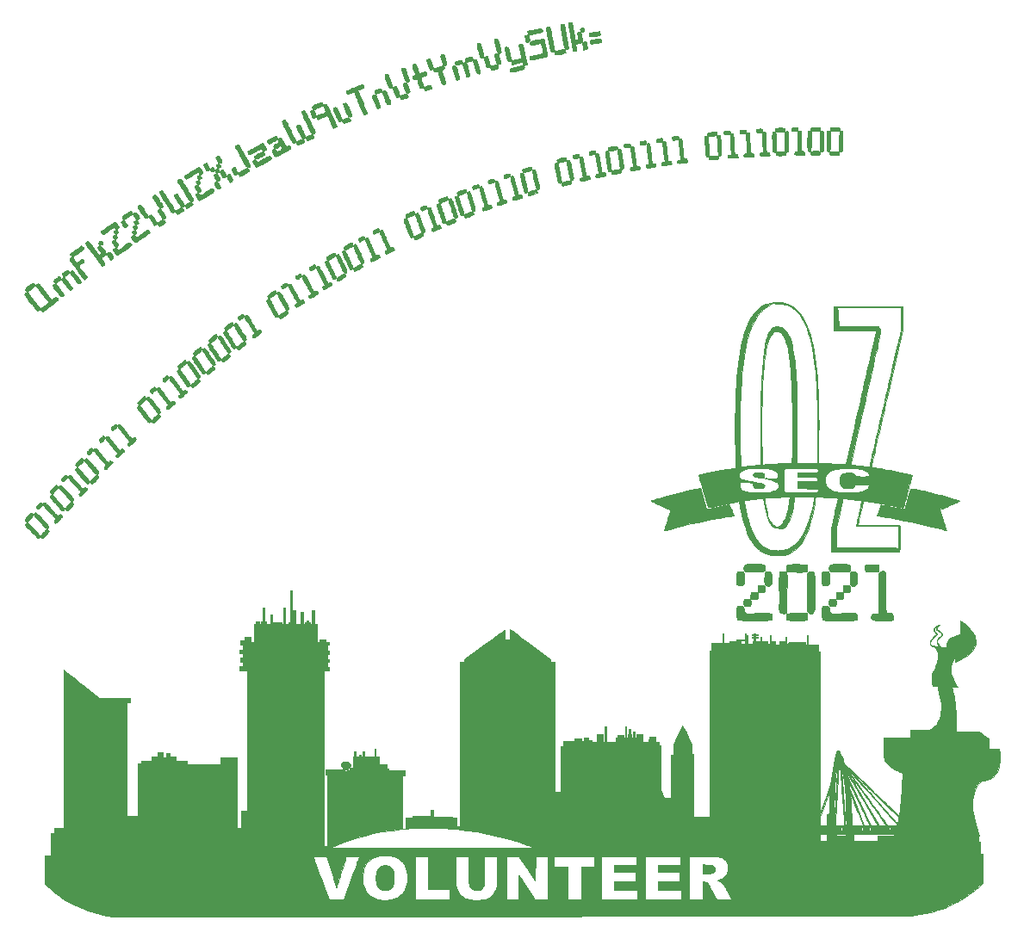
<source format=gbr>
%TF.GenerationSoftware,KiCad,Pcbnew,(5.1.10)-1*%
%TF.CreationDate,2021-10-02T23:47:55-05:00*%
%TF.ProjectId,OzSec 2021 - Volunteer,4f7a5365-6320-4323-9032-31202d20566f,rev?*%
%TF.SameCoordinates,Original*%
%TF.FileFunction,Legend,Top*%
%TF.FilePolarity,Positive*%
%FSLAX46Y46*%
G04 Gerber Fmt 4.6, Leading zero omitted, Abs format (unit mm)*
G04 Created by KiCad (PCBNEW (5.1.10)-1) date 2021-10-02 23:47:55*
%MOMM*%
%LPD*%
G01*
G04 APERTURE LIST*
%ADD10C,0.010000*%
G04 APERTURE END LIST*
D10*
%TO.C,G\u002A\u002A\u002A*%
G36*
X159981726Y-92973542D02*
G01*
X160114769Y-92983155D01*
X160214864Y-93002821D01*
X160286604Y-93035522D01*
X160334584Y-93084241D01*
X160363396Y-93151959D01*
X160377635Y-93241657D01*
X160381761Y-93341417D01*
X160383750Y-93510750D01*
X160256750Y-93514757D01*
X160186023Y-93512218D01*
X160086970Y-93502351D01*
X159972651Y-93486719D01*
X159856129Y-93466888D01*
X159854584Y-93466595D01*
X159678689Y-93432187D01*
X159540592Y-93402614D01*
X159436173Y-93376779D01*
X159361314Y-93353587D01*
X159311895Y-93331945D01*
X159289286Y-93316285D01*
X159258200Y-93262170D01*
X159254489Y-93191109D01*
X159277636Y-93117999D01*
X159297221Y-93087706D01*
X159335048Y-93046598D01*
X159379112Y-93016198D01*
X159436128Y-92994981D01*
X159512812Y-92981423D01*
X159615878Y-92973997D01*
X159752042Y-92971180D01*
X159811142Y-92971000D01*
X159981726Y-92973542D01*
G37*
X159981726Y-92973542D02*
X160114769Y-92983155D01*
X160214864Y-93002821D01*
X160286604Y-93035522D01*
X160334584Y-93084241D01*
X160363396Y-93151959D01*
X160377635Y-93241657D01*
X160381761Y-93341417D01*
X160383750Y-93510750D01*
X160256750Y-93514757D01*
X160186023Y-93512218D01*
X160086970Y-93502351D01*
X159972651Y-93486719D01*
X159856129Y-93466888D01*
X159854584Y-93466595D01*
X159678689Y-93432187D01*
X159540592Y-93402614D01*
X159436173Y-93376779D01*
X159361314Y-93353587D01*
X159311895Y-93331945D01*
X159289286Y-93316285D01*
X159258200Y-93262170D01*
X159254489Y-93191109D01*
X159277636Y-93117999D01*
X159297221Y-93087706D01*
X159335048Y-93046598D01*
X159379112Y-93016198D01*
X159436128Y-92994981D01*
X159512812Y-92981423D01*
X159615878Y-92973997D01*
X159752042Y-92971180D01*
X159811142Y-92971000D01*
X159981726Y-92973542D01*
G36*
X160568966Y-93527858D02*
G01*
X160595417Y-93542500D01*
X160586474Y-93556903D01*
X160543353Y-93563511D01*
X160533166Y-93563667D01*
X160483705Y-93558432D01*
X160458611Y-93545535D01*
X160457834Y-93542500D01*
X160476198Y-93527525D01*
X160520084Y-93521334D01*
X160568966Y-93527858D01*
G37*
X160568966Y-93527858D02*
X160595417Y-93542500D01*
X160586474Y-93556903D01*
X160543353Y-93563511D01*
X160533166Y-93563667D01*
X160483705Y-93558432D01*
X160458611Y-93545535D01*
X160457834Y-93542500D01*
X160476198Y-93527525D01*
X160520084Y-93521334D01*
X160568966Y-93527858D01*
G36*
X154737542Y-131562018D02*
G01*
X154893749Y-131565619D01*
X155013846Y-131569991D01*
X155104058Y-131575672D01*
X155170606Y-131583205D01*
X155219715Y-131593129D01*
X155257607Y-131605985D01*
X155261128Y-131607500D01*
X155372789Y-131671491D01*
X155449131Y-131752939D01*
X155495839Y-131858769D01*
X155507051Y-131907084D01*
X155511481Y-132022573D01*
X155485687Y-132137443D01*
X155434458Y-132240461D01*
X155362584Y-132320395D01*
X155318531Y-132349166D01*
X155221276Y-132385288D01*
X155087970Y-132413827D01*
X154924351Y-132433987D01*
X154736154Y-132444975D01*
X154613569Y-132446834D01*
X154298334Y-132446834D01*
X154298334Y-131553556D01*
X154737542Y-131562018D01*
G37*
X154737542Y-131562018D02*
X154893749Y-131565619D01*
X155013846Y-131569991D01*
X155104058Y-131575672D01*
X155170606Y-131583205D01*
X155219715Y-131593129D01*
X155257607Y-131605985D01*
X155261128Y-131607500D01*
X155372789Y-131671491D01*
X155449131Y-131752939D01*
X155495839Y-131858769D01*
X155507051Y-131907084D01*
X155511481Y-132022573D01*
X155485687Y-132137443D01*
X155434458Y-132240461D01*
X155362584Y-132320395D01*
X155318531Y-132349166D01*
X155221276Y-132385288D01*
X155087970Y-132413827D01*
X154924351Y-132433987D01*
X154736154Y-132444975D01*
X154613569Y-132446834D01*
X154298334Y-132446834D01*
X154298334Y-131553556D01*
X154737542Y-131562018D01*
G36*
X123176245Y-131629736D02*
G01*
X123340776Y-131658741D01*
X123496548Y-131716390D01*
X123637611Y-131802971D01*
X123758011Y-131918771D01*
X123797150Y-131970559D01*
X123834802Y-132035537D01*
X123876587Y-132123316D01*
X123914180Y-132216237D01*
X123918198Y-132227414D01*
X123938088Y-132285245D01*
X123952900Y-132335578D01*
X123963376Y-132386009D01*
X123970256Y-132444133D01*
X123974278Y-132517545D01*
X123976183Y-132613842D01*
X123976712Y-132740619D01*
X123976682Y-132827834D01*
X123975183Y-133007557D01*
X123970239Y-133153020D01*
X123960620Y-133272239D01*
X123945099Y-133373230D01*
X123922448Y-133464007D01*
X123891439Y-133552587D01*
X123851348Y-133645882D01*
X123766275Y-133782831D01*
X123650178Y-133896346D01*
X123508702Y-133984153D01*
X123347487Y-134043978D01*
X123172177Y-134073547D01*
X122988415Y-134070586D01*
X122855250Y-134047330D01*
X122684966Y-133986124D01*
X122536314Y-133892528D01*
X122414546Y-133770731D01*
X122324914Y-133624921D01*
X122324549Y-133624124D01*
X122281566Y-133523310D01*
X122249366Y-133428477D01*
X122226521Y-133330773D01*
X122211605Y-133221345D01*
X122203192Y-133091343D01*
X122199855Y-132931915D01*
X122199628Y-132849000D01*
X122202818Y-132653351D01*
X122212854Y-132491547D01*
X122231135Y-132355451D01*
X122259059Y-132236925D01*
X122298025Y-132127832D01*
X122338485Y-132041102D01*
X122430561Y-131904290D01*
X122549594Y-131794394D01*
X122689631Y-131711703D01*
X122844720Y-131656505D01*
X123008909Y-131629086D01*
X123176245Y-131629736D01*
G37*
X123176245Y-131629736D02*
X123340776Y-131658741D01*
X123496548Y-131716390D01*
X123637611Y-131802971D01*
X123758011Y-131918771D01*
X123797150Y-131970559D01*
X123834802Y-132035537D01*
X123876587Y-132123316D01*
X123914180Y-132216237D01*
X123918198Y-132227414D01*
X123938088Y-132285245D01*
X123952900Y-132335578D01*
X123963376Y-132386009D01*
X123970256Y-132444133D01*
X123974278Y-132517545D01*
X123976183Y-132613842D01*
X123976712Y-132740619D01*
X123976682Y-132827834D01*
X123975183Y-133007557D01*
X123970239Y-133153020D01*
X123960620Y-133272239D01*
X123945099Y-133373230D01*
X123922448Y-133464007D01*
X123891439Y-133552587D01*
X123851348Y-133645882D01*
X123766275Y-133782831D01*
X123650178Y-133896346D01*
X123508702Y-133984153D01*
X123347487Y-134043978D01*
X123172177Y-134073547D01*
X122988415Y-134070586D01*
X122855250Y-134047330D01*
X122684966Y-133986124D01*
X122536314Y-133892528D01*
X122414546Y-133770731D01*
X122324914Y-133624921D01*
X122324549Y-133624124D01*
X122281566Y-133523310D01*
X122249366Y-133428477D01*
X122226521Y-133330773D01*
X122211605Y-133221345D01*
X122203192Y-133091343D01*
X122199855Y-132931915D01*
X122199628Y-132849000D01*
X122202818Y-132653351D01*
X122212854Y-132491547D01*
X122231135Y-132355451D01*
X122259059Y-132236925D01*
X122298025Y-132127832D01*
X122338485Y-132041102D01*
X122430561Y-131904290D01*
X122549594Y-131794394D01*
X122689631Y-131711703D01*
X122844720Y-131656505D01*
X123008909Y-131629086D01*
X123176245Y-131629736D01*
G36*
X142606660Y-49252307D02*
G01*
X142643580Y-49301053D01*
X142654440Y-49328045D01*
X142676963Y-49427629D01*
X142665765Y-49508041D01*
X142619639Y-49577221D01*
X142615962Y-49580962D01*
X142553302Y-49627440D01*
X142486338Y-49639450D01*
X142404014Y-49618432D01*
X142386000Y-49610944D01*
X142316615Y-49559651D01*
X142276732Y-49484187D01*
X142270592Y-49394352D01*
X142277507Y-49360201D01*
X142300090Y-49303208D01*
X142336167Y-49267390D01*
X142396142Y-49245766D01*
X142464997Y-49234419D01*
X142550175Y-49231600D01*
X142606660Y-49252307D01*
G37*
X142606660Y-49252307D02*
X142643580Y-49301053D01*
X142654440Y-49328045D01*
X142676963Y-49427629D01*
X142665765Y-49508041D01*
X142619639Y-49577221D01*
X142615962Y-49580962D01*
X142553302Y-49627440D01*
X142486338Y-49639450D01*
X142404014Y-49618432D01*
X142386000Y-49610944D01*
X142316615Y-49559651D01*
X142276732Y-49484187D01*
X142270592Y-49394352D01*
X142277507Y-49360201D01*
X142300090Y-49303208D01*
X142336167Y-49267390D01*
X142396142Y-49245766D01*
X142464997Y-49234419D01*
X142550175Y-49231600D01*
X142606660Y-49252307D01*
G36*
X138446222Y-49302288D02*
G01*
X138499731Y-49353040D01*
X138542724Y-49424586D01*
X138567888Y-49506257D01*
X138571500Y-49548473D01*
X138562019Y-49589596D01*
X138530162Y-49622527D01*
X138470813Y-49649694D01*
X138378852Y-49673524D01*
X138264584Y-49694028D01*
X138144788Y-49716621D01*
X138012924Y-49747087D01*
X137892542Y-49779851D01*
X137862417Y-49789221D01*
X137761348Y-49819808D01*
X137651727Y-49849542D01*
X137543201Y-49876191D01*
X137445417Y-49897523D01*
X137368025Y-49911306D01*
X137320672Y-49915308D01*
X137318268Y-49915118D01*
X137276887Y-49909276D01*
X137238000Y-49902742D01*
X137189773Y-49888797D01*
X137158048Y-49861246D01*
X137134388Y-49809606D01*
X137118204Y-49753879D01*
X137095800Y-49657909D01*
X137090105Y-49593659D01*
X137102817Y-49553265D01*
X137135635Y-49528863D01*
X137169209Y-49517680D01*
X137238040Y-49502718D01*
X137323189Y-49488387D01*
X137365000Y-49482756D01*
X137421626Y-49473958D01*
X137511125Y-49457636D01*
X137625043Y-49435443D01*
X137754925Y-49409033D01*
X137892318Y-49380057D01*
X137911660Y-49375892D01*
X138043717Y-49347861D01*
X138164054Y-49323223D01*
X138265682Y-49303336D01*
X138341607Y-49289559D01*
X138384840Y-49283252D01*
X138389512Y-49283000D01*
X138446222Y-49302288D01*
G37*
X138446222Y-49302288D02*
X138499731Y-49353040D01*
X138542724Y-49424586D01*
X138567888Y-49506257D01*
X138571500Y-49548473D01*
X138562019Y-49589596D01*
X138530162Y-49622527D01*
X138470813Y-49649694D01*
X138378852Y-49673524D01*
X138264584Y-49694028D01*
X138144788Y-49716621D01*
X138012924Y-49747087D01*
X137892542Y-49779851D01*
X137862417Y-49789221D01*
X137761348Y-49819808D01*
X137651727Y-49849542D01*
X137543201Y-49876191D01*
X137445417Y-49897523D01*
X137368025Y-49911306D01*
X137320672Y-49915308D01*
X137318268Y-49915118D01*
X137276887Y-49909276D01*
X137238000Y-49902742D01*
X137189773Y-49888797D01*
X137158048Y-49861246D01*
X137134388Y-49809606D01*
X137118204Y-49753879D01*
X137095800Y-49657909D01*
X137090105Y-49593659D01*
X137102817Y-49553265D01*
X137135635Y-49528863D01*
X137169209Y-49517680D01*
X137238040Y-49502718D01*
X137323189Y-49488387D01*
X137365000Y-49482756D01*
X137421626Y-49473958D01*
X137511125Y-49457636D01*
X137625043Y-49435443D01*
X137754925Y-49409033D01*
X137892318Y-49380057D01*
X137911660Y-49375892D01*
X138043717Y-49347861D01*
X138164054Y-49323223D01*
X138265682Y-49303336D01*
X138341607Y-49289559D01*
X138384840Y-49283252D01*
X138389512Y-49283000D01*
X138446222Y-49302288D01*
G36*
X144148075Y-49592598D02*
G01*
X144149900Y-49593223D01*
X144175778Y-49622347D01*
X144198721Y-49680434D01*
X144216336Y-49754116D01*
X144226232Y-49830025D01*
X144226013Y-49894795D01*
X144213288Y-49935058D01*
X144211445Y-49937026D01*
X144169154Y-49959945D01*
X144092923Y-49984717D01*
X143991005Y-50009741D01*
X143871652Y-50033412D01*
X143743116Y-50054129D01*
X143613650Y-50070288D01*
X143491507Y-50080287D01*
X143467899Y-50081440D01*
X143189049Y-50093214D01*
X143165080Y-50004203D01*
X143151014Y-49927597D01*
X143146887Y-49852128D01*
X143147598Y-49839468D01*
X143152356Y-49801731D01*
X143164453Y-49776260D01*
X143192430Y-49756862D01*
X143244826Y-49737345D01*
X143319791Y-49714598D01*
X143412616Y-49691892D01*
X143530098Y-49670051D01*
X143654616Y-49652098D01*
X143732541Y-49643807D01*
X143837910Y-49633372D01*
X143934346Y-49621660D01*
X144010160Y-49610217D01*
X144049588Y-49601878D01*
X144106041Y-49591138D01*
X144148075Y-49592598D01*
G37*
X144148075Y-49592598D02*
X144149900Y-49593223D01*
X144175778Y-49622347D01*
X144198721Y-49680434D01*
X144216336Y-49754116D01*
X144226232Y-49830025D01*
X144226013Y-49894795D01*
X144213288Y-49935058D01*
X144211445Y-49937026D01*
X144169154Y-49959945D01*
X144092923Y-49984717D01*
X143991005Y-50009741D01*
X143871652Y-50033412D01*
X143743116Y-50054129D01*
X143613650Y-50070288D01*
X143491507Y-50080287D01*
X143467899Y-50081440D01*
X143189049Y-50093214D01*
X143165080Y-50004203D01*
X143151014Y-49927597D01*
X143146887Y-49852128D01*
X143147598Y-49839468D01*
X143152356Y-49801731D01*
X143164453Y-49776260D01*
X143192430Y-49756862D01*
X143244826Y-49737345D01*
X143319791Y-49714598D01*
X143412616Y-49691892D01*
X143530098Y-49670051D01*
X143654616Y-49652098D01*
X143732541Y-49643807D01*
X143837910Y-49633372D01*
X143934346Y-49621660D01*
X144010160Y-49610217D01*
X144049588Y-49601878D01*
X144106041Y-49591138D01*
X144148075Y-49592598D01*
G36*
X137140847Y-49924118D02*
G01*
X137166066Y-49941584D01*
X137181697Y-49962973D01*
X137202021Y-50009822D01*
X137222502Y-50082171D01*
X137237161Y-50155591D01*
X137251989Y-50237613D01*
X137268147Y-50310042D01*
X137280654Y-50352761D01*
X137301329Y-50439613D01*
X137299019Y-50520378D01*
X137275094Y-50582777D01*
X137252500Y-50605297D01*
X137188894Y-50633480D01*
X137112000Y-50649401D01*
X137038202Y-50651354D01*
X136983884Y-50637631D01*
X136978109Y-50633878D01*
X136956858Y-50600272D01*
X136932199Y-50533643D01*
X136906384Y-50442921D01*
X136881663Y-50337038D01*
X136860288Y-50224924D01*
X136844509Y-50115509D01*
X136842217Y-50094681D01*
X136839353Y-50027685D01*
X136852059Y-49983306D01*
X136887337Y-49955353D01*
X136952185Y-49937632D01*
X137032465Y-49926377D01*
X137100804Y-49920151D01*
X137140847Y-49924118D01*
G37*
X137140847Y-49924118D02*
X137166066Y-49941584D01*
X137181697Y-49962973D01*
X137202021Y-50009822D01*
X137222502Y-50082171D01*
X137237161Y-50155591D01*
X137251989Y-50237613D01*
X137268147Y-50310042D01*
X137280654Y-50352761D01*
X137301329Y-50439613D01*
X137299019Y-50520378D01*
X137275094Y-50582777D01*
X137252500Y-50605297D01*
X137188894Y-50633480D01*
X137112000Y-50649401D01*
X137038202Y-50651354D01*
X136983884Y-50637631D01*
X136978109Y-50633878D01*
X136956858Y-50600272D01*
X136932199Y-50533643D01*
X136906384Y-50442921D01*
X136881663Y-50337038D01*
X136860288Y-50224924D01*
X136844509Y-50115509D01*
X136842217Y-50094681D01*
X136839353Y-50027685D01*
X136852059Y-49983306D01*
X136887337Y-49955353D01*
X136952185Y-49937632D01*
X137032465Y-49926377D01*
X137100804Y-49920151D01*
X137140847Y-49924118D01*
G36*
X144262160Y-50294940D02*
G01*
X144290347Y-50328622D01*
X144308702Y-50393430D01*
X144321605Y-50494799D01*
X144322306Y-50502205D01*
X144334412Y-50631849D01*
X144188748Y-50675942D01*
X144065072Y-50712022D01*
X143962784Y-50737624D01*
X143867613Y-50755135D01*
X143765289Y-50766939D01*
X143641542Y-50775420D01*
X143572669Y-50778901D01*
X143458816Y-50783889D01*
X143380149Y-50785779D01*
X143329594Y-50783925D01*
X143300072Y-50777683D01*
X143284510Y-50766407D01*
X143276794Y-50751939D01*
X143267945Y-50709230D01*
X143261952Y-50641487D01*
X143260375Y-50587356D01*
X143259917Y-50462961D01*
X143424545Y-50413777D01*
X143516129Y-50391171D01*
X143632797Y-50369151D01*
X143757372Y-50350701D01*
X143840651Y-50341458D01*
X143946352Y-50330653D01*
X144042635Y-50318862D01*
X144118163Y-50307592D01*
X144158777Y-50299208D01*
X144219763Y-50286947D01*
X144262160Y-50294940D01*
G37*
X144262160Y-50294940D02*
X144290347Y-50328622D01*
X144308702Y-50393430D01*
X144321605Y-50494799D01*
X144322306Y-50502205D01*
X144334412Y-50631849D01*
X144188748Y-50675942D01*
X144065072Y-50712022D01*
X143962784Y-50737624D01*
X143867613Y-50755135D01*
X143765289Y-50766939D01*
X143641542Y-50775420D01*
X143572669Y-50778901D01*
X143458816Y-50783889D01*
X143380149Y-50785779D01*
X143329594Y-50783925D01*
X143300072Y-50777683D01*
X143284510Y-50766407D01*
X143276794Y-50751939D01*
X143267945Y-50709230D01*
X143261952Y-50641487D01*
X143260375Y-50587356D01*
X143259917Y-50462961D01*
X143424545Y-50413777D01*
X143516129Y-50391171D01*
X143632797Y-50369151D01*
X143757372Y-50350701D01*
X143840651Y-50341458D01*
X143946352Y-50330653D01*
X144042635Y-50318862D01*
X144118163Y-50307592D01*
X144158777Y-50299208D01*
X144219763Y-50286947D01*
X144262160Y-50294940D01*
G36*
X140602424Y-48871847D02*
G01*
X140643426Y-48879735D01*
X140668545Y-48900720D01*
X140691001Y-48940963D01*
X140693466Y-48945991D01*
X140712166Y-48999291D01*
X140732569Y-49081573D01*
X140751675Y-49179746D01*
X140761668Y-49243666D01*
X140773048Y-49316416D01*
X140791508Y-49424275D01*
X140815876Y-49560831D01*
X140844978Y-49719672D01*
X140877640Y-49894387D01*
X140912690Y-50078563D01*
X140945366Y-50247425D01*
X140990771Y-50482919D01*
X141027525Y-50680522D01*
X141056042Y-50843694D01*
X141076738Y-50975897D01*
X141090029Y-51080590D01*
X141096329Y-51161233D01*
X141096055Y-51221287D01*
X141089622Y-51264213D01*
X141077444Y-51293470D01*
X141071867Y-51301164D01*
X141027133Y-51326651D01*
X140960402Y-51335453D01*
X140888510Y-51327740D01*
X140828293Y-51303679D01*
X140821288Y-51298655D01*
X140781618Y-51254369D01*
X140744314Y-51183917D01*
X140708626Y-51084538D01*
X140673807Y-50953475D01*
X140639107Y-50787966D01*
X140603777Y-50585255D01*
X140572988Y-50383667D01*
X140550086Y-50236131D01*
X140520891Y-50063112D01*
X140488218Y-49880469D01*
X140454882Y-49704061D01*
X140432072Y-49589917D01*
X140396549Y-49415753D01*
X140369489Y-49277966D01*
X140350399Y-49171556D01*
X140338789Y-49091524D01*
X140334167Y-49032871D01*
X140336042Y-48990596D01*
X140343923Y-48959702D01*
X140357319Y-48935188D01*
X140366534Y-48923014D01*
X140397502Y-48892920D01*
X140437029Y-48877195D01*
X140499193Y-48871411D01*
X140532316Y-48870895D01*
X140602424Y-48871847D01*
G37*
X140602424Y-48871847D02*
X140643426Y-48879735D01*
X140668545Y-48900720D01*
X140691001Y-48940963D01*
X140693466Y-48945991D01*
X140712166Y-48999291D01*
X140732569Y-49081573D01*
X140751675Y-49179746D01*
X140761668Y-49243666D01*
X140773048Y-49316416D01*
X140791508Y-49424275D01*
X140815876Y-49560831D01*
X140844978Y-49719672D01*
X140877640Y-49894387D01*
X140912690Y-50078563D01*
X140945366Y-50247425D01*
X140990771Y-50482919D01*
X141027525Y-50680522D01*
X141056042Y-50843694D01*
X141076738Y-50975897D01*
X141090029Y-51080590D01*
X141096329Y-51161233D01*
X141096055Y-51221287D01*
X141089622Y-51264213D01*
X141077444Y-51293470D01*
X141071867Y-51301164D01*
X141027133Y-51326651D01*
X140960402Y-51335453D01*
X140888510Y-51327740D01*
X140828293Y-51303679D01*
X140821288Y-51298655D01*
X140781618Y-51254369D01*
X140744314Y-51183917D01*
X140708626Y-51084538D01*
X140673807Y-50953475D01*
X140639107Y-50787966D01*
X140603777Y-50585255D01*
X140572988Y-50383667D01*
X140550086Y-50236131D01*
X140520891Y-50063112D01*
X140488218Y-49880469D01*
X140454882Y-49704061D01*
X140432072Y-49589917D01*
X140396549Y-49415753D01*
X140369489Y-49277966D01*
X140350399Y-49171556D01*
X140338789Y-49091524D01*
X140334167Y-49032871D01*
X140336042Y-48990596D01*
X140343923Y-48959702D01*
X140357319Y-48935188D01*
X140366534Y-48923014D01*
X140397502Y-48892920D01*
X140437029Y-48877195D01*
X140499193Y-48871411D01*
X140532316Y-48870895D01*
X140602424Y-48871847D01*
G36*
X142791308Y-50582802D02*
G01*
X142844082Y-50598661D01*
X142872349Y-50629871D01*
X142887661Y-50675557D01*
X142906523Y-50764684D01*
X142924662Y-50878936D01*
X142939892Y-51001130D01*
X142950026Y-51114083D01*
X142953000Y-51188988D01*
X142950202Y-51253593D01*
X142937287Y-51290905D01*
X142907478Y-51315835D01*
X142891323Y-51324641D01*
X142834230Y-51345568D01*
X142757073Y-51363541D01*
X142712958Y-51370250D01*
X142596270Y-51383964D01*
X142576333Y-51301857D01*
X142565986Y-51246985D01*
X142553539Y-51162561D01*
X142540735Y-51061193D01*
X142531685Y-50979075D01*
X142521459Y-50872134D01*
X142516931Y-50798352D01*
X142518366Y-50748901D01*
X142526032Y-50714958D01*
X142540196Y-50687696D01*
X142540523Y-50687197D01*
X142604880Y-50624314D01*
X142691086Y-50586814D01*
X142782987Y-50581422D01*
X142791308Y-50582802D01*
G37*
X142791308Y-50582802D02*
X142844082Y-50598661D01*
X142872349Y-50629871D01*
X142887661Y-50675557D01*
X142906523Y-50764684D01*
X142924662Y-50878936D01*
X142939892Y-51001130D01*
X142950026Y-51114083D01*
X142953000Y-51188988D01*
X142950202Y-51253593D01*
X142937287Y-51290905D01*
X142907478Y-51315835D01*
X142891323Y-51324641D01*
X142834230Y-51345568D01*
X142757073Y-51363541D01*
X142712958Y-51370250D01*
X142596270Y-51383964D01*
X142576333Y-51301857D01*
X142565986Y-51246985D01*
X142553539Y-51162561D01*
X142540735Y-51061193D01*
X142531685Y-50979075D01*
X142521459Y-50872134D01*
X142516931Y-50798352D01*
X142518366Y-50748901D01*
X142526032Y-50714958D01*
X142540196Y-50687696D01*
X142540523Y-50687197D01*
X142604880Y-50624314D01*
X142691086Y-50586814D01*
X142782987Y-50581422D01*
X142791308Y-50582802D01*
G36*
X141410678Y-48719074D02*
G01*
X141444529Y-48738078D01*
X141467005Y-48774997D01*
X141472633Y-48789001D01*
X141481603Y-48824309D01*
X141496047Y-48895096D01*
X141514887Y-48995016D01*
X141537048Y-49117724D01*
X141561455Y-49256873D01*
X141587031Y-49406119D01*
X141612702Y-49559117D01*
X141637390Y-49709520D01*
X141660021Y-49850983D01*
X141679519Y-49977162D01*
X141694808Y-50081710D01*
X141704812Y-50158282D01*
X141704906Y-50159101D01*
X141721111Y-50260993D01*
X141742142Y-50334178D01*
X141759777Y-50365476D01*
X141816590Y-50398055D01*
X141896351Y-50400905D01*
X141990597Y-50374164D01*
X142026236Y-50356289D01*
X142049614Y-50333259D01*
X142061266Y-50298383D01*
X142061723Y-50244972D01*
X142051521Y-50166336D01*
X142031191Y-50055786D01*
X142020338Y-50001107D01*
X141997288Y-49875498D01*
X141988123Y-49784404D01*
X141995625Y-49721489D01*
X142022577Y-49680416D01*
X142071762Y-49654849D01*
X142145962Y-49638451D01*
X142181903Y-49633224D01*
X142243025Y-49627213D01*
X142285695Y-49633055D01*
X142315964Y-49657271D01*
X142339882Y-49706377D01*
X142363499Y-49786893D01*
X142377935Y-49844413D01*
X142395315Y-49924923D01*
X142414646Y-50030347D01*
X142434402Y-50150326D01*
X142453057Y-50274504D01*
X142469086Y-50392521D01*
X142480963Y-50494022D01*
X142487161Y-50568648D01*
X142487703Y-50589554D01*
X142476198Y-50630961D01*
X142439391Y-50664548D01*
X142372760Y-50692352D01*
X142271785Y-50716412D01*
X142168253Y-50733600D01*
X142031698Y-50757987D01*
X141933785Y-50788210D01*
X141870833Y-50829124D01*
X141839162Y-50885584D01*
X141835092Y-50962445D01*
X141854944Y-51064562D01*
X141872017Y-51124399D01*
X141904647Y-51252679D01*
X141914295Y-51350127D01*
X141900970Y-51421454D01*
X141872655Y-51464012D01*
X141799476Y-51517456D01*
X141720483Y-51543495D01*
X141646665Y-51540510D01*
X141589014Y-51506884D01*
X141588108Y-51505896D01*
X141576647Y-51484810D01*
X141563043Y-51442984D01*
X141546706Y-51377476D01*
X141527044Y-51285342D01*
X141503468Y-51163639D01*
X141475388Y-51009425D01*
X141442213Y-50819756D01*
X141403353Y-50591689D01*
X141396007Y-50548104D01*
X141361304Y-50342176D01*
X141326680Y-50137199D01*
X141293217Y-49939550D01*
X141262000Y-49755606D01*
X141234111Y-49591745D01*
X141210632Y-49454343D01*
X141192647Y-49349778D01*
X141187263Y-49318744D01*
X141167404Y-49195441D01*
X141150774Y-49074523D01*
X141138823Y-48967895D01*
X141133002Y-48887459D01*
X141132667Y-48870638D01*
X141132667Y-48736036D01*
X141268572Y-48721482D01*
X141355383Y-48714653D01*
X141410678Y-48719074D01*
G37*
X141410678Y-48719074D02*
X141444529Y-48738078D01*
X141467005Y-48774997D01*
X141472633Y-48789001D01*
X141481603Y-48824309D01*
X141496047Y-48895096D01*
X141514887Y-48995016D01*
X141537048Y-49117724D01*
X141561455Y-49256873D01*
X141587031Y-49406119D01*
X141612702Y-49559117D01*
X141637390Y-49709520D01*
X141660021Y-49850983D01*
X141679519Y-49977162D01*
X141694808Y-50081710D01*
X141704812Y-50158282D01*
X141704906Y-50159101D01*
X141721111Y-50260993D01*
X141742142Y-50334178D01*
X141759777Y-50365476D01*
X141816590Y-50398055D01*
X141896351Y-50400905D01*
X141990597Y-50374164D01*
X142026236Y-50356289D01*
X142049614Y-50333259D01*
X142061266Y-50298383D01*
X142061723Y-50244972D01*
X142051521Y-50166336D01*
X142031191Y-50055786D01*
X142020338Y-50001107D01*
X141997288Y-49875498D01*
X141988123Y-49784404D01*
X141995625Y-49721489D01*
X142022577Y-49680416D01*
X142071762Y-49654849D01*
X142145962Y-49638451D01*
X142181903Y-49633224D01*
X142243025Y-49627213D01*
X142285695Y-49633055D01*
X142315964Y-49657271D01*
X142339882Y-49706377D01*
X142363499Y-49786893D01*
X142377935Y-49844413D01*
X142395315Y-49924923D01*
X142414646Y-50030347D01*
X142434402Y-50150326D01*
X142453057Y-50274504D01*
X142469086Y-50392521D01*
X142480963Y-50494022D01*
X142487161Y-50568648D01*
X142487703Y-50589554D01*
X142476198Y-50630961D01*
X142439391Y-50664548D01*
X142372760Y-50692352D01*
X142271785Y-50716412D01*
X142168253Y-50733600D01*
X142031698Y-50757987D01*
X141933785Y-50788210D01*
X141870833Y-50829124D01*
X141839162Y-50885584D01*
X141835092Y-50962445D01*
X141854944Y-51064562D01*
X141872017Y-51124399D01*
X141904647Y-51252679D01*
X141914295Y-51350127D01*
X141900970Y-51421454D01*
X141872655Y-51464012D01*
X141799476Y-51517456D01*
X141720483Y-51543495D01*
X141646665Y-51540510D01*
X141589014Y-51506884D01*
X141588108Y-51505896D01*
X141576647Y-51484810D01*
X141563043Y-51442984D01*
X141546706Y-51377476D01*
X141527044Y-51285342D01*
X141503468Y-51163639D01*
X141475388Y-51009425D01*
X141442213Y-50819756D01*
X141403353Y-50591689D01*
X141396007Y-50548104D01*
X141361304Y-50342176D01*
X141326680Y-50137199D01*
X141293217Y-49939550D01*
X141262000Y-49755606D01*
X141234111Y-49591745D01*
X141210632Y-49454343D01*
X141192647Y-49349778D01*
X141187263Y-49318744D01*
X141167404Y-49195441D01*
X141150774Y-49074523D01*
X141138823Y-48967895D01*
X141133002Y-48887459D01*
X141132667Y-48870638D01*
X141132667Y-48736036D01*
X141268572Y-48721482D01*
X141355383Y-48714653D01*
X141410678Y-48719074D01*
G36*
X139307234Y-49233381D02*
G01*
X139352266Y-49368660D01*
X139382373Y-49486241D01*
X139402236Y-49605949D01*
X139408894Y-49664000D01*
X139416321Y-49718534D01*
X139430522Y-49806928D01*
X139450420Y-49923424D01*
X139474932Y-50062259D01*
X139502980Y-50217675D01*
X139533484Y-50383910D01*
X139565363Y-50555205D01*
X139597537Y-50725798D01*
X139628927Y-50889929D01*
X139658451Y-51041838D01*
X139685031Y-51175765D01*
X139707586Y-51285949D01*
X139725036Y-51366629D01*
X139736301Y-51412046D01*
X139737147Y-51414736D01*
X139748918Y-51475044D01*
X139733213Y-51516745D01*
X139684706Y-51546735D01*
X139619820Y-51566649D01*
X139527489Y-51586771D01*
X139465401Y-51589690D01*
X139424059Y-51572793D01*
X139393967Y-51533467D01*
X139378291Y-51500209D01*
X139343119Y-51413028D01*
X139316712Y-51333427D01*
X139295988Y-51248884D01*
X139277866Y-51146878D01*
X139259761Y-51018667D01*
X139240199Y-50888345D01*
X139214512Y-50741969D01*
X139186902Y-50602746D01*
X139173536Y-50542417D01*
X139119682Y-50309453D01*
X139075112Y-50113030D01*
X139038992Y-49948585D01*
X139010487Y-49811552D01*
X138988763Y-49697368D01*
X138972983Y-49601466D01*
X138962314Y-49519285D01*
X138955921Y-49446257D01*
X138952969Y-49377820D01*
X138952500Y-49333889D01*
X138954600Y-49246191D01*
X138966264Y-49190231D01*
X138995539Y-49157243D01*
X139050471Y-49138455D01*
X139139106Y-49125101D01*
X139144729Y-49124398D01*
X139262874Y-49109679D01*
X139307234Y-49233381D01*
G37*
X139307234Y-49233381D02*
X139352266Y-49368660D01*
X139382373Y-49486241D01*
X139402236Y-49605949D01*
X139408894Y-49664000D01*
X139416321Y-49718534D01*
X139430522Y-49806928D01*
X139450420Y-49923424D01*
X139474932Y-50062259D01*
X139502980Y-50217675D01*
X139533484Y-50383910D01*
X139565363Y-50555205D01*
X139597537Y-50725798D01*
X139628927Y-50889929D01*
X139658451Y-51041838D01*
X139685031Y-51175765D01*
X139707586Y-51285949D01*
X139725036Y-51366629D01*
X139736301Y-51412046D01*
X139737147Y-51414736D01*
X139748918Y-51475044D01*
X139733213Y-51516745D01*
X139684706Y-51546735D01*
X139619820Y-51566649D01*
X139527489Y-51586771D01*
X139465401Y-51589690D01*
X139424059Y-51572793D01*
X139393967Y-51533467D01*
X139378291Y-51500209D01*
X139343119Y-51413028D01*
X139316712Y-51333427D01*
X139295988Y-51248884D01*
X139277866Y-51146878D01*
X139259761Y-51018667D01*
X139240199Y-50888345D01*
X139214512Y-50741969D01*
X139186902Y-50602746D01*
X139173536Y-50542417D01*
X139119682Y-50309453D01*
X139075112Y-50113030D01*
X139038992Y-49948585D01*
X139010487Y-49811552D01*
X138988763Y-49697368D01*
X138972983Y-49601466D01*
X138962314Y-49519285D01*
X138955921Y-49446257D01*
X138952969Y-49377820D01*
X138952500Y-49333889D01*
X138954600Y-49246191D01*
X138966264Y-49190231D01*
X138995539Y-49157243D01*
X139050471Y-49138455D01*
X139139106Y-49125101D01*
X139144729Y-49124398D01*
X139262874Y-49109679D01*
X139307234Y-49233381D01*
G36*
X134106875Y-50309773D02*
G01*
X134140158Y-50324754D01*
X134167497Y-50368008D01*
X134200243Y-50445045D01*
X134235798Y-50548076D01*
X134271559Y-50669315D01*
X134304928Y-50800974D01*
X134316794Y-50853751D01*
X134343103Y-50965246D01*
X134374340Y-51082746D01*
X134404991Y-51185864D01*
X134414147Y-51213584D01*
X134443102Y-51311486D01*
X134466863Y-51415851D01*
X134479565Y-51498289D01*
X134484999Y-51572367D01*
X134481292Y-51618961D01*
X134465146Y-51652517D01*
X134437261Y-51683497D01*
X134372867Y-51727969D01*
X134303614Y-51733395D01*
X134223006Y-51700179D01*
X134218002Y-51697171D01*
X134170866Y-51657694D01*
X134128777Y-51597388D01*
X134089602Y-51511303D01*
X134051212Y-51394486D01*
X134011474Y-51241989D01*
X133998848Y-51188000D01*
X133971255Y-51073110D01*
X133941853Y-50959859D01*
X133914293Y-50861831D01*
X133893580Y-50796417D01*
X133862129Y-50688797D01*
X133841932Y-50581796D01*
X133833756Y-50485014D01*
X133838365Y-50408054D01*
X133856525Y-50360516D01*
X133858651Y-50358206D01*
X133904859Y-50331375D01*
X133972058Y-50313120D01*
X134044610Y-50305300D01*
X134106875Y-50309773D01*
G37*
X134106875Y-50309773D02*
X134140158Y-50324754D01*
X134167497Y-50368008D01*
X134200243Y-50445045D01*
X134235798Y-50548076D01*
X134271559Y-50669315D01*
X134304928Y-50800974D01*
X134316794Y-50853751D01*
X134343103Y-50965246D01*
X134374340Y-51082746D01*
X134404991Y-51185864D01*
X134414147Y-51213584D01*
X134443102Y-51311486D01*
X134466863Y-51415851D01*
X134479565Y-51498289D01*
X134484999Y-51572367D01*
X134481292Y-51618961D01*
X134465146Y-51652517D01*
X134437261Y-51683497D01*
X134372867Y-51727969D01*
X134303614Y-51733395D01*
X134223006Y-51700179D01*
X134218002Y-51697171D01*
X134170866Y-51657694D01*
X134128777Y-51597388D01*
X134089602Y-51511303D01*
X134051212Y-51394486D01*
X134011474Y-51241989D01*
X133998848Y-51188000D01*
X133971255Y-51073110D01*
X133941853Y-50959859D01*
X133914293Y-50861831D01*
X133893580Y-50796417D01*
X133862129Y-50688797D01*
X133841932Y-50581796D01*
X133833756Y-50485014D01*
X133838365Y-50408054D01*
X133856525Y-50360516D01*
X133858651Y-50358206D01*
X133904859Y-50331375D01*
X133972058Y-50313120D01*
X134044610Y-50305300D01*
X134106875Y-50309773D01*
G36*
X140775279Y-51352325D02*
G01*
X140793657Y-51388180D01*
X140808740Y-51442579D01*
X140822819Y-51517023D01*
X140828192Y-51555969D01*
X140841283Y-51667356D01*
X140717100Y-51712039D01*
X140532801Y-51769438D01*
X140334279Y-51815884D01*
X140136951Y-51848470D01*
X139956236Y-51864288D01*
X139904284Y-51865334D01*
X139842057Y-51863666D01*
X139808940Y-51852990D01*
X139791711Y-51824792D01*
X139780996Y-51785959D01*
X139757636Y-51684136D01*
X139747437Y-51615565D01*
X139749877Y-51573438D01*
X139763024Y-51552031D01*
X139810048Y-51526852D01*
X139889743Y-51497647D01*
X139992950Y-51466896D01*
X140110509Y-51437079D01*
X140233262Y-51410675D01*
X140352049Y-51390165D01*
X140370667Y-51387515D01*
X140476282Y-51372975D01*
X140574320Y-51359436D01*
X140652564Y-51348589D01*
X140693148Y-51342919D01*
X140746844Y-51339035D01*
X140775279Y-51352325D01*
G37*
X140775279Y-51352325D02*
X140793657Y-51388180D01*
X140808740Y-51442579D01*
X140822819Y-51517023D01*
X140828192Y-51555969D01*
X140841283Y-51667356D01*
X140717100Y-51712039D01*
X140532801Y-51769438D01*
X140334279Y-51815884D01*
X140136951Y-51848470D01*
X139956236Y-51864288D01*
X139904284Y-51865334D01*
X139842057Y-51863666D01*
X139808940Y-51852990D01*
X139791711Y-51824792D01*
X139780996Y-51785959D01*
X139757636Y-51684136D01*
X139747437Y-51615565D01*
X139749877Y-51573438D01*
X139763024Y-51552031D01*
X139810048Y-51526852D01*
X139889743Y-51497647D01*
X139992950Y-51466896D01*
X140110509Y-51437079D01*
X140233262Y-51410675D01*
X140352049Y-51390165D01*
X140370667Y-51387515D01*
X140476282Y-51372975D01*
X140574320Y-51359436D01*
X140652564Y-51348589D01*
X140693148Y-51342919D01*
X140746844Y-51339035D01*
X140775279Y-51352325D01*
G36*
X132395470Y-50764496D02*
G01*
X132449445Y-50800178D01*
X132465873Y-50825742D01*
X132478308Y-50863345D01*
X132499470Y-50934848D01*
X132527520Y-51033442D01*
X132560623Y-51152317D01*
X132596942Y-51284664D01*
X132634639Y-51423674D01*
X132671880Y-51562537D01*
X132706825Y-51694445D01*
X132737640Y-51812588D01*
X132762488Y-51910158D01*
X132779531Y-51980344D01*
X132786857Y-52015736D01*
X132788049Y-52073548D01*
X132766493Y-52113277D01*
X132739161Y-52137444D01*
X132668922Y-52171253D01*
X132585251Y-52182130D01*
X132508383Y-52168235D01*
X132491375Y-52159971D01*
X132444593Y-52112176D01*
X132405685Y-52032970D01*
X132382175Y-51945001D01*
X132370863Y-51898051D01*
X132348922Y-51819755D01*
X132318963Y-51718978D01*
X132283596Y-51604583D01*
X132260596Y-51532251D01*
X132215762Y-51388327D01*
X132183821Y-51273513D01*
X132162441Y-51177424D01*
X132149287Y-51089669D01*
X132142362Y-51005898D01*
X132137786Y-50914334D01*
X132137802Y-50855377D01*
X132144050Y-50819402D01*
X132158171Y-50796784D01*
X132181155Y-50778357D01*
X132247271Y-50751247D01*
X132323394Y-50747407D01*
X132395470Y-50764496D01*
G37*
X132395470Y-50764496D02*
X132449445Y-50800178D01*
X132465873Y-50825742D01*
X132478308Y-50863345D01*
X132499470Y-50934848D01*
X132527520Y-51033442D01*
X132560623Y-51152317D01*
X132596942Y-51284664D01*
X132634639Y-51423674D01*
X132671880Y-51562537D01*
X132706825Y-51694445D01*
X132737640Y-51812588D01*
X132762488Y-51910158D01*
X132779531Y-51980344D01*
X132786857Y-52015736D01*
X132788049Y-52073548D01*
X132766493Y-52113277D01*
X132739161Y-52137444D01*
X132668922Y-52171253D01*
X132585251Y-52182130D01*
X132508383Y-52168235D01*
X132491375Y-52159971D01*
X132444593Y-52112176D01*
X132405685Y-52032970D01*
X132382175Y-51945001D01*
X132370863Y-51898051D01*
X132348922Y-51819755D01*
X132318963Y-51718978D01*
X132283596Y-51604583D01*
X132260596Y-51532251D01*
X132215762Y-51388327D01*
X132183821Y-51273513D01*
X132162441Y-51177424D01*
X132149287Y-51089669D01*
X132142362Y-51005898D01*
X132137786Y-50914334D01*
X132137802Y-50855377D01*
X132144050Y-50819402D01*
X132158171Y-50796784D01*
X132181155Y-50778357D01*
X132247271Y-50751247D01*
X132323394Y-50747407D01*
X132395470Y-50764496D01*
G36*
X138666666Y-50329395D02*
G01*
X138703529Y-50360584D01*
X138733753Y-50418992D01*
X138760184Y-50509878D01*
X138782292Y-50619357D01*
X138798546Y-50705379D01*
X138822017Y-50823222D01*
X138850748Y-50963383D01*
X138882781Y-51116355D01*
X138916158Y-51272635D01*
X138929699Y-51335101D01*
X138969066Y-51518304D01*
X138999091Y-51664829D01*
X139020321Y-51779161D01*
X139033304Y-51865782D01*
X139038589Y-51929176D01*
X139036723Y-51973828D01*
X139028254Y-52004221D01*
X139013959Y-52024613D01*
X138986080Y-52036736D01*
X138922292Y-52056015D01*
X138828147Y-52081043D01*
X138709196Y-52110411D01*
X138570987Y-52142712D01*
X138419072Y-52176537D01*
X138391324Y-52182545D01*
X138227752Y-52217906D01*
X138067897Y-52252646D01*
X137919296Y-52285115D01*
X137789484Y-52313661D01*
X137685995Y-52336632D01*
X137616380Y-52352375D01*
X137523229Y-52373959D01*
X137462236Y-52386673D01*
X137424107Y-52390228D01*
X137399546Y-52384333D01*
X137379257Y-52368700D01*
X137355150Y-52344241D01*
X137313226Y-52278192D01*
X137289909Y-52194074D01*
X137283843Y-52143576D01*
X137285442Y-52103107D01*
X137299106Y-52070515D01*
X137329235Y-52043648D01*
X137380226Y-52020351D01*
X137456481Y-51998474D01*
X137562398Y-51975862D01*
X137702376Y-51950364D01*
X137834215Y-51927736D01*
X138036851Y-51891771D01*
X138201432Y-51858860D01*
X138332021Y-51827794D01*
X138432680Y-51797361D01*
X138507472Y-51766354D01*
X138560460Y-51733562D01*
X138592527Y-51701954D01*
X138612082Y-51672703D01*
X138623025Y-51640424D01*
X138624654Y-51598222D01*
X138616264Y-51539203D01*
X138597152Y-51456472D01*
X138566614Y-51343135D01*
X138549788Y-51283250D01*
X138522422Y-51180776D01*
X138498437Y-51080661D01*
X138481317Y-50997930D01*
X138476151Y-50965750D01*
X138454635Y-50863798D01*
X138420169Y-50799254D01*
X138370266Y-50768502D01*
X138337742Y-50764667D01*
X138296011Y-50769210D01*
X138221584Y-50781764D01*
X138122988Y-50800718D01*
X138008751Y-50824461D01*
X137930771Y-50841559D01*
X137766286Y-50877560D01*
X137638133Y-50903539D01*
X137541675Y-50920147D01*
X137472280Y-50928037D01*
X137425313Y-50927862D01*
X137396138Y-50920272D01*
X137391333Y-50917463D01*
X137372069Y-50888529D01*
X137349339Y-50831812D01*
X137332401Y-50775403D01*
X137317234Y-50711975D01*
X137313760Y-50665676D01*
X137327275Y-50630796D01*
X137363078Y-50601625D01*
X137426465Y-50572453D01*
X137522733Y-50537570D01*
X137567271Y-50522236D01*
X137647417Y-50498444D01*
X137757053Y-50471074D01*
X137887441Y-50441805D01*
X138029840Y-50412313D01*
X138175512Y-50384274D01*
X138315718Y-50359367D01*
X138441717Y-50339267D01*
X138544771Y-50325653D01*
X138616140Y-50320200D01*
X138620318Y-50320167D01*
X138666666Y-50329395D01*
G37*
X138666666Y-50329395D02*
X138703529Y-50360584D01*
X138733753Y-50418992D01*
X138760184Y-50509878D01*
X138782292Y-50619357D01*
X138798546Y-50705379D01*
X138822017Y-50823222D01*
X138850748Y-50963383D01*
X138882781Y-51116355D01*
X138916158Y-51272635D01*
X138929699Y-51335101D01*
X138969066Y-51518304D01*
X138999091Y-51664829D01*
X139020321Y-51779161D01*
X139033304Y-51865782D01*
X139038589Y-51929176D01*
X139036723Y-51973828D01*
X139028254Y-52004221D01*
X139013959Y-52024613D01*
X138986080Y-52036736D01*
X138922292Y-52056015D01*
X138828147Y-52081043D01*
X138709196Y-52110411D01*
X138570987Y-52142712D01*
X138419072Y-52176537D01*
X138391324Y-52182545D01*
X138227752Y-52217906D01*
X138067897Y-52252646D01*
X137919296Y-52285115D01*
X137789484Y-52313661D01*
X137685995Y-52336632D01*
X137616380Y-52352375D01*
X137523229Y-52373959D01*
X137462236Y-52386673D01*
X137424107Y-52390228D01*
X137399546Y-52384333D01*
X137379257Y-52368700D01*
X137355150Y-52344241D01*
X137313226Y-52278192D01*
X137289909Y-52194074D01*
X137283843Y-52143576D01*
X137285442Y-52103107D01*
X137299106Y-52070515D01*
X137329235Y-52043648D01*
X137380226Y-52020351D01*
X137456481Y-51998474D01*
X137562398Y-51975862D01*
X137702376Y-51950364D01*
X137834215Y-51927736D01*
X138036851Y-51891771D01*
X138201432Y-51858860D01*
X138332021Y-51827794D01*
X138432680Y-51797361D01*
X138507472Y-51766354D01*
X138560460Y-51733562D01*
X138592527Y-51701954D01*
X138612082Y-51672703D01*
X138623025Y-51640424D01*
X138624654Y-51598222D01*
X138616264Y-51539203D01*
X138597152Y-51456472D01*
X138566614Y-51343135D01*
X138549788Y-51283250D01*
X138522422Y-51180776D01*
X138498437Y-51080661D01*
X138481317Y-50997930D01*
X138476151Y-50965750D01*
X138454635Y-50863798D01*
X138420169Y-50799254D01*
X138370266Y-50768502D01*
X138337742Y-50764667D01*
X138296011Y-50769210D01*
X138221584Y-50781764D01*
X138122988Y-50800718D01*
X138008751Y-50824461D01*
X137930771Y-50841559D01*
X137766286Y-50877560D01*
X137638133Y-50903539D01*
X137541675Y-50920147D01*
X137472280Y-50928037D01*
X137425313Y-50927862D01*
X137396138Y-50920272D01*
X137391333Y-50917463D01*
X137372069Y-50888529D01*
X137349339Y-50831812D01*
X137332401Y-50775403D01*
X137317234Y-50711975D01*
X137313760Y-50665676D01*
X137327275Y-50630796D01*
X137363078Y-50601625D01*
X137426465Y-50572453D01*
X137522733Y-50537570D01*
X137567271Y-50522236D01*
X137647417Y-50498444D01*
X137757053Y-50471074D01*
X137887441Y-50441805D01*
X138029840Y-50412313D01*
X138175512Y-50384274D01*
X138315718Y-50359367D01*
X138441717Y-50339267D01*
X138544771Y-50325653D01*
X138616140Y-50320200D01*
X138620318Y-50320167D01*
X138666666Y-50329395D01*
G36*
X135115140Y-51125513D02*
G01*
X135164277Y-51151724D01*
X135199870Y-51196103D01*
X135227452Y-51267669D01*
X135244391Y-51336167D01*
X135255197Y-51383474D01*
X135274327Y-51464863D01*
X135300101Y-51573280D01*
X135330837Y-51701673D01*
X135364854Y-51842990D01*
X135387211Y-51935467D01*
X135509271Y-52439518D01*
X135457039Y-52491749D01*
X135389847Y-52535042D01*
X135307542Y-52555761D01*
X135229556Y-52549642D01*
X135215849Y-52544679D01*
X135186061Y-52529071D01*
X135161810Y-52506655D01*
X135140242Y-52470994D01*
X135118502Y-52415654D01*
X135093736Y-52334198D01*
X135063088Y-52220191D01*
X135050662Y-52172250D01*
X135018665Y-52049230D01*
X134985901Y-51925030D01*
X134955937Y-51813068D01*
X134932341Y-51726763D01*
X134929658Y-51717167D01*
X134906084Y-51614656D01*
X134886115Y-51494731D01*
X134873855Y-51382309D01*
X134873431Y-51375986D01*
X134868655Y-51285965D01*
X134869330Y-51227530D01*
X134877010Y-51190113D01*
X134893250Y-51163147D01*
X134906889Y-51148444D01*
X134967131Y-51111051D01*
X135043522Y-51107070D01*
X135115140Y-51125513D01*
G37*
X135115140Y-51125513D02*
X135164277Y-51151724D01*
X135199870Y-51196103D01*
X135227452Y-51267669D01*
X135244391Y-51336167D01*
X135255197Y-51383474D01*
X135274327Y-51464863D01*
X135300101Y-51573280D01*
X135330837Y-51701673D01*
X135364854Y-51842990D01*
X135387211Y-51935467D01*
X135509271Y-52439518D01*
X135457039Y-52491749D01*
X135389847Y-52535042D01*
X135307542Y-52555761D01*
X135229556Y-52549642D01*
X135215849Y-52544679D01*
X135186061Y-52529071D01*
X135161810Y-52506655D01*
X135140242Y-52470994D01*
X135118502Y-52415654D01*
X135093736Y-52334198D01*
X135063088Y-52220191D01*
X135050662Y-52172250D01*
X135018665Y-52049230D01*
X134985901Y-51925030D01*
X134955937Y-51813068D01*
X134932341Y-51726763D01*
X134929658Y-51717167D01*
X134906084Y-51614656D01*
X134886115Y-51494731D01*
X134873855Y-51382309D01*
X134873431Y-51375986D01*
X134868655Y-51285965D01*
X134869330Y-51227530D01*
X134877010Y-51190113D01*
X134893250Y-51163147D01*
X134906889Y-51148444D01*
X134967131Y-51111051D01*
X135043522Y-51107070D01*
X135115140Y-51125513D01*
G36*
X131605326Y-52097572D02*
G01*
X131641931Y-52135214D01*
X131670127Y-52200780D01*
X131679867Y-52232404D01*
X131698304Y-52299108D01*
X131710521Y-52349596D01*
X131713500Y-52368019D01*
X131693284Y-52405916D01*
X131636248Y-52443419D01*
X131547811Y-52477316D01*
X131512417Y-52487226D01*
X131416109Y-52514087D01*
X131311434Y-52546190D01*
X131260395Y-52563096D01*
X131180475Y-52589513D01*
X131129111Y-52601894D01*
X131095230Y-52601098D01*
X131067763Y-52587989D01*
X131055499Y-52579035D01*
X131002781Y-52514096D01*
X130968604Y-52413398D01*
X130964810Y-52394003D01*
X130966311Y-52312767D01*
X131004302Y-52252341D01*
X131079369Y-52211937D01*
X131105733Y-52204441D01*
X131168677Y-52187414D01*
X131255333Y-52162005D01*
X131349206Y-52133083D01*
X131369885Y-52126510D01*
X131476820Y-52095787D01*
X131552794Y-52085286D01*
X131605326Y-52097572D01*
G37*
X131605326Y-52097572D02*
X131641931Y-52135214D01*
X131670127Y-52200780D01*
X131679867Y-52232404D01*
X131698304Y-52299108D01*
X131710521Y-52349596D01*
X131713500Y-52368019D01*
X131693284Y-52405916D01*
X131636248Y-52443419D01*
X131547811Y-52477316D01*
X131512417Y-52487226D01*
X131416109Y-52514087D01*
X131311434Y-52546190D01*
X131260395Y-52563096D01*
X131180475Y-52589513D01*
X131129111Y-52601894D01*
X131095230Y-52601098D01*
X131067763Y-52587989D01*
X131055499Y-52579035D01*
X131002781Y-52514096D01*
X130968604Y-52413398D01*
X130964810Y-52394003D01*
X130966311Y-52312767D01*
X131004302Y-52252341D01*
X131079369Y-52211937D01*
X131105733Y-52204441D01*
X131168677Y-52187414D01*
X131255333Y-52162005D01*
X131349206Y-52133083D01*
X131369885Y-52126510D01*
X131476820Y-52095787D01*
X131552794Y-52085286D01*
X131605326Y-52097572D01*
G36*
X134135290Y-51750998D02*
G01*
X134186067Y-51797148D01*
X134229054Y-51882713D01*
X134263081Y-52005114D01*
X134286571Y-52105591D01*
X134317963Y-52224483D01*
X134351466Y-52340145D01*
X134360464Y-52369088D01*
X134399156Y-52501960D01*
X134419316Y-52602528D01*
X134420609Y-52676712D01*
X134402695Y-52730434D01*
X134365238Y-52769613D01*
X134336653Y-52786866D01*
X134266225Y-52809081D01*
X134184305Y-52815817D01*
X134114564Y-52805320D01*
X134110180Y-52803667D01*
X134072373Y-52767248D01*
X134036161Y-52689741D01*
X134002054Y-52572375D01*
X133987751Y-52507969D01*
X133963446Y-52403513D01*
X133933198Y-52292185D01*
X133904812Y-52201875D01*
X133861618Y-52062011D01*
X133841798Y-51954033D01*
X133845807Y-51874235D01*
X133874104Y-51818908D01*
X133927143Y-51784345D01*
X133957381Y-51775014D01*
X134021821Y-51759300D01*
X134075999Y-51745910D01*
X134077611Y-51745506D01*
X134135290Y-51750998D01*
G37*
X134135290Y-51750998D02*
X134186067Y-51797148D01*
X134229054Y-51882713D01*
X134263081Y-52005114D01*
X134286571Y-52105591D01*
X134317963Y-52224483D01*
X134351466Y-52340145D01*
X134360464Y-52369088D01*
X134399156Y-52501960D01*
X134419316Y-52602528D01*
X134420609Y-52676712D01*
X134402695Y-52730434D01*
X134365238Y-52769613D01*
X134336653Y-52786866D01*
X134266225Y-52809081D01*
X134184305Y-52815817D01*
X134114564Y-52805320D01*
X134110180Y-52803667D01*
X134072373Y-52767248D01*
X134036161Y-52689741D01*
X134002054Y-52572375D01*
X133987751Y-52507969D01*
X133963446Y-52403513D01*
X133933198Y-52292185D01*
X133904812Y-52201875D01*
X133861618Y-52062011D01*
X133841798Y-51954033D01*
X133845807Y-51874235D01*
X133874104Y-51818908D01*
X133927143Y-51784345D01*
X133957381Y-51775014D01*
X134021821Y-51759300D01*
X134075999Y-51745910D01*
X134077611Y-51745506D01*
X134135290Y-51750998D01*
G36*
X136519602Y-50803045D02*
G01*
X136538704Y-50816863D01*
X136570957Y-50865144D01*
X136606375Y-50953440D01*
X136644298Y-51079607D01*
X136684068Y-51241500D01*
X136717649Y-51399667D01*
X136747324Y-51540261D01*
X136784834Y-51706381D01*
X136827616Y-51887627D01*
X136873108Y-52073597D01*
X136918746Y-52253893D01*
X136961967Y-52418112D01*
X137000208Y-52555855D01*
X137014747Y-52605231D01*
X137037925Y-52689866D01*
X137053354Y-52761881D01*
X137058727Y-52809739D01*
X137057595Y-52819374D01*
X137027526Y-52847434D01*
X136957880Y-52871649D01*
X136927020Y-52878518D01*
X136832331Y-52895717D01*
X136768211Y-52900274D01*
X136724203Y-52889983D01*
X136689852Y-52862641D01*
X136658796Y-52821987D01*
X136624359Y-52760049D01*
X136604737Y-52701018D01*
X136603000Y-52684404D01*
X136600684Y-52652469D01*
X136587001Y-52635425D01*
X136551848Y-52628603D01*
X136485121Y-52627335D01*
X136479490Y-52627334D01*
X136395428Y-52634319D01*
X136284621Y-52655951D01*
X136142408Y-52693243D01*
X136047713Y-52721223D01*
X135898569Y-52766059D01*
X135784737Y-52798640D01*
X135701324Y-52819975D01*
X135643439Y-52831070D01*
X135606190Y-52832934D01*
X135584686Y-52826574D01*
X135576671Y-52818244D01*
X135564831Y-52786035D01*
X135548560Y-52725545D01*
X135531928Y-52652382D01*
X135516981Y-52577165D01*
X135512234Y-52531587D01*
X135518864Y-52503924D01*
X135538048Y-52482454D01*
X135549974Y-52472590D01*
X135607427Y-52433296D01*
X135675337Y-52402638D01*
X135761608Y-52378413D01*
X135874140Y-52358422D01*
X136020837Y-52340462D01*
X136026446Y-52339869D01*
X136165942Y-52323771D01*
X136277968Y-52305186D01*
X136364091Y-52280074D01*
X136425877Y-52244396D01*
X136464889Y-52194111D01*
X136482695Y-52125181D01*
X136480860Y-52033565D01*
X136460948Y-51915223D01*
X136424527Y-51766116D01*
X136373161Y-51582204D01*
X136350461Y-51503770D01*
X136302664Y-51332492D01*
X136269134Y-51195800D01*
X136248809Y-51088817D01*
X136240631Y-51006665D01*
X136240400Y-50997189D01*
X136243375Y-50909791D01*
X136260550Y-50854673D01*
X136299790Y-50822261D01*
X136368960Y-50802978D01*
X136404752Y-50797098D01*
X136474614Y-50791677D01*
X136519602Y-50803045D01*
G37*
X136519602Y-50803045D02*
X136538704Y-50816863D01*
X136570957Y-50865144D01*
X136606375Y-50953440D01*
X136644298Y-51079607D01*
X136684068Y-51241500D01*
X136717649Y-51399667D01*
X136747324Y-51540261D01*
X136784834Y-51706381D01*
X136827616Y-51887627D01*
X136873108Y-52073597D01*
X136918746Y-52253893D01*
X136961967Y-52418112D01*
X137000208Y-52555855D01*
X137014747Y-52605231D01*
X137037925Y-52689866D01*
X137053354Y-52761881D01*
X137058727Y-52809739D01*
X137057595Y-52819374D01*
X137027526Y-52847434D01*
X136957880Y-52871649D01*
X136927020Y-52878518D01*
X136832331Y-52895717D01*
X136768211Y-52900274D01*
X136724203Y-52889983D01*
X136689852Y-52862641D01*
X136658796Y-52821987D01*
X136624359Y-52760049D01*
X136604737Y-52701018D01*
X136603000Y-52684404D01*
X136600684Y-52652469D01*
X136587001Y-52635425D01*
X136551848Y-52628603D01*
X136485121Y-52627335D01*
X136479490Y-52627334D01*
X136395428Y-52634319D01*
X136284621Y-52655951D01*
X136142408Y-52693243D01*
X136047713Y-52721223D01*
X135898569Y-52766059D01*
X135784737Y-52798640D01*
X135701324Y-52819975D01*
X135643439Y-52831070D01*
X135606190Y-52832934D01*
X135584686Y-52826574D01*
X135576671Y-52818244D01*
X135564831Y-52786035D01*
X135548560Y-52725545D01*
X135531928Y-52652382D01*
X135516981Y-52577165D01*
X135512234Y-52531587D01*
X135518864Y-52503924D01*
X135538048Y-52482454D01*
X135549974Y-52472590D01*
X135607427Y-52433296D01*
X135675337Y-52402638D01*
X135761608Y-52378413D01*
X135874140Y-52358422D01*
X136020837Y-52340462D01*
X136026446Y-52339869D01*
X136165942Y-52323771D01*
X136277968Y-52305186D01*
X136364091Y-52280074D01*
X136425877Y-52244396D01*
X136464889Y-52194111D01*
X136482695Y-52125181D01*
X136480860Y-52033565D01*
X136460948Y-51915223D01*
X136424527Y-51766116D01*
X136373161Y-51582204D01*
X136350461Y-51503770D01*
X136302664Y-51332492D01*
X136269134Y-51195800D01*
X136248809Y-51088817D01*
X136240631Y-51006665D01*
X136240400Y-50997189D01*
X136243375Y-50909791D01*
X136260550Y-50854673D01*
X136299790Y-50822261D01*
X136368960Y-50802978D01*
X136404752Y-50797098D01*
X136474614Y-50791677D01*
X136519602Y-50803045D01*
G36*
X130599919Y-52408032D02*
G01*
X130631747Y-52442125D01*
X130666212Y-52534321D01*
X130687793Y-52604598D01*
X130692632Y-52657888D01*
X130676873Y-52699123D01*
X130636659Y-52733235D01*
X130568135Y-52765157D01*
X130467443Y-52799820D01*
X130330726Y-52842157D01*
X130315240Y-52846906D01*
X130212846Y-52877322D01*
X130141932Y-52894575D01*
X130093877Y-52899070D01*
X130060061Y-52891211D01*
X130031861Y-52871402D01*
X130020705Y-52860705D01*
X129983794Y-52807074D01*
X129966021Y-52760164D01*
X129953614Y-52707270D01*
X129944909Y-52674775D01*
X129945666Y-52635900D01*
X129956419Y-52596236D01*
X129979606Y-52561619D01*
X130025119Y-52534717D01*
X130098700Y-52510634D01*
X130191563Y-52483178D01*
X130290072Y-52451211D01*
X130334259Y-52435715D01*
X130445871Y-52403318D01*
X130536028Y-52394125D01*
X130599919Y-52408032D01*
G37*
X130599919Y-52408032D02*
X130631747Y-52442125D01*
X130666212Y-52534321D01*
X130687793Y-52604598D01*
X130692632Y-52657888D01*
X130676873Y-52699123D01*
X130636659Y-52733235D01*
X130568135Y-52765157D01*
X130467443Y-52799820D01*
X130330726Y-52842157D01*
X130315240Y-52846906D01*
X130212846Y-52877322D01*
X130141932Y-52894575D01*
X130093877Y-52899070D01*
X130060061Y-52891211D01*
X130031861Y-52871402D01*
X130020705Y-52860705D01*
X129983794Y-52807074D01*
X129966021Y-52760164D01*
X129953614Y-52707270D01*
X129944909Y-52674775D01*
X129945666Y-52635900D01*
X129956419Y-52596236D01*
X129979606Y-52561619D01*
X130025119Y-52534717D01*
X130098700Y-52510634D01*
X130191563Y-52483178D01*
X130290072Y-52451211D01*
X130334259Y-52435715D01*
X130445871Y-52403318D01*
X130536028Y-52394125D01*
X130599919Y-52408032D01*
G36*
X128819909Y-51851401D02*
G01*
X128868142Y-51892624D01*
X128911488Y-51965286D01*
X128953004Y-52073074D01*
X128991558Y-52204000D01*
X129015319Y-52288417D01*
X129046626Y-52394583D01*
X129079983Y-52503974D01*
X129091735Y-52541534D01*
X129124848Y-52657021D01*
X129140110Y-52742494D01*
X129137590Y-52806292D01*
X129117354Y-52856754D01*
X129094487Y-52886625D01*
X129042458Y-52915674D01*
X128970305Y-52920378D01*
X128892714Y-52900480D01*
X128872141Y-52890533D01*
X128833876Y-52863303D01*
X128799854Y-52822398D01*
X128766881Y-52761526D01*
X128731765Y-52674391D01*
X128691313Y-52554701D01*
X128674176Y-52500334D01*
X128640404Y-52393695D01*
X128605720Y-52287400D01*
X128575196Y-52196855D01*
X128560851Y-52156121D01*
X128531865Y-52050378D01*
X128533765Y-51970643D01*
X128568852Y-51911699D01*
X128639430Y-51868328D01*
X128696548Y-51848538D01*
X128763730Y-51837934D01*
X128819909Y-51851401D01*
G37*
X128819909Y-51851401D02*
X128868142Y-51892624D01*
X128911488Y-51965286D01*
X128953004Y-52073074D01*
X128991558Y-52204000D01*
X129015319Y-52288417D01*
X129046626Y-52394583D01*
X129079983Y-52503974D01*
X129091735Y-52541534D01*
X129124848Y-52657021D01*
X129140110Y-52742494D01*
X129137590Y-52806292D01*
X129117354Y-52856754D01*
X129094487Y-52886625D01*
X129042458Y-52915674D01*
X128970305Y-52920378D01*
X128892714Y-52900480D01*
X128872141Y-52890533D01*
X128833876Y-52863303D01*
X128799854Y-52822398D01*
X128766881Y-52761526D01*
X128731765Y-52674391D01*
X128691313Y-52554701D01*
X128674176Y-52500334D01*
X128640404Y-52393695D01*
X128605720Y-52287400D01*
X128575196Y-52196855D01*
X128560851Y-52156121D01*
X128531865Y-52050378D01*
X128533765Y-51970643D01*
X128568852Y-51911699D01*
X128639430Y-51868328D01*
X128696548Y-51848538D01*
X128763730Y-51837934D01*
X128819909Y-51851401D01*
G36*
X133128872Y-52032519D02*
G01*
X133160056Y-52085158D01*
X133197691Y-52164787D01*
X133238442Y-52264780D01*
X133251322Y-52299250D01*
X133269433Y-52358230D01*
X133291563Y-52444072D01*
X133314010Y-52542017D01*
X133323003Y-52585000D01*
X133345592Y-52687772D01*
X133370836Y-52788923D01*
X133394449Y-52871674D01*
X133402214Y-52895120D01*
X133426545Y-52957392D01*
X133446078Y-52986092D01*
X133466977Y-52988536D01*
X133476982Y-52983867D01*
X133517339Y-52969153D01*
X133588402Y-52950345D01*
X133679024Y-52929705D01*
X133778058Y-52909493D01*
X133874357Y-52891972D01*
X133956772Y-52879401D01*
X134014158Y-52874042D01*
X134018652Y-52873991D01*
X134096333Y-52893617D01*
X134158903Y-52946467D01*
X134199371Y-53024214D01*
X134211167Y-53103173D01*
X134209310Y-53149909D01*
X134199653Y-53184791D01*
X134176061Y-53211577D01*
X134132403Y-53234027D01*
X134062545Y-53255899D01*
X133960355Y-53280953D01*
X133897782Y-53295266D01*
X133750260Y-53325874D01*
X133639019Y-53342156D01*
X133560580Y-53344325D01*
X133511466Y-53332597D01*
X133495531Y-53320107D01*
X133478261Y-53286288D01*
X133456045Y-53225735D01*
X133437677Y-53165404D01*
X133402143Y-53037593D01*
X133293363Y-53075189D01*
X133203204Y-53103727D01*
X133142119Y-53112655D01*
X133100222Y-53098920D01*
X133067625Y-53059466D01*
X133036461Y-52995820D01*
X133003305Y-52914527D01*
X132966190Y-52814011D01*
X132933016Y-52715688D01*
X132932292Y-52713400D01*
X132909023Y-52630029D01*
X132886097Y-52531084D01*
X132864945Y-52425242D01*
X132846997Y-52321181D01*
X132833684Y-52227577D01*
X132826436Y-52153109D01*
X132826684Y-52106452D01*
X132830473Y-52095846D01*
X132857912Y-52082992D01*
X132912182Y-52064246D01*
X132979013Y-52043853D01*
X133044133Y-52026054D01*
X133093272Y-52015092D01*
X133107476Y-52013500D01*
X133128872Y-52032519D01*
G37*
X133128872Y-52032519D02*
X133160056Y-52085158D01*
X133197691Y-52164787D01*
X133238442Y-52264780D01*
X133251322Y-52299250D01*
X133269433Y-52358230D01*
X133291563Y-52444072D01*
X133314010Y-52542017D01*
X133323003Y-52585000D01*
X133345592Y-52687772D01*
X133370836Y-52788923D01*
X133394449Y-52871674D01*
X133402214Y-52895120D01*
X133426545Y-52957392D01*
X133446078Y-52986092D01*
X133466977Y-52988536D01*
X133476982Y-52983867D01*
X133517339Y-52969153D01*
X133588402Y-52950345D01*
X133679024Y-52929705D01*
X133778058Y-52909493D01*
X133874357Y-52891972D01*
X133956772Y-52879401D01*
X134014158Y-52874042D01*
X134018652Y-52873991D01*
X134096333Y-52893617D01*
X134158903Y-52946467D01*
X134199371Y-53024214D01*
X134211167Y-53103173D01*
X134209310Y-53149909D01*
X134199653Y-53184791D01*
X134176061Y-53211577D01*
X134132403Y-53234027D01*
X134062545Y-53255899D01*
X133960355Y-53280953D01*
X133897782Y-53295266D01*
X133750260Y-53325874D01*
X133639019Y-53342156D01*
X133560580Y-53344325D01*
X133511466Y-53332597D01*
X133495531Y-53320107D01*
X133478261Y-53286288D01*
X133456045Y-53225735D01*
X133437677Y-53165404D01*
X133402143Y-53037593D01*
X133293363Y-53075189D01*
X133203204Y-53103727D01*
X133142119Y-53112655D01*
X133100222Y-53098920D01*
X133067625Y-53059466D01*
X133036461Y-52995820D01*
X133003305Y-52914527D01*
X132966190Y-52814011D01*
X132933016Y-52715688D01*
X132932292Y-52713400D01*
X132909023Y-52630029D01*
X132886097Y-52531084D01*
X132864945Y-52425242D01*
X132846997Y-52321181D01*
X132833684Y-52227577D01*
X132826436Y-52153109D01*
X132826684Y-52106452D01*
X132830473Y-52095846D01*
X132857912Y-52082992D01*
X132912182Y-52064246D01*
X132979013Y-52043853D01*
X133044133Y-52026054D01*
X133093272Y-52015092D01*
X133107476Y-52013500D01*
X133128872Y-52032519D01*
G36*
X127488092Y-52286861D02*
G01*
X127524839Y-52340620D01*
X127566778Y-52422289D01*
X127611017Y-52525383D01*
X127654661Y-52643415D01*
X127694817Y-52769897D01*
X127713238Y-52836395D01*
X127741244Y-52937520D01*
X127769437Y-53029775D01*
X127794142Y-53101616D01*
X127808827Y-53136449D01*
X127828867Y-53189458D01*
X127832135Y-53230559D01*
X127831246Y-53233450D01*
X127802561Y-53264461D01*
X127747409Y-53295651D01*
X127678075Y-53323041D01*
X127606845Y-53342649D01*
X127546004Y-53350495D01*
X127507836Y-53342599D01*
X127504433Y-53339338D01*
X127464955Y-53277902D01*
X127421617Y-53190061D01*
X127376554Y-53082710D01*
X127331899Y-52962743D01*
X127289784Y-52837053D01*
X127252345Y-52712535D01*
X127221714Y-52596083D01*
X127200025Y-52494590D01*
X127189411Y-52414951D01*
X127192006Y-52364060D01*
X127198775Y-52351680D01*
X127231047Y-52334708D01*
X127288861Y-52312768D01*
X127356625Y-52290897D01*
X127418746Y-52274129D01*
X127459433Y-52267500D01*
X127488092Y-52286861D01*
G37*
X127488092Y-52286861D02*
X127524839Y-52340620D01*
X127566778Y-52422289D01*
X127611017Y-52525383D01*
X127654661Y-52643415D01*
X127694817Y-52769897D01*
X127713238Y-52836395D01*
X127741244Y-52937520D01*
X127769437Y-53029775D01*
X127794142Y-53101616D01*
X127808827Y-53136449D01*
X127828867Y-53189458D01*
X127832135Y-53230559D01*
X127831246Y-53233450D01*
X127802561Y-53264461D01*
X127747409Y-53295651D01*
X127678075Y-53323041D01*
X127606845Y-53342649D01*
X127546004Y-53350495D01*
X127507836Y-53342599D01*
X127504433Y-53339338D01*
X127464955Y-53277902D01*
X127421617Y-53190061D01*
X127376554Y-53082710D01*
X127331899Y-52962743D01*
X127289784Y-52837053D01*
X127252345Y-52712535D01*
X127221714Y-52596083D01*
X127200025Y-52494590D01*
X127189411Y-52414951D01*
X127192006Y-52364060D01*
X127198775Y-52351680D01*
X127231047Y-52334708D01*
X127288861Y-52312768D01*
X127356625Y-52290897D01*
X127418746Y-52274129D01*
X127459433Y-52267500D01*
X127488092Y-52286861D01*
G36*
X136698070Y-52942832D02*
G01*
X136740143Y-52992337D01*
X136766932Y-53060199D01*
X136772334Y-53107385D01*
X136759400Y-53194949D01*
X136717653Y-53258464D01*
X136642671Y-53302615D01*
X136567310Y-53324671D01*
X136503333Y-53340218D01*
X136409324Y-53364772D01*
X136295892Y-53395484D01*
X136173645Y-53429506D01*
X136116167Y-53445827D01*
X135911956Y-53499385D01*
X135735737Y-53535544D01*
X135589818Y-53554056D01*
X135476504Y-53554669D01*
X135398101Y-53537134D01*
X135378210Y-53525856D01*
X135348466Y-53498544D01*
X135335828Y-53464485D01*
X135336148Y-53408725D01*
X135338440Y-53382496D01*
X135354037Y-53302660D01*
X135387753Y-53247208D01*
X135447176Y-53209138D01*
X135539895Y-53181447D01*
X135561203Y-53176923D01*
X135617552Y-53164603D01*
X135707063Y-53144006D01*
X135821800Y-53117004D01*
X135953826Y-53085471D01*
X136095205Y-53051281D01*
X136149755Y-53037976D01*
X136285701Y-53005063D01*
X136408895Y-52975859D01*
X136513041Y-52951806D01*
X136591845Y-52934344D01*
X136639011Y-52924917D01*
X136648774Y-52923667D01*
X136698070Y-52942832D01*
G37*
X136698070Y-52942832D02*
X136740143Y-52992337D01*
X136766932Y-53060199D01*
X136772334Y-53107385D01*
X136759400Y-53194949D01*
X136717653Y-53258464D01*
X136642671Y-53302615D01*
X136567310Y-53324671D01*
X136503333Y-53340218D01*
X136409324Y-53364772D01*
X136295892Y-53395484D01*
X136173645Y-53429506D01*
X136116167Y-53445827D01*
X135911956Y-53499385D01*
X135735737Y-53535544D01*
X135589818Y-53554056D01*
X135476504Y-53554669D01*
X135398101Y-53537134D01*
X135378210Y-53525856D01*
X135348466Y-53498544D01*
X135335828Y-53464485D01*
X135336148Y-53408725D01*
X135338440Y-53382496D01*
X135354037Y-53302660D01*
X135387753Y-53247208D01*
X135447176Y-53209138D01*
X135539895Y-53181447D01*
X135561203Y-53176923D01*
X135617552Y-53164603D01*
X135707063Y-53144006D01*
X135821800Y-53117004D01*
X135953826Y-53085471D01*
X136095205Y-53051281D01*
X136149755Y-53037976D01*
X136285701Y-53005063D01*
X136408895Y-52975859D01*
X136513041Y-52951806D01*
X136591845Y-52934344D01*
X136639011Y-52924917D01*
X136648774Y-52923667D01*
X136698070Y-52942832D01*
G36*
X132026646Y-52349878D02*
G01*
X132068048Y-52383712D01*
X132105869Y-52442079D01*
X132142616Y-52529068D01*
X132180800Y-52648766D01*
X132222930Y-52805259D01*
X132232643Y-52843695D01*
X132264393Y-52960865D01*
X132302515Y-53087533D01*
X132340535Y-53202579D01*
X132354472Y-53241167D01*
X132393493Y-53365701D01*
X132416907Y-53484549D01*
X132424008Y-53589154D01*
X132414090Y-53670957D01*
X132393533Y-53714101D01*
X132348812Y-53739632D01*
X132282097Y-53748463D01*
X132210226Y-53740760D01*
X132150036Y-53716686D01*
X132143032Y-53711655D01*
X132096057Y-53656073D01*
X132047147Y-53563744D01*
X131998600Y-53440042D01*
X131952713Y-53290339D01*
X131936750Y-53228959D01*
X131905499Y-53111486D01*
X131868012Y-52982767D01*
X131830962Y-52865431D01*
X131820206Y-52833748D01*
X131775211Y-52679794D01*
X131756555Y-52550629D01*
X131755834Y-52522285D01*
X131759547Y-52443526D01*
X131776373Y-52394153D01*
X131814842Y-52364840D01*
X131883485Y-52346262D01*
X131923056Y-52339466D01*
X131979151Y-52336492D01*
X132026646Y-52349878D01*
G37*
X132026646Y-52349878D02*
X132068048Y-52383712D01*
X132105869Y-52442079D01*
X132142616Y-52529068D01*
X132180800Y-52648766D01*
X132222930Y-52805259D01*
X132232643Y-52843695D01*
X132264393Y-52960865D01*
X132302515Y-53087533D01*
X132340535Y-53202579D01*
X132354472Y-53241167D01*
X132393493Y-53365701D01*
X132416907Y-53484549D01*
X132424008Y-53589154D01*
X132414090Y-53670957D01*
X132393533Y-53714101D01*
X132348812Y-53739632D01*
X132282097Y-53748463D01*
X132210226Y-53740760D01*
X132150036Y-53716686D01*
X132143032Y-53711655D01*
X132096057Y-53656073D01*
X132047147Y-53563744D01*
X131998600Y-53440042D01*
X131952713Y-53290339D01*
X131936750Y-53228959D01*
X131905499Y-53111486D01*
X131868012Y-52982767D01*
X131830962Y-52865431D01*
X131820206Y-52833748D01*
X131775211Y-52679794D01*
X131756555Y-52550629D01*
X131755834Y-52522285D01*
X131759547Y-52443526D01*
X131776373Y-52394153D01*
X131814842Y-52364840D01*
X131883485Y-52346262D01*
X131923056Y-52339466D01*
X131979151Y-52336492D01*
X132026646Y-52349878D01*
G36*
X131005696Y-52645232D02*
G01*
X131055313Y-52688357D01*
X131104085Y-52770247D01*
X131150400Y-52887343D01*
X131192649Y-53036083D01*
X131203420Y-53082417D01*
X131225552Y-53173796D01*
X131256784Y-53291943D01*
X131293395Y-53423279D01*
X131331667Y-53554226D01*
X131342112Y-53588769D01*
X131381798Y-53722429D01*
X131407284Y-53822002D01*
X131417914Y-53893506D01*
X131413034Y-53942963D01*
X131391987Y-53976393D01*
X131354119Y-53999815D01*
X131298774Y-54019249D01*
X131295127Y-54020347D01*
X131196560Y-54042865D01*
X131128714Y-54041023D01*
X131087386Y-54014387D01*
X131077847Y-53997875D01*
X131064217Y-53960431D01*
X131041636Y-53891482D01*
X131013010Y-53800159D01*
X130981245Y-53695596D01*
X130974307Y-53672338D01*
X130935661Y-53546572D01*
X130892628Y-53413287D01*
X130850626Y-53288922D01*
X130817074Y-53195242D01*
X130762637Y-53035243D01*
X130731709Y-52907678D01*
X130723919Y-52810025D01*
X130738896Y-52739763D01*
X130747654Y-52723830D01*
X130800951Y-52674786D01*
X130875800Y-52642959D01*
X130954416Y-52633766D01*
X131005696Y-52645232D01*
G37*
X131005696Y-52645232D02*
X131055313Y-52688357D01*
X131104085Y-52770247D01*
X131150400Y-52887343D01*
X131192649Y-53036083D01*
X131203420Y-53082417D01*
X131225552Y-53173796D01*
X131256784Y-53291943D01*
X131293395Y-53423279D01*
X131331667Y-53554226D01*
X131342112Y-53588769D01*
X131381798Y-53722429D01*
X131407284Y-53822002D01*
X131417914Y-53893506D01*
X131413034Y-53942963D01*
X131391987Y-53976393D01*
X131354119Y-53999815D01*
X131298774Y-54019249D01*
X131295127Y-54020347D01*
X131196560Y-54042865D01*
X131128714Y-54041023D01*
X131087386Y-54014387D01*
X131077847Y-53997875D01*
X131064217Y-53960431D01*
X131041636Y-53891482D01*
X131013010Y-53800159D01*
X130981245Y-53695596D01*
X130974307Y-53672338D01*
X130935661Y-53546572D01*
X130892628Y-53413287D01*
X130850626Y-53288922D01*
X130817074Y-53195242D01*
X130762637Y-53035243D01*
X130731709Y-52907678D01*
X130723919Y-52810025D01*
X130738896Y-52739763D01*
X130747654Y-52723830D01*
X130800951Y-52674786D01*
X130875800Y-52642959D01*
X130954416Y-52633766D01*
X131005696Y-52645232D01*
G36*
X129992367Y-52953540D02*
G01*
X130046088Y-52996163D01*
X130092943Y-53070839D01*
X130135346Y-53180679D01*
X130175715Y-53328797D01*
X130187747Y-53380965D01*
X130209727Y-53471401D01*
X130240816Y-53588719D01*
X130277319Y-53719452D01*
X130315538Y-53850132D01*
X130326222Y-53885461D01*
X130358767Y-53996765D01*
X130385100Y-54095739D01*
X130403319Y-54174486D01*
X130411524Y-54225113D01*
X130411108Y-54238024D01*
X130382038Y-54271354D01*
X130324167Y-54303288D01*
X130250834Y-54328382D01*
X130175377Y-54341189D01*
X130156868Y-54341834D01*
X130099305Y-54333968D01*
X130067534Y-54305565D01*
X130061847Y-54294209D01*
X130048217Y-54256765D01*
X130025636Y-54187815D01*
X129997010Y-54096492D01*
X129965245Y-53991930D01*
X129958307Y-53968671D01*
X129919187Y-53841546D01*
X129875177Y-53705603D01*
X129831888Y-53577831D01*
X129797609Y-53482324D01*
X129754407Y-53350556D01*
X129726470Y-53229820D01*
X129714619Y-53126988D01*
X129719677Y-53048930D01*
X129740465Y-53004402D01*
X129776689Y-52981973D01*
X129834767Y-52958332D01*
X129854655Y-52952004D01*
X129929361Y-52939858D01*
X129992367Y-52953540D01*
G37*
X129992367Y-52953540D02*
X130046088Y-52996163D01*
X130092943Y-53070839D01*
X130135346Y-53180679D01*
X130175715Y-53328797D01*
X130187747Y-53380965D01*
X130209727Y-53471401D01*
X130240816Y-53588719D01*
X130277319Y-53719452D01*
X130315538Y-53850132D01*
X130326222Y-53885461D01*
X130358767Y-53996765D01*
X130385100Y-54095739D01*
X130403319Y-54174486D01*
X130411524Y-54225113D01*
X130411108Y-54238024D01*
X130382038Y-54271354D01*
X130324167Y-54303288D01*
X130250834Y-54328382D01*
X130175377Y-54341189D01*
X130156868Y-54341834D01*
X130099305Y-54333968D01*
X130067534Y-54305565D01*
X130061847Y-54294209D01*
X130048217Y-54256765D01*
X130025636Y-54187815D01*
X129997010Y-54096492D01*
X129965245Y-53991930D01*
X129958307Y-53968671D01*
X129919187Y-53841546D01*
X129875177Y-53705603D01*
X129831888Y-53577831D01*
X129797609Y-53482324D01*
X129754407Y-53350556D01*
X129726470Y-53229820D01*
X129714619Y-53126988D01*
X129719677Y-53048930D01*
X129740465Y-53004402D01*
X129776689Y-52981973D01*
X129834767Y-52958332D01*
X129854655Y-52952004D01*
X129929361Y-52939858D01*
X129992367Y-52953540D01*
G36*
X124979439Y-53167945D02*
G01*
X124992794Y-53177427D01*
X125036057Y-53230626D01*
X125085424Y-53323724D01*
X125141168Y-53457319D01*
X125203562Y-53632007D01*
X125211277Y-53655063D01*
X125250447Y-53768503D01*
X125292314Y-53882640D01*
X125331466Y-53983078D01*
X125358639Y-54047083D01*
X125418180Y-54197720D01*
X125450448Y-54326255D01*
X125455235Y-54430106D01*
X125432332Y-54506691D01*
X125398540Y-54543527D01*
X125333012Y-54571085D01*
X125258539Y-54563904D01*
X125201534Y-54540796D01*
X125140513Y-54490514D01*
X125078523Y-54399189D01*
X125015350Y-54266428D01*
X124950779Y-54091832D01*
X124939040Y-54056084D01*
X124900235Y-53942582D01*
X124855190Y-53820871D01*
X124811526Y-53711250D01*
X124796043Y-53675084D01*
X124754494Y-53572354D01*
X124730864Y-53488320D01*
X124720840Y-53405651D01*
X124719661Y-53368167D01*
X124717917Y-53230584D01*
X124837685Y-53189339D01*
X124907693Y-53167186D01*
X124950863Y-53160368D01*
X124979439Y-53167945D01*
G37*
X124979439Y-53167945D02*
X124992794Y-53177427D01*
X125036057Y-53230626D01*
X125085424Y-53323724D01*
X125141168Y-53457319D01*
X125203562Y-53632007D01*
X125211277Y-53655063D01*
X125250447Y-53768503D01*
X125292314Y-53882640D01*
X125331466Y-53983078D01*
X125358639Y-54047083D01*
X125418180Y-54197720D01*
X125450448Y-54326255D01*
X125455235Y-54430106D01*
X125432332Y-54506691D01*
X125398540Y-54543527D01*
X125333012Y-54571085D01*
X125258539Y-54563904D01*
X125201534Y-54540796D01*
X125140513Y-54490514D01*
X125078523Y-54399189D01*
X125015350Y-54266428D01*
X124950779Y-54091832D01*
X124939040Y-54056084D01*
X124900235Y-53942582D01*
X124855190Y-53820871D01*
X124811526Y-53711250D01*
X124796043Y-53675084D01*
X124754494Y-53572354D01*
X124730864Y-53488320D01*
X124720840Y-53405651D01*
X124719661Y-53368167D01*
X124717917Y-53230584D01*
X124837685Y-53189339D01*
X124907693Y-53167186D01*
X124950863Y-53160368D01*
X124979439Y-53167945D01*
G36*
X128816857Y-52942509D02*
G01*
X128854100Y-52989491D01*
X128875693Y-53034542D01*
X128911599Y-53121717D01*
X128927545Y-53181358D01*
X128920603Y-53224684D01*
X128887845Y-53262916D01*
X128826342Y-53307276D01*
X128799987Y-53324680D01*
X128660549Y-53416355D01*
X128672538Y-53503386D01*
X128684486Y-53556371D01*
X128708432Y-53638067D01*
X128741011Y-53737737D01*
X128778860Y-53844644D01*
X128782687Y-53855000D01*
X128846930Y-54029044D01*
X128897694Y-54169083D01*
X128936704Y-54280618D01*
X128965686Y-54369152D01*
X128986365Y-54440189D01*
X129000468Y-54499231D01*
X129009718Y-54551779D01*
X129015137Y-54596245D01*
X129029220Y-54734240D01*
X128926735Y-54770975D01*
X128839420Y-54798920D01*
X128779403Y-54805623D01*
X128735688Y-54787891D01*
X128697282Y-54742533D01*
X128669761Y-54696375D01*
X128637994Y-54637208D01*
X128610162Y-54578151D01*
X128583789Y-54512061D01*
X128556397Y-54431800D01*
X128525506Y-54330225D01*
X128488639Y-54200197D01*
X128454908Y-54077250D01*
X128420623Y-53957397D01*
X128384908Y-53843062D01*
X128351238Y-53744702D01*
X128323087Y-53672772D01*
X128314199Y-53653838D01*
X128259875Y-53547927D01*
X128093469Y-53555484D01*
X127927062Y-53563041D01*
X127893715Y-53483229D01*
X127870257Y-53413414D01*
X127856280Y-53346423D01*
X127855475Y-53338216D01*
X127855836Y-53303999D01*
X127867998Y-53277363D01*
X127899463Y-53250809D01*
X127957734Y-53216839D01*
X127998750Y-53195001D01*
X128081140Y-53157410D01*
X128189457Y-53116052D01*
X128308333Y-53076478D01*
X128400917Y-53049777D01*
X128504844Y-53021075D01*
X128598917Y-52992911D01*
X128672655Y-52968562D01*
X128715036Y-52951586D01*
X128773071Y-52931201D01*
X128816857Y-52942509D01*
G37*
X128816857Y-52942509D02*
X128854100Y-52989491D01*
X128875693Y-53034542D01*
X128911599Y-53121717D01*
X128927545Y-53181358D01*
X128920603Y-53224684D01*
X128887845Y-53262916D01*
X128826342Y-53307276D01*
X128799987Y-53324680D01*
X128660549Y-53416355D01*
X128672538Y-53503386D01*
X128684486Y-53556371D01*
X128708432Y-53638067D01*
X128741011Y-53737737D01*
X128778860Y-53844644D01*
X128782687Y-53855000D01*
X128846930Y-54029044D01*
X128897694Y-54169083D01*
X128936704Y-54280618D01*
X128965686Y-54369152D01*
X128986365Y-54440189D01*
X129000468Y-54499231D01*
X129009718Y-54551779D01*
X129015137Y-54596245D01*
X129029220Y-54734240D01*
X128926735Y-54770975D01*
X128839420Y-54798920D01*
X128779403Y-54805623D01*
X128735688Y-54787891D01*
X128697282Y-54742533D01*
X128669761Y-54696375D01*
X128637994Y-54637208D01*
X128610162Y-54578151D01*
X128583789Y-54512061D01*
X128556397Y-54431800D01*
X128525506Y-54330225D01*
X128488639Y-54200197D01*
X128454908Y-54077250D01*
X128420623Y-53957397D01*
X128384908Y-53843062D01*
X128351238Y-53744702D01*
X128323087Y-53672772D01*
X128314199Y-53653838D01*
X128259875Y-53547927D01*
X128093469Y-53555484D01*
X127927062Y-53563041D01*
X127893715Y-53483229D01*
X127870257Y-53413414D01*
X127856280Y-53346423D01*
X127855475Y-53338216D01*
X127855836Y-53303999D01*
X127867998Y-53277363D01*
X127899463Y-53250809D01*
X127957734Y-53216839D01*
X127998750Y-53195001D01*
X128081140Y-53157410D01*
X128189457Y-53116052D01*
X128308333Y-53076478D01*
X128400917Y-53049777D01*
X128504844Y-53021075D01*
X128598917Y-52992911D01*
X128672655Y-52968562D01*
X128715036Y-52951586D01*
X128773071Y-52931201D01*
X128816857Y-52942509D01*
G36*
X126059598Y-52788222D02*
G01*
X126101541Y-52828470D01*
X126140633Y-52885126D01*
X126179673Y-52968080D01*
X126221403Y-53083601D01*
X126242828Y-53151262D01*
X126293953Y-53316249D01*
X126335280Y-53444877D01*
X126368466Y-53541543D01*
X126395168Y-53610641D01*
X126417045Y-53656567D01*
X126435754Y-53683716D01*
X126447337Y-53693586D01*
X126472948Y-53699921D01*
X126516856Y-53695099D01*
X126585027Y-53677752D01*
X126683426Y-53646514D01*
X126746649Y-53624973D01*
X126849244Y-53591264D01*
X126941092Y-53564337D01*
X127012958Y-53546676D01*
X127055613Y-53540764D01*
X127058741Y-53541017D01*
X127108493Y-53567790D01*
X127151140Y-53626080D01*
X127180546Y-53705083D01*
X127190273Y-53772594D01*
X127194417Y-53862262D01*
X127014500Y-53918567D01*
X126875301Y-53966852D01*
X126758683Y-54016777D01*
X126669332Y-54065763D01*
X126611935Y-54111235D01*
X126591176Y-54150616D01*
X126591167Y-54151366D01*
X126597946Y-54178696D01*
X126616886Y-54239558D01*
X126645892Y-54327624D01*
X126682867Y-54436566D01*
X126725718Y-54560054D01*
X126739022Y-54597904D01*
X126782618Y-54724791D01*
X126819885Y-54839495D01*
X126848908Y-54935588D01*
X126867770Y-55006642D01*
X126874557Y-55046228D01*
X126873995Y-55050898D01*
X126840609Y-55091310D01*
X126781193Y-55125888D01*
X126708251Y-55151322D01*
X126634285Y-55164300D01*
X126571800Y-55161511D01*
X126534180Y-55140875D01*
X126521132Y-55112723D01*
X126497603Y-55051592D01*
X126466236Y-54964752D01*
X126429675Y-54859471D01*
X126401425Y-54775750D01*
X126347861Y-54616140D01*
X126305216Y-54492528D01*
X126271468Y-54400607D01*
X126244593Y-54336068D01*
X126222568Y-54294604D01*
X126203371Y-54271907D01*
X126184978Y-54263669D01*
X126165366Y-54265582D01*
X126162267Y-54266457D01*
X126069544Y-54287484D01*
X125979922Y-54296804D01*
X125910945Y-54292673D01*
X125907210Y-54291802D01*
X125872563Y-54273136D01*
X125842147Y-54230806D01*
X125809784Y-54156085D01*
X125808257Y-54152021D01*
X125785201Y-54081386D01*
X125772468Y-54023940D01*
X125772316Y-53995203D01*
X125797682Y-53971927D01*
X125850053Y-53945060D01*
X125889528Y-53930126D01*
X125954912Y-53904381D01*
X126004916Y-53877489D01*
X126020470Y-53864616D01*
X126035078Y-53818249D01*
X126031741Y-53742793D01*
X126011823Y-53646834D01*
X125976686Y-53538957D01*
X125963464Y-53505750D01*
X125894484Y-53335817D01*
X125843328Y-53199015D01*
X125809182Y-53090463D01*
X125791235Y-53005283D01*
X125788674Y-52938593D01*
X125800688Y-52885513D01*
X125826464Y-52841164D01*
X125848705Y-52816205D01*
X125920232Y-52764662D01*
X125990206Y-52755319D01*
X126059598Y-52788222D01*
G37*
X126059598Y-52788222D02*
X126101541Y-52828470D01*
X126140633Y-52885126D01*
X126179673Y-52968080D01*
X126221403Y-53083601D01*
X126242828Y-53151262D01*
X126293953Y-53316249D01*
X126335280Y-53444877D01*
X126368466Y-53541543D01*
X126395168Y-53610641D01*
X126417045Y-53656567D01*
X126435754Y-53683716D01*
X126447337Y-53693586D01*
X126472948Y-53699921D01*
X126516856Y-53695099D01*
X126585027Y-53677752D01*
X126683426Y-53646514D01*
X126746649Y-53624973D01*
X126849244Y-53591264D01*
X126941092Y-53564337D01*
X127012958Y-53546676D01*
X127055613Y-53540764D01*
X127058741Y-53541017D01*
X127108493Y-53567790D01*
X127151140Y-53626080D01*
X127180546Y-53705083D01*
X127190273Y-53772594D01*
X127194417Y-53862262D01*
X127014500Y-53918567D01*
X126875301Y-53966852D01*
X126758683Y-54016777D01*
X126669332Y-54065763D01*
X126611935Y-54111235D01*
X126591176Y-54150616D01*
X126591167Y-54151366D01*
X126597946Y-54178696D01*
X126616886Y-54239558D01*
X126645892Y-54327624D01*
X126682867Y-54436566D01*
X126725718Y-54560054D01*
X126739022Y-54597904D01*
X126782618Y-54724791D01*
X126819885Y-54839495D01*
X126848908Y-54935588D01*
X126867770Y-55006642D01*
X126874557Y-55046228D01*
X126873995Y-55050898D01*
X126840609Y-55091310D01*
X126781193Y-55125888D01*
X126708251Y-55151322D01*
X126634285Y-55164300D01*
X126571800Y-55161511D01*
X126534180Y-55140875D01*
X126521132Y-55112723D01*
X126497603Y-55051592D01*
X126466236Y-54964752D01*
X126429675Y-54859471D01*
X126401425Y-54775750D01*
X126347861Y-54616140D01*
X126305216Y-54492528D01*
X126271468Y-54400607D01*
X126244593Y-54336068D01*
X126222568Y-54294604D01*
X126203371Y-54271907D01*
X126184978Y-54263669D01*
X126165366Y-54265582D01*
X126162267Y-54266457D01*
X126069544Y-54287484D01*
X125979922Y-54296804D01*
X125910945Y-54292673D01*
X125907210Y-54291802D01*
X125872563Y-54273136D01*
X125842147Y-54230806D01*
X125809784Y-54156085D01*
X125808257Y-54152021D01*
X125785201Y-54081386D01*
X125772468Y-54023940D01*
X125772316Y-53995203D01*
X125797682Y-53971927D01*
X125850053Y-53945060D01*
X125889528Y-53930126D01*
X125954912Y-53904381D01*
X126004916Y-53877489D01*
X126020470Y-53864616D01*
X126035078Y-53818249D01*
X126031741Y-53742793D01*
X126011823Y-53646834D01*
X125976686Y-53538957D01*
X125963464Y-53505750D01*
X125894484Y-53335817D01*
X125843328Y-53199015D01*
X125809182Y-53090463D01*
X125791235Y-53005283D01*
X125788674Y-52938593D01*
X125800688Y-52885513D01*
X125826464Y-52841164D01*
X125848705Y-52816205D01*
X125920232Y-52764662D01*
X125990206Y-52755319D01*
X126059598Y-52788222D01*
G36*
X123306789Y-53798787D02*
G01*
X123365015Y-53824656D01*
X123402514Y-53875119D01*
X123417082Y-53913046D01*
X123431476Y-53954641D01*
X123458433Y-54029401D01*
X123495586Y-54130879D01*
X123540564Y-54252630D01*
X123590998Y-54388205D01*
X123630444Y-54493652D01*
X123681927Y-54632547D01*
X123728025Y-54759980D01*
X123766711Y-54870092D01*
X123795956Y-54957028D01*
X123813732Y-55014929D01*
X123818334Y-55036348D01*
X123799309Y-55097004D01*
X123749438Y-55145177D01*
X123679526Y-55175954D01*
X123600378Y-55184424D01*
X123528400Y-55168167D01*
X123481619Y-55131369D01*
X123438580Y-55060441D01*
X123396892Y-54951386D01*
X123394871Y-54945084D01*
X123376818Y-54895093D01*
X123345735Y-54815904D01*
X123305498Y-54717129D01*
X123259983Y-54608380D01*
X123243977Y-54570802D01*
X123171429Y-54394881D01*
X123118120Y-54249993D01*
X123082322Y-54130395D01*
X123062306Y-54030345D01*
X123056334Y-53947315D01*
X123066819Y-53866511D01*
X123101806Y-53817296D01*
X123166594Y-53794565D01*
X123217987Y-53791500D01*
X123306789Y-53798787D01*
G37*
X123306789Y-53798787D02*
X123365015Y-53824656D01*
X123402514Y-53875119D01*
X123417082Y-53913046D01*
X123431476Y-53954641D01*
X123458433Y-54029401D01*
X123495586Y-54130879D01*
X123540564Y-54252630D01*
X123590998Y-54388205D01*
X123630444Y-54493652D01*
X123681927Y-54632547D01*
X123728025Y-54759980D01*
X123766711Y-54870092D01*
X123795956Y-54957028D01*
X123813732Y-55014929D01*
X123818334Y-55036348D01*
X123799309Y-55097004D01*
X123749438Y-55145177D01*
X123679526Y-55175954D01*
X123600378Y-55184424D01*
X123528400Y-55168167D01*
X123481619Y-55131369D01*
X123438580Y-55060441D01*
X123396892Y-54951386D01*
X123394871Y-54945084D01*
X123376818Y-54895093D01*
X123345735Y-54815904D01*
X123305498Y-54717129D01*
X123259983Y-54608380D01*
X123243977Y-54570802D01*
X123171429Y-54394881D01*
X123118120Y-54249993D01*
X123082322Y-54130395D01*
X123062306Y-54030345D01*
X123056334Y-53947315D01*
X123066819Y-53866511D01*
X123101806Y-53817296D01*
X123166594Y-53794565D01*
X123217987Y-53791500D01*
X123306789Y-53798787D01*
G36*
X127562240Y-54882426D02*
G01*
X127586111Y-54915088D01*
X127606780Y-54958821D01*
X127638057Y-55049230D01*
X127647728Y-55129128D01*
X127635243Y-55188505D01*
X127620472Y-55207408D01*
X127584658Y-55226657D01*
X127523820Y-55250246D01*
X127477597Y-55265100D01*
X127390488Y-55293528D01*
X127293229Y-55329179D01*
X127242680Y-55349434D01*
X127139487Y-55386496D01*
X127064555Y-55398108D01*
X127012578Y-55384620D01*
X126991293Y-55365958D01*
X126959325Y-55311210D01*
X126930351Y-55235916D01*
X126911909Y-55161618D01*
X126908986Y-55130780D01*
X126925395Y-55084216D01*
X126956292Y-55052664D01*
X127009508Y-55025521D01*
X127091400Y-54992102D01*
X127189623Y-54956590D01*
X127291831Y-54923167D01*
X127385679Y-54896016D01*
X127458822Y-54879317D01*
X127474953Y-54876963D01*
X127530070Y-54872749D01*
X127562240Y-54882426D01*
G37*
X127562240Y-54882426D02*
X127586111Y-54915088D01*
X127606780Y-54958821D01*
X127638057Y-55049230D01*
X127647728Y-55129128D01*
X127635243Y-55188505D01*
X127620472Y-55207408D01*
X127584658Y-55226657D01*
X127523820Y-55250246D01*
X127477597Y-55265100D01*
X127390488Y-55293528D01*
X127293229Y-55329179D01*
X127242680Y-55349434D01*
X127139487Y-55386496D01*
X127064555Y-55398108D01*
X127012578Y-55384620D01*
X126991293Y-55365958D01*
X126959325Y-55311210D01*
X126930351Y-55235916D01*
X126911909Y-55161618D01*
X126908986Y-55130780D01*
X126925395Y-55084216D01*
X126956292Y-55052664D01*
X127009508Y-55025521D01*
X127091400Y-54992102D01*
X127189623Y-54956590D01*
X127291831Y-54923167D01*
X127385679Y-54896016D01*
X127458822Y-54879317D01*
X127474953Y-54876963D01*
X127530070Y-54872749D01*
X127562240Y-54882426D01*
G36*
X125139526Y-54610462D02*
G01*
X125181444Y-54639977D01*
X125220911Y-54697160D01*
X125261902Y-54786379D01*
X125308389Y-54912004D01*
X125313057Y-54925472D01*
X125352447Y-55036826D01*
X125393153Y-55147266D01*
X125430068Y-55243180D01*
X125455429Y-55304917D01*
X125484495Y-55378955D01*
X125504692Y-55444143D01*
X125511164Y-55481170D01*
X125496393Y-55527211D01*
X125459439Y-55580183D01*
X125412509Y-55626452D01*
X125367808Y-55652387D01*
X125356276Y-55654167D01*
X125307836Y-55660298D01*
X125296440Y-55663427D01*
X125255392Y-55663426D01*
X125222890Y-55654363D01*
X125173571Y-55621779D01*
X125131003Y-55563496D01*
X125091504Y-55473371D01*
X125064166Y-55389584D01*
X125033843Y-55298826D01*
X124992778Y-55190058D01*
X124948651Y-55083381D01*
X124937731Y-55058705D01*
X124884687Y-54929967D01*
X124857020Y-54830600D01*
X124855874Y-54755262D01*
X124882395Y-54698610D01*
X124937727Y-54655303D01*
X125023017Y-54619997D01*
X125032439Y-54616954D01*
X125091182Y-54604244D01*
X125139526Y-54610462D01*
G37*
X125139526Y-54610462D02*
X125181444Y-54639977D01*
X125220911Y-54697160D01*
X125261902Y-54786379D01*
X125308389Y-54912004D01*
X125313057Y-54925472D01*
X125352447Y-55036826D01*
X125393153Y-55147266D01*
X125430068Y-55243180D01*
X125455429Y-55304917D01*
X125484495Y-55378955D01*
X125504692Y-55444143D01*
X125511164Y-55481170D01*
X125496393Y-55527211D01*
X125459439Y-55580183D01*
X125412509Y-55626452D01*
X125367808Y-55652387D01*
X125356276Y-55654167D01*
X125307836Y-55660298D01*
X125296440Y-55663427D01*
X125255392Y-55663426D01*
X125222890Y-55654363D01*
X125173571Y-55621779D01*
X125131003Y-55563496D01*
X125091504Y-55473371D01*
X125064166Y-55389584D01*
X125033843Y-55298826D01*
X124992778Y-55190058D01*
X124948651Y-55083381D01*
X124937731Y-55058705D01*
X124884687Y-54929967D01*
X124857020Y-54830600D01*
X124855874Y-54755262D01*
X124882395Y-54698610D01*
X124937727Y-54655303D01*
X125023017Y-54619997D01*
X125032439Y-54616954D01*
X125091182Y-54604244D01*
X125139526Y-54610462D01*
G36*
X122660072Y-55195326D02*
G01*
X122690773Y-55214959D01*
X122709036Y-55248910D01*
X122733829Y-55307741D01*
X122750601Y-55352926D01*
X122772180Y-55417118D01*
X122779209Y-55454765D01*
X122771498Y-55479144D01*
X122748856Y-55503532D01*
X122748445Y-55503925D01*
X122713586Y-55526322D01*
X122649008Y-55558825D01*
X122564461Y-55597375D01*
X122469694Y-55637916D01*
X122374455Y-55676389D01*
X122288495Y-55708737D01*
X122221562Y-55730901D01*
X122184042Y-55738834D01*
X122147670Y-55723309D01*
X122107509Y-55685753D01*
X122105926Y-55683770D01*
X122062277Y-55600445D01*
X122041944Y-55501343D01*
X122043790Y-55440600D01*
X122060004Y-55404437D01*
X122102706Y-55373529D01*
X122156750Y-55349809D01*
X122234646Y-55318373D01*
X122327831Y-55279024D01*
X122397252Y-55248649D01*
X122504397Y-55208606D01*
X122594098Y-55190592D01*
X122660072Y-55195326D01*
G37*
X122660072Y-55195326D02*
X122690773Y-55214959D01*
X122709036Y-55248910D01*
X122733829Y-55307741D01*
X122750601Y-55352926D01*
X122772180Y-55417118D01*
X122779209Y-55454765D01*
X122771498Y-55479144D01*
X122748856Y-55503532D01*
X122748445Y-55503925D01*
X122713586Y-55526322D01*
X122649008Y-55558825D01*
X122564461Y-55597375D01*
X122469694Y-55637916D01*
X122374455Y-55676389D01*
X122288495Y-55708737D01*
X122221562Y-55730901D01*
X122184042Y-55738834D01*
X122147670Y-55723309D01*
X122107509Y-55685753D01*
X122105926Y-55683770D01*
X122062277Y-55600445D01*
X122041944Y-55501343D01*
X122043790Y-55440600D01*
X122060004Y-55404437D01*
X122102706Y-55373529D01*
X122156750Y-55349809D01*
X122234646Y-55318373D01*
X122327831Y-55279024D01*
X122397252Y-55248649D01*
X122504397Y-55208606D01*
X122594098Y-55190592D01*
X122660072Y-55195326D01*
G36*
X124163485Y-54996502D02*
G01*
X124204868Y-55051342D01*
X124252769Y-55136195D01*
X124304472Y-55245764D01*
X124357263Y-55374748D01*
X124408236Y-55517286D01*
X124443432Y-55622155D01*
X124476555Y-55719583D01*
X124503845Y-55798588D01*
X124521343Y-55847657D01*
X124550010Y-55924731D01*
X124612797Y-55891320D01*
X124658526Y-55871764D01*
X124733759Y-55844668D01*
X124827240Y-55813925D01*
X124908122Y-55789166D01*
X125009300Y-55759775D01*
X125079162Y-55741767D01*
X125126851Y-55734069D01*
X125161510Y-55735608D01*
X125192281Y-55745309D01*
X125210680Y-55753649D01*
X125284042Y-55810225D01*
X125328751Y-55890720D01*
X125338282Y-55978306D01*
X125327502Y-56023552D01*
X125298665Y-56056832D01*
X125240965Y-56090264D01*
X125236500Y-56092466D01*
X125171649Y-56119915D01*
X125081923Y-56152314D01*
X124983421Y-56183968D01*
X124950750Y-56193560D01*
X124863197Y-56218635D01*
X124788566Y-56240161D01*
X124738056Y-56254901D01*
X124725641Y-56258624D01*
X124687043Y-56250132D01*
X124640591Y-56209350D01*
X124639124Y-56207620D01*
X124600342Y-56147144D01*
X124567313Y-56072025D01*
X124560450Y-56050335D01*
X124533685Y-55954738D01*
X124416392Y-56006610D01*
X124332034Y-56040136D01*
X124271531Y-56050042D01*
X124224878Y-56032492D01*
X124182068Y-55983652D01*
X124133096Y-55899685D01*
X124131964Y-55897584D01*
X124074711Y-55781276D01*
X124018344Y-55649219D01*
X123966062Y-55510828D01*
X123921065Y-55375517D01*
X123886549Y-55252701D01*
X123865716Y-55151795D01*
X123860992Y-55100063D01*
X123879204Y-55075379D01*
X123926047Y-55045244D01*
X123989278Y-55015230D01*
X124056658Y-54990911D01*
X124115944Y-54977861D01*
X124131336Y-54976975D01*
X124163485Y-54996502D01*
G37*
X124163485Y-54996502D02*
X124204868Y-55051342D01*
X124252769Y-55136195D01*
X124304472Y-55245764D01*
X124357263Y-55374748D01*
X124408236Y-55517286D01*
X124443432Y-55622155D01*
X124476555Y-55719583D01*
X124503845Y-55798588D01*
X124521343Y-55847657D01*
X124550010Y-55924731D01*
X124612797Y-55891320D01*
X124658526Y-55871764D01*
X124733759Y-55844668D01*
X124827240Y-55813925D01*
X124908122Y-55789166D01*
X125009300Y-55759775D01*
X125079162Y-55741767D01*
X125126851Y-55734069D01*
X125161510Y-55735608D01*
X125192281Y-55745309D01*
X125210680Y-55753649D01*
X125284042Y-55810225D01*
X125328751Y-55890720D01*
X125338282Y-55978306D01*
X125327502Y-56023552D01*
X125298665Y-56056832D01*
X125240965Y-56090264D01*
X125236500Y-56092466D01*
X125171649Y-56119915D01*
X125081923Y-56152314D01*
X124983421Y-56183968D01*
X124950750Y-56193560D01*
X124863197Y-56218635D01*
X124788566Y-56240161D01*
X124738056Y-56254901D01*
X124725641Y-56258624D01*
X124687043Y-56250132D01*
X124640591Y-56209350D01*
X124639124Y-56207620D01*
X124600342Y-56147144D01*
X124567313Y-56072025D01*
X124560450Y-56050335D01*
X124533685Y-55954738D01*
X124416392Y-56006610D01*
X124332034Y-56040136D01*
X124271531Y-56050042D01*
X124224878Y-56032492D01*
X124182068Y-55983652D01*
X124133096Y-55899685D01*
X124131964Y-55897584D01*
X124074711Y-55781276D01*
X124018344Y-55649219D01*
X123966062Y-55510828D01*
X123921065Y-55375517D01*
X123886549Y-55252701D01*
X123865716Y-55151795D01*
X123860992Y-55100063D01*
X123879204Y-55075379D01*
X123926047Y-55045244D01*
X123989278Y-55015230D01*
X124056658Y-54990911D01*
X124115944Y-54977861D01*
X124131336Y-54976975D01*
X124163485Y-54996502D01*
G36*
X123088476Y-55386725D02*
G01*
X123109642Y-55400492D01*
X123143635Y-55442483D01*
X123187063Y-55516699D01*
X123236056Y-55615175D01*
X123286740Y-55729948D01*
X123335245Y-55853054D01*
X123351323Y-55897584D01*
X123393725Y-56011170D01*
X123444922Y-56138356D01*
X123495038Y-56254749D01*
X123503449Y-56273254D01*
X123561438Y-56416616D01*
X123595420Y-56540340D01*
X123604774Y-56640425D01*
X123588885Y-56712868D01*
X123574630Y-56733984D01*
X123518270Y-56768011D01*
X123443495Y-56778134D01*
X123366491Y-56764838D01*
X123303444Y-56728608D01*
X123300499Y-56725757D01*
X123245864Y-56655328D01*
X123188009Y-56549336D01*
X123125841Y-56405552D01*
X123070320Y-56256301D01*
X123029011Y-56143539D01*
X122982138Y-56022441D01*
X122937571Y-55913132D01*
X122921801Y-55876417D01*
X122884814Y-55782977D01*
X122854005Y-55688499D01*
X122835006Y-55610652D01*
X122833042Y-55598051D01*
X122828420Y-55531647D01*
X122840129Y-55485333D01*
X122875046Y-55450734D01*
X122940049Y-55419476D01*
X122996732Y-55398708D01*
X123052961Y-55383059D01*
X123088476Y-55386725D01*
G37*
X123088476Y-55386725D02*
X123109642Y-55400492D01*
X123143635Y-55442483D01*
X123187063Y-55516699D01*
X123236056Y-55615175D01*
X123286740Y-55729948D01*
X123335245Y-55853054D01*
X123351323Y-55897584D01*
X123393725Y-56011170D01*
X123444922Y-56138356D01*
X123495038Y-56254749D01*
X123503449Y-56273254D01*
X123561438Y-56416616D01*
X123595420Y-56540340D01*
X123604774Y-56640425D01*
X123588885Y-56712868D01*
X123574630Y-56733984D01*
X123518270Y-56768011D01*
X123443495Y-56778134D01*
X123366491Y-56764838D01*
X123303444Y-56728608D01*
X123300499Y-56725757D01*
X123245864Y-56655328D01*
X123188009Y-56549336D01*
X123125841Y-56405552D01*
X123070320Y-56256301D01*
X123029011Y-56143539D01*
X122982138Y-56022441D01*
X122937571Y-55913132D01*
X122921801Y-55876417D01*
X122884814Y-55782977D01*
X122854005Y-55688499D01*
X122835006Y-55610652D01*
X122833042Y-55598051D01*
X122828420Y-55531647D01*
X122840129Y-55485333D01*
X122875046Y-55450734D01*
X122940049Y-55419476D01*
X122996732Y-55398708D01*
X123052961Y-55383059D01*
X123088476Y-55386725D01*
G36*
X122131028Y-55807367D02*
G01*
X122183923Y-55858396D01*
X122235318Y-55941744D01*
X122288009Y-56060312D01*
X122344794Y-56216996D01*
X122358294Y-56257417D01*
X122396259Y-56366988D01*
X122444054Y-56497065D01*
X122494807Y-56629256D01*
X122530581Y-56718487D01*
X122580112Y-56841420D01*
X122612599Y-56932068D01*
X122627904Y-56996956D01*
X122625887Y-57042610D01*
X122606408Y-57075557D01*
X122569328Y-57102323D01*
X122521875Y-57126017D01*
X122439136Y-57161174D01*
X122382286Y-57175653D01*
X122341343Y-57171254D01*
X122322749Y-57161928D01*
X122306371Y-57137467D01*
X122278355Y-57081117D01*
X122242226Y-57000516D01*
X122201508Y-56903300D01*
X122188595Y-56871210D01*
X122136749Y-56744143D01*
X122078374Y-56605881D01*
X122020896Y-56473767D01*
X121975012Y-56372186D01*
X121907257Y-56216269D01*
X121863943Y-56091007D01*
X121844802Y-55992677D01*
X121849567Y-55917560D01*
X121877973Y-55861934D01*
X121929752Y-55822077D01*
X121935368Y-55819225D01*
X122009548Y-55790680D01*
X122073835Y-55785762D01*
X122131028Y-55807367D01*
G37*
X122131028Y-55807367D02*
X122183923Y-55858396D01*
X122235318Y-55941744D01*
X122288009Y-56060312D01*
X122344794Y-56216996D01*
X122358294Y-56257417D01*
X122396259Y-56366988D01*
X122444054Y-56497065D01*
X122494807Y-56629256D01*
X122530581Y-56718487D01*
X122580112Y-56841420D01*
X122612599Y-56932068D01*
X122627904Y-56996956D01*
X122625887Y-57042610D01*
X122606408Y-57075557D01*
X122569328Y-57102323D01*
X122521875Y-57126017D01*
X122439136Y-57161174D01*
X122382286Y-57175653D01*
X122341343Y-57171254D01*
X122322749Y-57161928D01*
X122306371Y-57137467D01*
X122278355Y-57081117D01*
X122242226Y-57000516D01*
X122201508Y-56903300D01*
X122188595Y-56871210D01*
X122136749Y-56744143D01*
X122078374Y-56605881D01*
X122020896Y-56473767D01*
X121975012Y-56372186D01*
X121907257Y-56216269D01*
X121863943Y-56091007D01*
X121844802Y-55992677D01*
X121849567Y-55917560D01*
X121877973Y-55861934D01*
X121929752Y-55822077D01*
X121935368Y-55819225D01*
X122009548Y-55790680D01*
X122073835Y-55785762D01*
X122131028Y-55807367D01*
G36*
X120864272Y-54794696D02*
G01*
X120917668Y-54828070D01*
X120958570Y-54891380D01*
X120980221Y-54972617D01*
X120982000Y-55003843D01*
X120972063Y-55062464D01*
X120938786Y-55112761D01*
X120876973Y-55159203D01*
X120781429Y-55206255D01*
X120715550Y-55232885D01*
X120577710Y-55290279D01*
X120481207Y-55340435D01*
X120425702Y-55383558D01*
X120410500Y-55415401D01*
X120418630Y-55443398D01*
X120441781Y-55505760D01*
X120478097Y-55598025D01*
X120525721Y-55715737D01*
X120582799Y-55854433D01*
X120647472Y-56009657D01*
X120717886Y-56176947D01*
X120792183Y-56351845D01*
X120868507Y-56529892D01*
X120945002Y-56706627D01*
X121007714Y-56850084D01*
X121102769Y-57069413D01*
X121178870Y-57251610D01*
X121236250Y-57397280D01*
X121275140Y-57507025D01*
X121295771Y-57581451D01*
X121299500Y-57611001D01*
X121289565Y-57651798D01*
X121253078Y-57682482D01*
X121220125Y-57698162D01*
X121124524Y-57733720D01*
X121056109Y-57745292D01*
X121007088Y-57732742D01*
X120969670Y-57695933D01*
X120968153Y-57693731D01*
X120957327Y-57678020D01*
X120947927Y-57663970D01*
X120938362Y-57647968D01*
X120927040Y-57626399D01*
X120912368Y-57595647D01*
X120892755Y-57552099D01*
X120866608Y-57492139D01*
X120832336Y-57412152D01*
X120788346Y-57308524D01*
X120733046Y-57177639D01*
X120664844Y-57015883D01*
X120582148Y-56819642D01*
X120559296Y-56765417D01*
X120486700Y-56592282D01*
X120417465Y-56425483D01*
X120353792Y-56270451D01*
X120297884Y-56132616D01*
X120251945Y-56017409D01*
X120218176Y-55930261D01*
X120198780Y-55876602D01*
X120198720Y-55876417D01*
X120148577Y-55732560D01*
X120103105Y-55621874D01*
X120063472Y-55546772D01*
X120030847Y-55509670D01*
X120019450Y-55506000D01*
X119988340Y-55514953D01*
X119928000Y-55539367D01*
X119846962Y-55575572D01*
X119753761Y-55619899D01*
X119748410Y-55622521D01*
X119650705Y-55668859D01*
X119560606Y-55708714D01*
X119488169Y-55737817D01*
X119443666Y-55751858D01*
X119404178Y-55756491D01*
X119376973Y-55746261D01*
X119351620Y-55713055D01*
X119321958Y-55657208D01*
X119291262Y-55586303D01*
X119271513Y-55520846D01*
X119267500Y-55490770D01*
X119268613Y-55475496D01*
X119274338Y-55460989D01*
X119288257Y-55445463D01*
X119313951Y-55427137D01*
X119354999Y-55404227D01*
X119414984Y-55374950D01*
X119497487Y-55337524D01*
X119606087Y-55290165D01*
X119744366Y-55231090D01*
X119915905Y-55158516D01*
X120039157Y-55106539D01*
X120247819Y-55019055D01*
X120420694Y-54947677D01*
X120560675Y-54891312D01*
X120670656Y-54848865D01*
X120753532Y-54819244D01*
X120812197Y-54801354D01*
X120849544Y-54794102D01*
X120864272Y-54794696D01*
G37*
X120864272Y-54794696D02*
X120917668Y-54828070D01*
X120958570Y-54891380D01*
X120980221Y-54972617D01*
X120982000Y-55003843D01*
X120972063Y-55062464D01*
X120938786Y-55112761D01*
X120876973Y-55159203D01*
X120781429Y-55206255D01*
X120715550Y-55232885D01*
X120577710Y-55290279D01*
X120481207Y-55340435D01*
X120425702Y-55383558D01*
X120410500Y-55415401D01*
X120418630Y-55443398D01*
X120441781Y-55505760D01*
X120478097Y-55598025D01*
X120525721Y-55715737D01*
X120582799Y-55854433D01*
X120647472Y-56009657D01*
X120717886Y-56176947D01*
X120792183Y-56351845D01*
X120868507Y-56529892D01*
X120945002Y-56706627D01*
X121007714Y-56850084D01*
X121102769Y-57069413D01*
X121178870Y-57251610D01*
X121236250Y-57397280D01*
X121275140Y-57507025D01*
X121295771Y-57581451D01*
X121299500Y-57611001D01*
X121289565Y-57651798D01*
X121253078Y-57682482D01*
X121220125Y-57698162D01*
X121124524Y-57733720D01*
X121056109Y-57745292D01*
X121007088Y-57732742D01*
X120969670Y-57695933D01*
X120968153Y-57693731D01*
X120957327Y-57678020D01*
X120947927Y-57663970D01*
X120938362Y-57647968D01*
X120927040Y-57626399D01*
X120912368Y-57595647D01*
X120892755Y-57552099D01*
X120866608Y-57492139D01*
X120832336Y-57412152D01*
X120788346Y-57308524D01*
X120733046Y-57177639D01*
X120664844Y-57015883D01*
X120582148Y-56819642D01*
X120559296Y-56765417D01*
X120486700Y-56592282D01*
X120417465Y-56425483D01*
X120353792Y-56270451D01*
X120297884Y-56132616D01*
X120251945Y-56017409D01*
X120218176Y-55930261D01*
X120198780Y-55876602D01*
X120198720Y-55876417D01*
X120148577Y-55732560D01*
X120103105Y-55621874D01*
X120063472Y-55546772D01*
X120030847Y-55509670D01*
X120019450Y-55506000D01*
X119988340Y-55514953D01*
X119928000Y-55539367D01*
X119846962Y-55575572D01*
X119753761Y-55619899D01*
X119748410Y-55622521D01*
X119650705Y-55668859D01*
X119560606Y-55708714D01*
X119488169Y-55737817D01*
X119443666Y-55751858D01*
X119404178Y-55756491D01*
X119376973Y-55746261D01*
X119351620Y-55713055D01*
X119321958Y-55657208D01*
X119291262Y-55586303D01*
X119271513Y-55520846D01*
X119267500Y-55490770D01*
X119268613Y-55475496D01*
X119274338Y-55460989D01*
X119288257Y-55445463D01*
X119313951Y-55427137D01*
X119354999Y-55404227D01*
X119414984Y-55374950D01*
X119497487Y-55337524D01*
X119606087Y-55290165D01*
X119744366Y-55231090D01*
X119915905Y-55158516D01*
X120039157Y-55106539D01*
X120247819Y-55019055D01*
X120420694Y-54947677D01*
X120560675Y-54891312D01*
X120670656Y-54848865D01*
X120753532Y-54819244D01*
X120812197Y-54801354D01*
X120849544Y-54794102D01*
X120864272Y-54794696D01*
G36*
X119235247Y-56615232D02*
G01*
X119275547Y-56643408D01*
X119325326Y-56707435D01*
X119381811Y-56802642D01*
X119442229Y-56924360D01*
X119503358Y-57066798D01*
X119552390Y-57183478D01*
X119610622Y-57313722D01*
X119667764Y-57434715D01*
X119684764Y-57468996D01*
X119746094Y-57607004D01*
X119784339Y-57729747D01*
X119798676Y-57832354D01*
X119788281Y-57909958D01*
X119765675Y-57946968D01*
X119709523Y-57976618D01*
X119634713Y-57983470D01*
X119557663Y-57968429D01*
X119494791Y-57932400D01*
X119494372Y-57932013D01*
X119441098Y-57866117D01*
X119380233Y-57760861D01*
X119312856Y-57618324D01*
X119240832Y-57442626D01*
X119197031Y-57335159D01*
X119146556Y-57220046D01*
X119098732Y-57118381D01*
X119088231Y-57097437D01*
X119029264Y-56960989D01*
X119000202Y-56838538D01*
X118997891Y-56817467D01*
X118986543Y-56692311D01*
X119089171Y-56648320D01*
X119156156Y-56625016D01*
X119213570Y-56614209D01*
X119235247Y-56615232D01*
G37*
X119235247Y-56615232D02*
X119275547Y-56643408D01*
X119325326Y-56707435D01*
X119381811Y-56802642D01*
X119442229Y-56924360D01*
X119503358Y-57066798D01*
X119552390Y-57183478D01*
X119610622Y-57313722D01*
X119667764Y-57434715D01*
X119684764Y-57468996D01*
X119746094Y-57607004D01*
X119784339Y-57729747D01*
X119798676Y-57832354D01*
X119788281Y-57909958D01*
X119765675Y-57946968D01*
X119709523Y-57976618D01*
X119634713Y-57983470D01*
X119557663Y-57968429D01*
X119494791Y-57932400D01*
X119494372Y-57932013D01*
X119441098Y-57866117D01*
X119380233Y-57760861D01*
X119312856Y-57618324D01*
X119240832Y-57442626D01*
X119197031Y-57335159D01*
X119146556Y-57220046D01*
X119098732Y-57118381D01*
X119088231Y-57097437D01*
X119029264Y-56960989D01*
X119000202Y-56838538D01*
X118997891Y-56817467D01*
X118986543Y-56692311D01*
X119089171Y-56648320D01*
X119156156Y-56625016D01*
X119213570Y-56614209D01*
X119235247Y-56615232D01*
G36*
X116849500Y-56561057D02*
G01*
X116881111Y-56606499D01*
X116914049Y-56667149D01*
X116941896Y-56730664D01*
X116958237Y-56784702D01*
X116960127Y-56801867D01*
X116941892Y-56834559D01*
X116891588Y-56878997D01*
X116816244Y-56930703D01*
X116722890Y-56985194D01*
X116618554Y-57037990D01*
X116526876Y-57078030D01*
X116422498Y-57121988D01*
X116309003Y-57172739D01*
X116210164Y-57219640D01*
X116206148Y-57221636D01*
X116055212Y-57296855D01*
X116087955Y-57359219D01*
X116125389Y-57436830D01*
X116165766Y-57530722D01*
X116205323Y-57630801D01*
X116240294Y-57726971D01*
X116266915Y-57809137D01*
X116281424Y-57867206D01*
X116283000Y-57882284D01*
X116264103Y-57950790D01*
X116215298Y-58015276D01*
X116148414Y-58064646D01*
X116075280Y-58087802D01*
X116063355Y-58088334D01*
X116001565Y-58079158D01*
X115960024Y-58045202D01*
X115950738Y-58032010D01*
X115928565Y-57990653D01*
X115895544Y-57919798D01*
X115856154Y-57829411D01*
X115815243Y-57730385D01*
X115774240Y-57626686D01*
X115747946Y-57554020D01*
X115734502Y-57504463D01*
X115732051Y-57470092D01*
X115738734Y-57442982D01*
X115744792Y-57429927D01*
X115779243Y-57392481D01*
X115839227Y-57351063D01*
X115909749Y-57313931D01*
X115975814Y-57289344D01*
X116009746Y-57284000D01*
X116020409Y-57273110D01*
X116002044Y-57246959D01*
X115977409Y-57210225D01*
X115946175Y-57151794D01*
X115915140Y-57086101D01*
X115891103Y-57027579D01*
X115880862Y-56990663D01*
X115880834Y-56989606D01*
X115897966Y-56971198D01*
X115943992Y-56937224D01*
X116010855Y-56892780D01*
X116090497Y-56842957D01*
X116174861Y-56792849D01*
X116255891Y-56747550D01*
X116300360Y-56724395D01*
X116366060Y-56694800D01*
X116452275Y-56660521D01*
X116548681Y-56625121D01*
X116644954Y-56592160D01*
X116730772Y-56565201D01*
X116795811Y-56547805D01*
X116825633Y-56543167D01*
X116849500Y-56561057D01*
G37*
X116849500Y-56561057D02*
X116881111Y-56606499D01*
X116914049Y-56667149D01*
X116941896Y-56730664D01*
X116958237Y-56784702D01*
X116960127Y-56801867D01*
X116941892Y-56834559D01*
X116891588Y-56878997D01*
X116816244Y-56930703D01*
X116722890Y-56985194D01*
X116618554Y-57037990D01*
X116526876Y-57078030D01*
X116422498Y-57121988D01*
X116309003Y-57172739D01*
X116210164Y-57219640D01*
X116206148Y-57221636D01*
X116055212Y-57296855D01*
X116087955Y-57359219D01*
X116125389Y-57436830D01*
X116165766Y-57530722D01*
X116205323Y-57630801D01*
X116240294Y-57726971D01*
X116266915Y-57809137D01*
X116281424Y-57867206D01*
X116283000Y-57882284D01*
X116264103Y-57950790D01*
X116215298Y-58015276D01*
X116148414Y-58064646D01*
X116075280Y-58087802D01*
X116063355Y-58088334D01*
X116001565Y-58079158D01*
X115960024Y-58045202D01*
X115950738Y-58032010D01*
X115928565Y-57990653D01*
X115895544Y-57919798D01*
X115856154Y-57829411D01*
X115815243Y-57730385D01*
X115774240Y-57626686D01*
X115747946Y-57554020D01*
X115734502Y-57504463D01*
X115732051Y-57470092D01*
X115738734Y-57442982D01*
X115744792Y-57429927D01*
X115779243Y-57392481D01*
X115839227Y-57351063D01*
X115909749Y-57313931D01*
X115975814Y-57289344D01*
X116009746Y-57284000D01*
X116020409Y-57273110D01*
X116002044Y-57246959D01*
X115977409Y-57210225D01*
X115946175Y-57151794D01*
X115915140Y-57086101D01*
X115891103Y-57027579D01*
X115880862Y-56990663D01*
X115880834Y-56989606D01*
X115897966Y-56971198D01*
X115943992Y-56937224D01*
X116010855Y-56892780D01*
X116090497Y-56842957D01*
X116174861Y-56792849D01*
X116255891Y-56747550D01*
X116300360Y-56724395D01*
X116366060Y-56694800D01*
X116452275Y-56660521D01*
X116548681Y-56625121D01*
X116644954Y-56592160D01*
X116730772Y-56565201D01*
X116795811Y-56547805D01*
X116825633Y-56543167D01*
X116849500Y-56561057D01*
G36*
X118271492Y-57055595D02*
G01*
X118278009Y-57058196D01*
X118302113Y-57070334D01*
X118324183Y-57088357D01*
X118347073Y-57117366D01*
X118373640Y-57162457D01*
X118406739Y-57228730D01*
X118449227Y-57321284D01*
X118503959Y-57445217D01*
X118536215Y-57519178D01*
X118594968Y-57653411D01*
X118651989Y-57782274D01*
X118703783Y-57897980D01*
X118746857Y-57992739D01*
X118777717Y-58058761D01*
X118784099Y-58071855D01*
X118830219Y-58186752D01*
X118843347Y-58278248D01*
X118823449Y-58345201D01*
X118793489Y-58374563D01*
X118721937Y-58405623D01*
X118639939Y-58418977D01*
X118568211Y-58411699D01*
X118557746Y-58407869D01*
X118544250Y-58402000D01*
X118532242Y-58394399D01*
X118519415Y-58380788D01*
X118503462Y-58356889D01*
X118482077Y-58318425D01*
X118452952Y-58261118D01*
X118413782Y-58180691D01*
X118362258Y-58072865D01*
X118296075Y-57933364D01*
X118254168Y-57844917D01*
X118166604Y-57654109D01*
X118100482Y-57495789D01*
X118054731Y-57366597D01*
X118028277Y-57263171D01*
X118020048Y-57182151D01*
X118026104Y-57130250D01*
X118058252Y-57081137D01*
X118117990Y-57049999D01*
X118193132Y-57040324D01*
X118271492Y-57055595D01*
G37*
X118271492Y-57055595D02*
X118278009Y-57058196D01*
X118302113Y-57070334D01*
X118324183Y-57088357D01*
X118347073Y-57117366D01*
X118373640Y-57162457D01*
X118406739Y-57228730D01*
X118449227Y-57321284D01*
X118503959Y-57445217D01*
X118536215Y-57519178D01*
X118594968Y-57653411D01*
X118651989Y-57782274D01*
X118703783Y-57897980D01*
X118746857Y-57992739D01*
X118777717Y-58058761D01*
X118784099Y-58071855D01*
X118830219Y-58186752D01*
X118843347Y-58278248D01*
X118823449Y-58345201D01*
X118793489Y-58374563D01*
X118721937Y-58405623D01*
X118639939Y-58418977D01*
X118568211Y-58411699D01*
X118557746Y-58407869D01*
X118544250Y-58402000D01*
X118532242Y-58394399D01*
X118519415Y-58380788D01*
X118503462Y-58356889D01*
X118482077Y-58318425D01*
X118452952Y-58261118D01*
X118413782Y-58180691D01*
X118362258Y-58072865D01*
X118296075Y-57933364D01*
X118254168Y-57844917D01*
X118166604Y-57654109D01*
X118100482Y-57495789D01*
X118054731Y-57366597D01*
X118028277Y-57263171D01*
X118020048Y-57182151D01*
X118026104Y-57130250D01*
X118058252Y-57081137D01*
X118117990Y-57049999D01*
X118193132Y-57040324D01*
X118271492Y-57055595D01*
G36*
X119494355Y-58055848D02*
G01*
X119569794Y-58094464D01*
X119630421Y-58161199D01*
X119665290Y-58242018D01*
X119669667Y-58280642D01*
X119667176Y-58318112D01*
X119656134Y-58348978D01*
X119631189Y-58376751D01*
X119586989Y-58404944D01*
X119518181Y-58437070D01*
X119419413Y-58476642D01*
X119305466Y-58519667D01*
X119196957Y-58559022D01*
X119119721Y-58582933D01*
X119065892Y-58592087D01*
X119027602Y-58587171D01*
X118996986Y-58568870D01*
X118975867Y-58548420D01*
X118936195Y-58493788D01*
X118899116Y-58423057D01*
X118872909Y-58353956D01*
X118865334Y-58311694D01*
X118884281Y-58285032D01*
X118935556Y-58250041D01*
X119010810Y-58210115D01*
X119101696Y-58168651D01*
X119199864Y-58129043D01*
X119296964Y-58094688D01*
X119384650Y-58068982D01*
X119454571Y-58055320D01*
X119494355Y-58055848D01*
G37*
X119494355Y-58055848D02*
X119569794Y-58094464D01*
X119630421Y-58161199D01*
X119665290Y-58242018D01*
X119669667Y-58280642D01*
X119667176Y-58318112D01*
X119656134Y-58348978D01*
X119631189Y-58376751D01*
X119586989Y-58404944D01*
X119518181Y-58437070D01*
X119419413Y-58476642D01*
X119305466Y-58519667D01*
X119196957Y-58559022D01*
X119119721Y-58582933D01*
X119065892Y-58592087D01*
X119027602Y-58587171D01*
X118996986Y-58568870D01*
X118975867Y-58548420D01*
X118936195Y-58493788D01*
X118899116Y-58423057D01*
X118872909Y-58353956D01*
X118865334Y-58311694D01*
X118884281Y-58285032D01*
X118935556Y-58250041D01*
X119010810Y-58210115D01*
X119101696Y-58168651D01*
X119199864Y-58129043D01*
X119296964Y-58094688D01*
X119384650Y-58068982D01*
X119454571Y-58055320D01*
X119494355Y-58055848D01*
G36*
X117258954Y-56722799D02*
G01*
X117312043Y-56757383D01*
X117369611Y-56825576D01*
X117433044Y-56929315D01*
X117503726Y-57070539D01*
X117574598Y-57231084D01*
X117604422Y-57299749D01*
X117649465Y-57400813D01*
X117707019Y-57528322D01*
X117774377Y-57676324D01*
X117848829Y-57838867D01*
X117927668Y-58009999D01*
X118001601Y-58169596D01*
X118077153Y-58333596D01*
X118146233Y-58486174D01*
X118206946Y-58622947D01*
X118257400Y-58739533D01*
X118295702Y-58831549D01*
X118319958Y-58894611D01*
X118328276Y-58924336D01*
X118328093Y-58925511D01*
X118304201Y-58949175D01*
X118253477Y-58982549D01*
X118188192Y-59019123D01*
X118120616Y-59052385D01*
X118063020Y-59075826D01*
X118030931Y-59083167D01*
X117999194Y-59067497D01*
X117958714Y-59028479D01*
X117947319Y-59014375D01*
X117925617Y-58981516D01*
X117899683Y-58933324D01*
X117867879Y-58865988D01*
X117828563Y-58775699D01*
X117780098Y-58658646D01*
X117720843Y-58511019D01*
X117649159Y-58329009D01*
X117617168Y-58247084D01*
X117557372Y-58100294D01*
X117504061Y-57982744D01*
X117458775Y-57897391D01*
X117423054Y-57847193D01*
X117402296Y-57834334D01*
X117377516Y-57842919D01*
X117320198Y-57866973D01*
X117236111Y-57903941D01*
X117131024Y-57951270D01*
X117010705Y-58006405D01*
X116948111Y-58035417D01*
X116821950Y-58093524D01*
X116707692Y-58145047D01*
X116611222Y-58187422D01*
X116538430Y-58218083D01*
X116495202Y-58234463D01*
X116486681Y-58236500D01*
X116456325Y-58227640D01*
X116427839Y-58196543D01*
X116396435Y-58136430D01*
X116368487Y-58069249D01*
X116323462Y-57955020D01*
X116382606Y-57892787D01*
X116421722Y-57854796D01*
X116463195Y-57823693D01*
X116514650Y-57796000D01*
X116583711Y-57768240D01*
X116678002Y-57736937D01*
X116805149Y-57698613D01*
X116814342Y-57695911D01*
X116979703Y-57643172D01*
X117109344Y-57592777D01*
X117201428Y-57545586D01*
X117254120Y-57502455D01*
X117264087Y-57485694D01*
X117259548Y-57455473D01*
X117238174Y-57395832D01*
X117203162Y-57314644D01*
X117157710Y-57219781D01*
X117149373Y-57203252D01*
X117088032Y-57079421D01*
X117046836Y-56986213D01*
X117024866Y-56917529D01*
X117021207Y-56867271D01*
X117034941Y-56829340D01*
X117065151Y-56797636D01*
X117086076Y-56782262D01*
X117145431Y-56746888D01*
X117199822Y-56722600D01*
X117208956Y-56719885D01*
X117258954Y-56722799D01*
G37*
X117258954Y-56722799D02*
X117312043Y-56757383D01*
X117369611Y-56825576D01*
X117433044Y-56929315D01*
X117503726Y-57070539D01*
X117574598Y-57231084D01*
X117604422Y-57299749D01*
X117649465Y-57400813D01*
X117707019Y-57528322D01*
X117774377Y-57676324D01*
X117848829Y-57838867D01*
X117927668Y-58009999D01*
X118001601Y-58169596D01*
X118077153Y-58333596D01*
X118146233Y-58486174D01*
X118206946Y-58622947D01*
X118257400Y-58739533D01*
X118295702Y-58831549D01*
X118319958Y-58894611D01*
X118328276Y-58924336D01*
X118328093Y-58925511D01*
X118304201Y-58949175D01*
X118253477Y-58982549D01*
X118188192Y-59019123D01*
X118120616Y-59052385D01*
X118063020Y-59075826D01*
X118030931Y-59083167D01*
X117999194Y-59067497D01*
X117958714Y-59028479D01*
X117947319Y-59014375D01*
X117925617Y-58981516D01*
X117899683Y-58933324D01*
X117867879Y-58865988D01*
X117828563Y-58775699D01*
X117780098Y-58658646D01*
X117720843Y-58511019D01*
X117649159Y-58329009D01*
X117617168Y-58247084D01*
X117557372Y-58100294D01*
X117504061Y-57982744D01*
X117458775Y-57897391D01*
X117423054Y-57847193D01*
X117402296Y-57834334D01*
X117377516Y-57842919D01*
X117320198Y-57866973D01*
X117236111Y-57903941D01*
X117131024Y-57951270D01*
X117010705Y-58006405D01*
X116948111Y-58035417D01*
X116821950Y-58093524D01*
X116707692Y-58145047D01*
X116611222Y-58187422D01*
X116538430Y-58218083D01*
X116495202Y-58234463D01*
X116486681Y-58236500D01*
X116456325Y-58227640D01*
X116427839Y-58196543D01*
X116396435Y-58136430D01*
X116368487Y-58069249D01*
X116323462Y-57955020D01*
X116382606Y-57892787D01*
X116421722Y-57854796D01*
X116463195Y-57823693D01*
X116514650Y-57796000D01*
X116583711Y-57768240D01*
X116678002Y-57736937D01*
X116805149Y-57698613D01*
X116814342Y-57695911D01*
X116979703Y-57643172D01*
X117109344Y-57592777D01*
X117201428Y-57545586D01*
X117254120Y-57502455D01*
X117264087Y-57485694D01*
X117259548Y-57455473D01*
X117238174Y-57395832D01*
X117203162Y-57314644D01*
X117157710Y-57219781D01*
X117149373Y-57203252D01*
X117088032Y-57079421D01*
X117046836Y-56986213D01*
X117024866Y-56917529D01*
X117021207Y-56867271D01*
X117034941Y-56829340D01*
X117065151Y-56797636D01*
X117086076Y-56782262D01*
X117145431Y-56746888D01*
X117199822Y-56722600D01*
X117208956Y-56719885D01*
X117258954Y-56722799D01*
G36*
X167430670Y-59030474D02*
G01*
X167506897Y-59038838D01*
X167600371Y-59050896D01*
X167679689Y-59062475D01*
X167734357Y-59071969D01*
X167751835Y-59076312D01*
X167767019Y-59101851D01*
X167777186Y-59155982D01*
X167782028Y-59225227D01*
X167781236Y-59296107D01*
X167774503Y-59355143D01*
X167761520Y-59388859D01*
X167759029Y-59390890D01*
X167727953Y-59397456D01*
X167662871Y-59403056D01*
X167572104Y-59407491D01*
X167463972Y-59410564D01*
X167346796Y-59412078D01*
X167228897Y-59411834D01*
X167118595Y-59409635D01*
X167062508Y-59407441D01*
X166968744Y-59400018D01*
X166901472Y-59388695D01*
X166868222Y-59374788D01*
X166867040Y-59373278D01*
X166857266Y-59336034D01*
X166852101Y-59273147D01*
X166851582Y-59200938D01*
X166855749Y-59135727D01*
X166864640Y-59093836D01*
X166866366Y-59090600D01*
X166892892Y-59077588D01*
X166951546Y-59062422D01*
X167032357Y-59047412D01*
X167086771Y-59039515D01*
X167209354Y-59026541D01*
X167316663Y-59023539D01*
X167430670Y-59030474D01*
G37*
X167430670Y-59030474D02*
X167506897Y-59038838D01*
X167600371Y-59050896D01*
X167679689Y-59062475D01*
X167734357Y-59071969D01*
X167751835Y-59076312D01*
X167767019Y-59101851D01*
X167777186Y-59155982D01*
X167782028Y-59225227D01*
X167781236Y-59296107D01*
X167774503Y-59355143D01*
X167761520Y-59388859D01*
X167759029Y-59390890D01*
X167727953Y-59397456D01*
X167662871Y-59403056D01*
X167572104Y-59407491D01*
X167463972Y-59410564D01*
X167346796Y-59412078D01*
X167228897Y-59411834D01*
X167118595Y-59409635D01*
X167062508Y-59407441D01*
X166968744Y-59400018D01*
X166901472Y-59388695D01*
X166868222Y-59374788D01*
X166867040Y-59373278D01*
X166857266Y-59336034D01*
X166852101Y-59273147D01*
X166851582Y-59200938D01*
X166855749Y-59135727D01*
X166864640Y-59093836D01*
X166866366Y-59090600D01*
X166892892Y-59077588D01*
X166951546Y-59062422D01*
X167032357Y-59047412D01*
X167086771Y-59039515D01*
X167209354Y-59026541D01*
X167316663Y-59023539D01*
X167430670Y-59030474D01*
G36*
X165616446Y-59028121D02*
G01*
X165737066Y-59042089D01*
X165743355Y-59043160D01*
X165878261Y-59066653D01*
X165865917Y-59368917D01*
X165728334Y-59393091D01*
X165648109Y-59405494D01*
X165577616Y-59413479D01*
X165537834Y-59415291D01*
X165496224Y-59413562D01*
X165422946Y-59410347D01*
X165328618Y-59406117D01*
X165231652Y-59401701D01*
X164978387Y-59390084D01*
X164959148Y-59322800D01*
X164950139Y-59258182D01*
X164951631Y-59181087D01*
X164954006Y-59161502D01*
X164968104Y-59067489D01*
X165087166Y-59043578D01*
X165195564Y-59029034D01*
X165330224Y-59021604D01*
X165475675Y-59021296D01*
X165616446Y-59028121D01*
G37*
X165616446Y-59028121D02*
X165737066Y-59042089D01*
X165743355Y-59043160D01*
X165878261Y-59066653D01*
X165865917Y-59368917D01*
X165728334Y-59393091D01*
X165648109Y-59405494D01*
X165577616Y-59413479D01*
X165537834Y-59415291D01*
X165496224Y-59413562D01*
X165422946Y-59410347D01*
X165328618Y-59406117D01*
X165231652Y-59401701D01*
X164978387Y-59390084D01*
X164959148Y-59322800D01*
X164950139Y-59258182D01*
X164951631Y-59181087D01*
X164954006Y-59161502D01*
X164968104Y-59067489D01*
X165087166Y-59043578D01*
X165195564Y-59029034D01*
X165330224Y-59021604D01*
X165475675Y-59021296D01*
X165616446Y-59028121D01*
G36*
X163580051Y-59053177D02*
G01*
X163637376Y-59069265D01*
X163670948Y-59099295D01*
X163686905Y-59146682D01*
X163691387Y-59214839D01*
X163691449Y-59228186D01*
X163689677Y-59295518D01*
X163680087Y-59342849D01*
X163656263Y-59373981D01*
X163611793Y-59392717D01*
X163540262Y-59402857D01*
X163435256Y-59408206D01*
X163385127Y-59409776D01*
X163274030Y-59412312D01*
X163197398Y-59411677D01*
X163147434Y-59407096D01*
X163116336Y-59397795D01*
X163096306Y-59382999D01*
X163094350Y-59380900D01*
X163072961Y-59335093D01*
X163062010Y-59266867D01*
X163061534Y-59191855D01*
X163071572Y-59125692D01*
X163092161Y-59084009D01*
X163093622Y-59082720D01*
X163132810Y-59068716D01*
X163210848Y-59057905D01*
X163324343Y-59050702D01*
X163369581Y-59049170D01*
X163492832Y-59047617D01*
X163580051Y-59053177D01*
G37*
X163580051Y-59053177D02*
X163637376Y-59069265D01*
X163670948Y-59099295D01*
X163686905Y-59146682D01*
X163691387Y-59214839D01*
X163691449Y-59228186D01*
X163689677Y-59295518D01*
X163680087Y-59342849D01*
X163656263Y-59373981D01*
X163611793Y-59392717D01*
X163540262Y-59402857D01*
X163435256Y-59408206D01*
X163385127Y-59409776D01*
X163274030Y-59412312D01*
X163197398Y-59411677D01*
X163147434Y-59407096D01*
X163116336Y-59397795D01*
X163096306Y-59382999D01*
X163094350Y-59380900D01*
X163072961Y-59335093D01*
X163062010Y-59266867D01*
X163061534Y-59191855D01*
X163071572Y-59125692D01*
X163092161Y-59084009D01*
X163093622Y-59082720D01*
X163132810Y-59068716D01*
X163210848Y-59057905D01*
X163324343Y-59050702D01*
X163369581Y-59049170D01*
X163492832Y-59047617D01*
X163580051Y-59053177D01*
G36*
X162107525Y-59073603D02*
G01*
X162193306Y-59082899D01*
X162276807Y-59096932D01*
X162343734Y-59112816D01*
X162383292Y-59127813D01*
X162388774Y-59132499D01*
X162398711Y-59170007D01*
X162403574Y-59231942D01*
X162403350Y-59301230D01*
X162398026Y-59360796D01*
X162388968Y-59391829D01*
X162352613Y-59414038D01*
X162278952Y-59432944D01*
X162172927Y-59447927D01*
X162039482Y-59458366D01*
X161883559Y-59463640D01*
X161812498Y-59464167D01*
X161701888Y-59463252D01*
X161606691Y-59460735D01*
X161534762Y-59456956D01*
X161493954Y-59452259D01*
X161487945Y-59450056D01*
X161480983Y-59423307D01*
X161475941Y-59366204D01*
X161473844Y-59290715D01*
X161473834Y-59284957D01*
X161473834Y-59133970D01*
X161595542Y-59109614D01*
X161860508Y-59073136D01*
X162107525Y-59073603D01*
G37*
X162107525Y-59073603D02*
X162193306Y-59082899D01*
X162276807Y-59096932D01*
X162343734Y-59112816D01*
X162383292Y-59127813D01*
X162388774Y-59132499D01*
X162398711Y-59170007D01*
X162403574Y-59231942D01*
X162403350Y-59301230D01*
X162398026Y-59360796D01*
X162388968Y-59391829D01*
X162352613Y-59414038D01*
X162278952Y-59432944D01*
X162172927Y-59447927D01*
X162039482Y-59458366D01*
X161883559Y-59463640D01*
X161812498Y-59464167D01*
X161701888Y-59463252D01*
X161606691Y-59460735D01*
X161534762Y-59456956D01*
X161493954Y-59452259D01*
X161487945Y-59450056D01*
X161480983Y-59423307D01*
X161475941Y-59366204D01*
X161473844Y-59290715D01*
X161473834Y-59284957D01*
X161473834Y-59133970D01*
X161595542Y-59109614D01*
X161860508Y-59073136D01*
X162107525Y-59073603D01*
G36*
X160104240Y-59167681D02*
G01*
X160157131Y-59184172D01*
X160187073Y-59215749D01*
X160200491Y-59266429D01*
X160203809Y-59340225D01*
X160203834Y-59351308D01*
X160200326Y-59415640D01*
X160185732Y-59461759D01*
X160153949Y-59493061D01*
X160098870Y-59512942D01*
X160014393Y-59524799D01*
X159894411Y-59532027D01*
X159877716Y-59532730D01*
X159773753Y-59536184D01*
X159703346Y-59535789D01*
X159657817Y-59530593D01*
X159628487Y-59519648D01*
X159607841Y-59503175D01*
X159581736Y-59460377D01*
X159570103Y-59393100D01*
X159568834Y-59348238D01*
X159572038Y-59282153D01*
X159585682Y-59234726D01*
X159615813Y-59202630D01*
X159668477Y-59182538D01*
X159749720Y-59171125D01*
X159865590Y-59165065D01*
X159903911Y-59163906D01*
X160021975Y-59162264D01*
X160104240Y-59167681D01*
G37*
X160104240Y-59167681D02*
X160157131Y-59184172D01*
X160187073Y-59215749D01*
X160200491Y-59266429D01*
X160203809Y-59340225D01*
X160203834Y-59351308D01*
X160200326Y-59415640D01*
X160185732Y-59461759D01*
X160153949Y-59493061D01*
X160098870Y-59512942D01*
X160014393Y-59524799D01*
X159894411Y-59532027D01*
X159877716Y-59532730D01*
X159773753Y-59536184D01*
X159703346Y-59535789D01*
X159657817Y-59530593D01*
X159628487Y-59519648D01*
X159607841Y-59503175D01*
X159581736Y-59460377D01*
X159570103Y-59393100D01*
X159568834Y-59348238D01*
X159572038Y-59282153D01*
X159585682Y-59234726D01*
X159615813Y-59202630D01*
X159668477Y-59182538D01*
X159749720Y-59171125D01*
X159865590Y-59165065D01*
X159903911Y-59163906D01*
X160021975Y-59162264D01*
X160104240Y-59167681D01*
G36*
X158499572Y-59250809D02*
G01*
X158548692Y-59257098D01*
X158578685Y-59276000D01*
X158595449Y-59316548D01*
X158604884Y-59387775D01*
X158607092Y-59415469D01*
X158610080Y-59486778D01*
X158602754Y-59537788D01*
X158579195Y-59572401D01*
X158533485Y-59594517D01*
X158459706Y-59608036D01*
X158351938Y-59616861D01*
X158296741Y-59620017D01*
X158189875Y-59625165D01*
X158117019Y-59626393D01*
X158069970Y-59622960D01*
X158040524Y-59614126D01*
X158020479Y-59599151D01*
X158016283Y-59594702D01*
X157995087Y-59549916D01*
X157983198Y-59482695D01*
X157980960Y-59408434D01*
X157988718Y-59342528D01*
X158006818Y-59300373D01*
X158009635Y-59297696D01*
X158041344Y-59287000D01*
X158104754Y-59276042D01*
X158189249Y-59265838D01*
X158284215Y-59257403D01*
X158379037Y-59251754D01*
X158463102Y-59249905D01*
X158499572Y-59250809D01*
G37*
X158499572Y-59250809D02*
X158548692Y-59257098D01*
X158578685Y-59276000D01*
X158595449Y-59316548D01*
X158604884Y-59387775D01*
X158607092Y-59415469D01*
X158610080Y-59486778D01*
X158602754Y-59537788D01*
X158579195Y-59572401D01*
X158533485Y-59594517D01*
X158459706Y-59608036D01*
X158351938Y-59616861D01*
X158296741Y-59620017D01*
X158189875Y-59625165D01*
X158117019Y-59626393D01*
X158069970Y-59622960D01*
X158040524Y-59614126D01*
X158020479Y-59599151D01*
X158016283Y-59594702D01*
X157995087Y-59549916D01*
X157983198Y-59482695D01*
X157980960Y-59408434D01*
X157988718Y-59342528D01*
X158006818Y-59300373D01*
X158009635Y-59297696D01*
X158041344Y-59287000D01*
X158104754Y-59276042D01*
X158189249Y-59265838D01*
X158284215Y-59257403D01*
X158379037Y-59251754D01*
X158463102Y-59249905D01*
X158499572Y-59250809D01*
G36*
X115147647Y-57354237D02*
G01*
X115151603Y-57356805D01*
X115200538Y-57403297D01*
X115254886Y-57483261D01*
X115316216Y-57599329D01*
X115379649Y-57739084D01*
X115405543Y-57796297D01*
X115447784Y-57886052D01*
X115503794Y-58003020D01*
X115570994Y-58141877D01*
X115646804Y-58297297D01*
X115728645Y-58463952D01*
X115813939Y-58636518D01*
X115825437Y-58659692D01*
X115922778Y-58856537D01*
X116002377Y-59019350D01*
X116065842Y-59151756D01*
X116114779Y-59257374D01*
X116150796Y-59339829D01*
X116175502Y-59402740D01*
X116190502Y-59449731D01*
X116197405Y-59484423D01*
X116198334Y-59499867D01*
X116191543Y-59566951D01*
X116167214Y-59608700D01*
X116151290Y-59621717D01*
X116076307Y-59650147D01*
X115988819Y-59645618D01*
X115953760Y-59634370D01*
X115893862Y-59592987D01*
X115825682Y-59513670D01*
X115748826Y-59395764D01*
X115662902Y-59238618D01*
X115567517Y-59041576D01*
X115480863Y-58847224D01*
X115435243Y-58744782D01*
X115376448Y-58617355D01*
X115308389Y-58472998D01*
X115234976Y-58319766D01*
X115160120Y-58165713D01*
X115087731Y-58018894D01*
X115021721Y-57887363D01*
X114965999Y-57779176D01*
X114928591Y-57709696D01*
X114879476Y-57603903D01*
X114864925Y-57519596D01*
X114886140Y-57452205D01*
X114944323Y-57397158D01*
X115021070Y-57357769D01*
X115075967Y-57337740D01*
X115111882Y-57336609D01*
X115147647Y-57354237D01*
G37*
X115147647Y-57354237D02*
X115151603Y-57356805D01*
X115200538Y-57403297D01*
X115254886Y-57483261D01*
X115316216Y-57599329D01*
X115379649Y-57739084D01*
X115405543Y-57796297D01*
X115447784Y-57886052D01*
X115503794Y-58003020D01*
X115570994Y-58141877D01*
X115646804Y-58297297D01*
X115728645Y-58463952D01*
X115813939Y-58636518D01*
X115825437Y-58659692D01*
X115922778Y-58856537D01*
X116002377Y-59019350D01*
X116065842Y-59151756D01*
X116114779Y-59257374D01*
X116150796Y-59339829D01*
X116175502Y-59402740D01*
X116190502Y-59449731D01*
X116197405Y-59484423D01*
X116198334Y-59499867D01*
X116191543Y-59566951D01*
X116167214Y-59608700D01*
X116151290Y-59621717D01*
X116076307Y-59650147D01*
X115988819Y-59645618D01*
X115953760Y-59634370D01*
X115893862Y-59592987D01*
X115825682Y-59513670D01*
X115748826Y-59395764D01*
X115662902Y-59238618D01*
X115567517Y-59041576D01*
X115480863Y-58847224D01*
X115435243Y-58744782D01*
X115376448Y-58617355D01*
X115308389Y-58472998D01*
X115234976Y-58319766D01*
X115160120Y-58165713D01*
X115087731Y-58018894D01*
X115021721Y-57887363D01*
X114965999Y-57779176D01*
X114928591Y-57709696D01*
X114879476Y-57603903D01*
X114864925Y-57519596D01*
X114886140Y-57452205D01*
X114944323Y-57397158D01*
X115021070Y-57357769D01*
X115075967Y-57337740D01*
X115111882Y-57336609D01*
X115147647Y-57354237D01*
G36*
X156947065Y-59369964D02*
G01*
X156974968Y-59378713D01*
X156992156Y-59410953D01*
X157007961Y-59470370D01*
X157015899Y-59520303D01*
X157021568Y-59596652D01*
X157013484Y-59649873D01*
X156985590Y-59684896D01*
X156931827Y-59706652D01*
X156846137Y-59720075D01*
X156761573Y-59727324D01*
X156671438Y-59734505D01*
X156596364Y-59741534D01*
X156547018Y-59747359D01*
X156534734Y-59749662D01*
X156493916Y-59749836D01*
X156478500Y-59745805D01*
X156438614Y-59720030D01*
X156420292Y-59701103D01*
X156402644Y-59655787D01*
X156394699Y-59587790D01*
X156396248Y-59513671D01*
X156407084Y-59449987D01*
X156423888Y-59415970D01*
X156457892Y-59401642D01*
X156523240Y-59388699D01*
X156609273Y-59377860D01*
X156705331Y-59369846D01*
X156800755Y-59365379D01*
X156884886Y-59365178D01*
X156947065Y-59369964D01*
G37*
X156947065Y-59369964D02*
X156974968Y-59378713D01*
X156992156Y-59410953D01*
X157007961Y-59470370D01*
X157015899Y-59520303D01*
X157021568Y-59596652D01*
X157013484Y-59649873D01*
X156985590Y-59684896D01*
X156931827Y-59706652D01*
X156846137Y-59720075D01*
X156761573Y-59727324D01*
X156671438Y-59734505D01*
X156596364Y-59741534D01*
X156547018Y-59747359D01*
X156534734Y-59749662D01*
X156493916Y-59749836D01*
X156478500Y-59745805D01*
X156438614Y-59720030D01*
X156420292Y-59701103D01*
X156402644Y-59655787D01*
X156394699Y-59587790D01*
X156396248Y-59513671D01*
X156407084Y-59449987D01*
X156423888Y-59415970D01*
X156457892Y-59401642D01*
X156523240Y-59388699D01*
X156609273Y-59377860D01*
X156705331Y-59369846D01*
X156800755Y-59365379D01*
X156884886Y-59365178D01*
X156947065Y-59369964D01*
G36*
X155556890Y-59478348D02*
G01*
X155568257Y-59479585D01*
X155705764Y-59495917D01*
X155721772Y-59622917D01*
X155728938Y-59694552D01*
X155731129Y-59750252D01*
X155728839Y-59773679D01*
X155701739Y-59793672D01*
X155639790Y-59814428D01*
X155550417Y-59834515D01*
X155441048Y-59852499D01*
X155319109Y-59866947D01*
X155197917Y-59876118D01*
X155097254Y-59882295D01*
X155007508Y-59889230D01*
X154940072Y-59895964D01*
X154910880Y-59900326D01*
X154858076Y-59899171D01*
X154833862Y-59883911D01*
X154815379Y-59842758D01*
X154801748Y-59779214D01*
X154794050Y-59707053D01*
X154793368Y-59640051D01*
X154800783Y-59591984D01*
X154809821Y-59577797D01*
X154870743Y-59551703D01*
X154963847Y-59527381D01*
X155078985Y-59506146D01*
X155206006Y-59489310D01*
X155334764Y-59478189D01*
X155455108Y-59474097D01*
X155556890Y-59478348D01*
G37*
X155556890Y-59478348D02*
X155568257Y-59479585D01*
X155705764Y-59495917D01*
X155721772Y-59622917D01*
X155728938Y-59694552D01*
X155731129Y-59750252D01*
X155728839Y-59773679D01*
X155701739Y-59793672D01*
X155639790Y-59814428D01*
X155550417Y-59834515D01*
X155441048Y-59852499D01*
X155319109Y-59866947D01*
X155197917Y-59876118D01*
X155097254Y-59882295D01*
X155007508Y-59889230D01*
X154940072Y-59895964D01*
X154910880Y-59900326D01*
X154858076Y-59899171D01*
X154833862Y-59883911D01*
X154815379Y-59842758D01*
X154801748Y-59779214D01*
X154794050Y-59707053D01*
X154793368Y-59640051D01*
X154800783Y-59591984D01*
X154809821Y-59577797D01*
X154870743Y-59551703D01*
X154963847Y-59527381D01*
X155078985Y-59506146D01*
X155206006Y-59489310D01*
X155334764Y-59478189D01*
X155455108Y-59474097D01*
X155556890Y-59478348D01*
G36*
X114638139Y-58770109D02*
G01*
X114683057Y-58788858D01*
X114724743Y-58830048D01*
X114725369Y-58830791D01*
X114760149Y-58876296D01*
X114779035Y-58909121D01*
X114780167Y-58914150D01*
X114789197Y-58937322D01*
X114814628Y-58993155D01*
X114853969Y-59076426D01*
X114904727Y-59181909D01*
X114964412Y-59304381D01*
X115023584Y-59424575D01*
X115089425Y-59559390D01*
X115148459Y-59683492D01*
X115198167Y-59791324D01*
X115236029Y-59877325D01*
X115259528Y-59935937D01*
X115266327Y-59960341D01*
X115246595Y-60025830D01*
X115197076Y-60076969D01*
X115128983Y-60109966D01*
X115053524Y-60121031D01*
X114981910Y-60106371D01*
X114934115Y-60072709D01*
X114903011Y-60029072D01*
X114864413Y-59961283D01*
X114828305Y-59887500D01*
X114791692Y-59811348D01*
X114741006Y-59712858D01*
X114683654Y-59606172D01*
X114639801Y-59527667D01*
X114545666Y-59355343D01*
X114476104Y-59210863D01*
X114429125Y-59089109D01*
X114402738Y-58984961D01*
X114394934Y-58897783D01*
X114406417Y-58830249D01*
X114444186Y-58788431D01*
X114513222Y-58768586D01*
X114570664Y-58765667D01*
X114638139Y-58770109D01*
G37*
X114638139Y-58770109D02*
X114683057Y-58788858D01*
X114724743Y-58830048D01*
X114725369Y-58830791D01*
X114760149Y-58876296D01*
X114779035Y-58909121D01*
X114780167Y-58914150D01*
X114789197Y-58937322D01*
X114814628Y-58993155D01*
X114853969Y-59076426D01*
X114904727Y-59181909D01*
X114964412Y-59304381D01*
X115023584Y-59424575D01*
X115089425Y-59559390D01*
X115148459Y-59683492D01*
X115198167Y-59791324D01*
X115236029Y-59877325D01*
X115259528Y-59935937D01*
X115266327Y-59960341D01*
X115246595Y-60025830D01*
X115197076Y-60076969D01*
X115128983Y-60109966D01*
X115053524Y-60121031D01*
X114981910Y-60106371D01*
X114934115Y-60072709D01*
X114903011Y-60029072D01*
X114864413Y-59961283D01*
X114828305Y-59887500D01*
X114791692Y-59811348D01*
X114741006Y-59712858D01*
X114683654Y-59606172D01*
X114639801Y-59527667D01*
X114545666Y-59355343D01*
X114476104Y-59210863D01*
X114429125Y-59089109D01*
X114402738Y-58984961D01*
X114394934Y-58897783D01*
X114406417Y-58830249D01*
X114444186Y-58788431D01*
X114513222Y-58768586D01*
X114570664Y-58765667D01*
X114638139Y-58770109D01*
G36*
X151881801Y-59879869D02*
G01*
X151922956Y-59910292D01*
X151943156Y-59968918D01*
X151948816Y-60060717D01*
X151948834Y-60068129D01*
X151947501Y-60140997D01*
X151940589Y-60183091D01*
X151923728Y-60205955D01*
X151892546Y-60221134D01*
X151890625Y-60221863D01*
X151838506Y-60235387D01*
X151762419Y-60248121D01*
X151694834Y-60255764D01*
X151609130Y-60264025D01*
X151528876Y-60273160D01*
X151483167Y-60279434D01*
X151426465Y-60282871D01*
X151386509Y-60275617D01*
X151383949Y-60274128D01*
X151348204Y-60228297D01*
X151324708Y-60157367D01*
X151315681Y-60077367D01*
X151323343Y-60004329D01*
X151341034Y-59964225D01*
X151382376Y-59936290D01*
X151451022Y-59918553D01*
X151462743Y-59917127D01*
X151533438Y-59908662D01*
X151625167Y-59896286D01*
X151710975Y-59883741D01*
X151813278Y-59872676D01*
X151881801Y-59879869D01*
G37*
X151881801Y-59879869D02*
X151922956Y-59910292D01*
X151943156Y-59968918D01*
X151948816Y-60060717D01*
X151948834Y-60068129D01*
X151947501Y-60140997D01*
X151940589Y-60183091D01*
X151923728Y-60205955D01*
X151892546Y-60221134D01*
X151890625Y-60221863D01*
X151838506Y-60235387D01*
X151762419Y-60248121D01*
X151694834Y-60255764D01*
X151609130Y-60264025D01*
X151528876Y-60273160D01*
X151483167Y-60279434D01*
X151426465Y-60282871D01*
X151386509Y-60275617D01*
X151383949Y-60274128D01*
X151348204Y-60228297D01*
X151324708Y-60157367D01*
X151315681Y-60077367D01*
X151323343Y-60004329D01*
X151341034Y-59964225D01*
X151382376Y-59936290D01*
X151451022Y-59918553D01*
X151462743Y-59917127D01*
X151533438Y-59908662D01*
X151625167Y-59896286D01*
X151710975Y-59883741D01*
X151813278Y-59872676D01*
X151881801Y-59879869D01*
G36*
X115942399Y-59737216D02*
G01*
X116012859Y-59787109D01*
X116064985Y-59856963D01*
X116088945Y-59935897D01*
X116088479Y-59967246D01*
X116079274Y-59999043D01*
X116056164Y-60029110D01*
X116013998Y-60060644D01*
X115947624Y-60096844D01*
X115851893Y-60140911D01*
X115721654Y-60196041D01*
X115716921Y-60197998D01*
X115617674Y-60238937D01*
X115549878Y-60265838D01*
X115505756Y-60280584D01*
X115477532Y-60285054D01*
X115457429Y-60281129D01*
X115437672Y-60270689D01*
X115431452Y-60267034D01*
X115393520Y-60230573D01*
X115351392Y-60170028D01*
X115314279Y-60101382D01*
X115291395Y-60040619D01*
X115288167Y-60018420D01*
X115304777Y-59974391D01*
X115339987Y-59939189D01*
X115388444Y-59912082D01*
X115461392Y-59876702D01*
X115549079Y-59837165D01*
X115641754Y-59797588D01*
X115729665Y-59762091D01*
X115803060Y-59734789D01*
X115852188Y-59719801D01*
X115863437Y-59718167D01*
X115942399Y-59737216D01*
G37*
X115942399Y-59737216D02*
X116012859Y-59787109D01*
X116064985Y-59856963D01*
X116088945Y-59935897D01*
X116088479Y-59967246D01*
X116079274Y-59999043D01*
X116056164Y-60029110D01*
X116013998Y-60060644D01*
X115947624Y-60096844D01*
X115851893Y-60140911D01*
X115721654Y-60196041D01*
X115716921Y-60197998D01*
X115617674Y-60238937D01*
X115549878Y-60265838D01*
X115505756Y-60280584D01*
X115477532Y-60285054D01*
X115457429Y-60281129D01*
X115437672Y-60270689D01*
X115431452Y-60267034D01*
X115393520Y-60230573D01*
X115351392Y-60170028D01*
X115314279Y-60101382D01*
X115291395Y-60040619D01*
X115288167Y-60018420D01*
X115304777Y-59974391D01*
X115339987Y-59939189D01*
X115388444Y-59912082D01*
X115461392Y-59876702D01*
X115549079Y-59837165D01*
X115641754Y-59797588D01*
X115729665Y-59762091D01*
X115803060Y-59734789D01*
X115852188Y-59719801D01*
X115863437Y-59718167D01*
X115942399Y-59737216D01*
G36*
X150280194Y-60094365D02*
G01*
X150305793Y-60106216D01*
X150311832Y-60110042D01*
X150352022Y-60155998D01*
X150361623Y-60210780D01*
X150365350Y-60273347D01*
X150373219Y-60321417D01*
X150372006Y-60378476D01*
X150333158Y-60421282D01*
X150255533Y-60450714D01*
X150189702Y-60462339D01*
X150052060Y-60479794D01*
X149950372Y-60491519D01*
X149878646Y-60497520D01*
X149830891Y-60497801D01*
X149801119Y-60492368D01*
X149783337Y-60481227D01*
X149771557Y-60464382D01*
X149770648Y-60462703D01*
X149752769Y-60413485D01*
X149737762Y-60346141D01*
X149734972Y-60327562D01*
X149730408Y-60266048D01*
X149739250Y-60220780D01*
X149767250Y-60187566D01*
X149820159Y-60162212D01*
X149903729Y-60140528D01*
X150021568Y-60118686D01*
X150126964Y-60101332D01*
X150199432Y-60091665D01*
X150247624Y-60089429D01*
X150280194Y-60094365D01*
G37*
X150280194Y-60094365D02*
X150305793Y-60106216D01*
X150311832Y-60110042D01*
X150352022Y-60155998D01*
X150361623Y-60210780D01*
X150365350Y-60273347D01*
X150373219Y-60321417D01*
X150372006Y-60378476D01*
X150333158Y-60421282D01*
X150255533Y-60450714D01*
X150189702Y-60462339D01*
X150052060Y-60479794D01*
X149950372Y-60491519D01*
X149878646Y-60497520D01*
X149830891Y-60497801D01*
X149801119Y-60492368D01*
X149783337Y-60481227D01*
X149771557Y-60464382D01*
X149770648Y-60462703D01*
X149752769Y-60413485D01*
X149737762Y-60346141D01*
X149734972Y-60327562D01*
X149730408Y-60266048D01*
X149739250Y-60220780D01*
X149767250Y-60187566D01*
X149820159Y-60162212D01*
X149903729Y-60140528D01*
X150021568Y-60118686D01*
X150126964Y-60101332D01*
X150199432Y-60091665D01*
X150247624Y-60089429D01*
X150280194Y-60094365D01*
G36*
X112402347Y-59901809D02*
G01*
X112451361Y-59945461D01*
X112492930Y-60016024D01*
X112518701Y-60077236D01*
X112528665Y-60127200D01*
X112519036Y-60170700D01*
X112486027Y-60212522D01*
X112425852Y-60257449D01*
X112334725Y-60310267D01*
X112208860Y-60375760D01*
X112207863Y-60376267D01*
X112099472Y-60431573D01*
X111995046Y-60485278D01*
X111905028Y-60531984D01*
X111839860Y-60566293D01*
X111829121Y-60572059D01*
X111752670Y-60609678D01*
X111697508Y-60624648D01*
X111650235Y-60618585D01*
X111607497Y-60598795D01*
X111542731Y-60539848D01*
X111506290Y-60454787D01*
X111500084Y-60398701D01*
X111520063Y-60322357D01*
X111581446Y-60253235D01*
X111683863Y-60191685D01*
X111746507Y-60165305D01*
X111822662Y-60131932D01*
X111917292Y-60084098D01*
X112013443Y-60030513D01*
X112041687Y-60013622D01*
X112166399Y-59942759D01*
X112264794Y-59900485D01*
X112341801Y-59886826D01*
X112402347Y-59901809D01*
G37*
X112402347Y-59901809D02*
X112451361Y-59945461D01*
X112492930Y-60016024D01*
X112518701Y-60077236D01*
X112528665Y-60127200D01*
X112519036Y-60170700D01*
X112486027Y-60212522D01*
X112425852Y-60257449D01*
X112334725Y-60310267D01*
X112208860Y-60375760D01*
X112207863Y-60376267D01*
X112099472Y-60431573D01*
X111995046Y-60485278D01*
X111905028Y-60531984D01*
X111839860Y-60566293D01*
X111829121Y-60572059D01*
X111752670Y-60609678D01*
X111697508Y-60624648D01*
X111650235Y-60618585D01*
X111607497Y-60598795D01*
X111542731Y-60539848D01*
X111506290Y-60454787D01*
X111500084Y-60398701D01*
X111520063Y-60322357D01*
X111581446Y-60253235D01*
X111683863Y-60191685D01*
X111746507Y-60165305D01*
X111822662Y-60131932D01*
X111917292Y-60084098D01*
X112013443Y-60030513D01*
X112041687Y-60013622D01*
X112166399Y-59942759D01*
X112264794Y-59900485D01*
X112341801Y-59886826D01*
X112402347Y-59901809D01*
G36*
X148734921Y-60350046D02*
G01*
X148760873Y-60389008D01*
X148777082Y-60459898D01*
X148782991Y-60503927D01*
X148787477Y-60588020D01*
X148772185Y-60643192D01*
X148730622Y-60676907D01*
X148656293Y-60696629D01*
X148609805Y-60703000D01*
X148524068Y-60714606D01*
X148440333Y-60728448D01*
X148403417Y-60735758D01*
X148313900Y-60751507D01*
X148254101Y-60750661D01*
X148214219Y-60731799D01*
X148191518Y-60705033D01*
X148168910Y-60648094D01*
X148158020Y-60574600D01*
X148159256Y-60500818D01*
X148173025Y-60443017D01*
X148184506Y-60425423D01*
X148213059Y-60409405D01*
X148268734Y-60393393D01*
X148355363Y-60376639D01*
X148476778Y-60358394D01*
X148626488Y-60339163D01*
X148692401Y-60335826D01*
X148734921Y-60350046D01*
G37*
X148734921Y-60350046D02*
X148760873Y-60389008D01*
X148777082Y-60459898D01*
X148782991Y-60503927D01*
X148787477Y-60588020D01*
X148772185Y-60643192D01*
X148730622Y-60676907D01*
X148656293Y-60696629D01*
X148609805Y-60703000D01*
X148524068Y-60714606D01*
X148440333Y-60728448D01*
X148403417Y-60735758D01*
X148313900Y-60751507D01*
X148254101Y-60750661D01*
X148214219Y-60731799D01*
X148191518Y-60705033D01*
X148168910Y-60648094D01*
X148158020Y-60574600D01*
X148159256Y-60500818D01*
X148173025Y-60443017D01*
X148184506Y-60425423D01*
X148213059Y-60409405D01*
X148268734Y-60393393D01*
X148355363Y-60376639D01*
X148476778Y-60358394D01*
X148626488Y-60339163D01*
X148692401Y-60335826D01*
X148734921Y-60350046D01*
G36*
X113240544Y-58274651D02*
G01*
X113291395Y-58330902D01*
X113352735Y-58422165D01*
X113421619Y-58543306D01*
X113495102Y-58689191D01*
X113560387Y-58832034D01*
X113614777Y-58953306D01*
X113678690Y-59090823D01*
X113749874Y-59240181D01*
X113826081Y-59396975D01*
X113905060Y-59556800D01*
X113984562Y-59715251D01*
X114062335Y-59867925D01*
X114136130Y-60010416D01*
X114203698Y-60138320D01*
X114262787Y-60247232D01*
X114311148Y-60332748D01*
X114346530Y-60390462D01*
X114366685Y-60415970D01*
X114369762Y-60416438D01*
X114400396Y-60396960D01*
X114460680Y-60366504D01*
X114541040Y-60329189D01*
X114631901Y-60289134D01*
X114723688Y-60250459D01*
X114806825Y-60217283D01*
X114871738Y-60193725D01*
X114908851Y-60183903D01*
X114910461Y-60183834D01*
X114990075Y-60202970D01*
X115060807Y-60253149D01*
X115112878Y-60323528D01*
X115136511Y-60403259D01*
X115135979Y-60433947D01*
X115121292Y-60475129D01*
X115082085Y-60512920D01*
X115023584Y-60548640D01*
X114966237Y-60577300D01*
X114888087Y-60612806D01*
X114798749Y-60651218D01*
X114707841Y-60688597D01*
X114624980Y-60721004D01*
X114559782Y-60744501D01*
X114521866Y-60755148D01*
X114518784Y-60755397D01*
X114494391Y-60741168D01*
X114454886Y-60705600D01*
X114439673Y-60689877D01*
X114393119Y-60626442D01*
X114358273Y-60555736D01*
X114354838Y-60545352D01*
X114331148Y-60466284D01*
X114198098Y-60536934D01*
X114128350Y-60570361D01*
X114070755Y-60591456D01*
X114037228Y-60595899D01*
X114036316Y-60595573D01*
X114005347Y-60568288D01*
X113961531Y-60511178D01*
X113910022Y-60432730D01*
X113855974Y-60341434D01*
X113804542Y-60245779D01*
X113760881Y-60154253D01*
X113744432Y-60114877D01*
X113647474Y-59891530D01*
X113521643Y-59640457D01*
X113383167Y-59390084D01*
X113322091Y-59281625D01*
X113257664Y-59163603D01*
X113199562Y-59053888D01*
X113172818Y-59001590D01*
X113130638Y-58911048D01*
X113086764Y-58806078D01*
X113044609Y-58696196D01*
X113007586Y-58590919D01*
X112979108Y-58499761D01*
X112962590Y-58432238D01*
X112959834Y-58407817D01*
X112978186Y-58377277D01*
X113024822Y-58342154D01*
X113087115Y-58308438D01*
X113152434Y-58282120D01*
X113208150Y-58269192D01*
X113240544Y-58274651D01*
G37*
X113240544Y-58274651D02*
X113291395Y-58330902D01*
X113352735Y-58422165D01*
X113421619Y-58543306D01*
X113495102Y-58689191D01*
X113560387Y-58832034D01*
X113614777Y-58953306D01*
X113678690Y-59090823D01*
X113749874Y-59240181D01*
X113826081Y-59396975D01*
X113905060Y-59556800D01*
X113984562Y-59715251D01*
X114062335Y-59867925D01*
X114136130Y-60010416D01*
X114203698Y-60138320D01*
X114262787Y-60247232D01*
X114311148Y-60332748D01*
X114346530Y-60390462D01*
X114366685Y-60415970D01*
X114369762Y-60416438D01*
X114400396Y-60396960D01*
X114460680Y-60366504D01*
X114541040Y-60329189D01*
X114631901Y-60289134D01*
X114723688Y-60250459D01*
X114806825Y-60217283D01*
X114871738Y-60193725D01*
X114908851Y-60183903D01*
X114910461Y-60183834D01*
X114990075Y-60202970D01*
X115060807Y-60253149D01*
X115112878Y-60323528D01*
X115136511Y-60403259D01*
X115135979Y-60433947D01*
X115121292Y-60475129D01*
X115082085Y-60512920D01*
X115023584Y-60548640D01*
X114966237Y-60577300D01*
X114888087Y-60612806D01*
X114798749Y-60651218D01*
X114707841Y-60688597D01*
X114624980Y-60721004D01*
X114559782Y-60744501D01*
X114521866Y-60755148D01*
X114518784Y-60755397D01*
X114494391Y-60741168D01*
X114454886Y-60705600D01*
X114439673Y-60689877D01*
X114393119Y-60626442D01*
X114358273Y-60555736D01*
X114354838Y-60545352D01*
X114331148Y-60466284D01*
X114198098Y-60536934D01*
X114128350Y-60570361D01*
X114070755Y-60591456D01*
X114037228Y-60595899D01*
X114036316Y-60595573D01*
X114005347Y-60568288D01*
X113961531Y-60511178D01*
X113910022Y-60432730D01*
X113855974Y-60341434D01*
X113804542Y-60245779D01*
X113760881Y-60154253D01*
X113744432Y-60114877D01*
X113647474Y-59891530D01*
X113521643Y-59640457D01*
X113383167Y-59390084D01*
X113322091Y-59281625D01*
X113257664Y-59163603D01*
X113199562Y-59053888D01*
X113172818Y-59001590D01*
X113130638Y-58911048D01*
X113086764Y-58806078D01*
X113044609Y-58696196D01*
X113007586Y-58590919D01*
X112979108Y-58499761D01*
X112962590Y-58432238D01*
X112959834Y-58407817D01*
X112978186Y-58377277D01*
X113024822Y-58342154D01*
X113087115Y-58308438D01*
X113152434Y-58282120D01*
X113208150Y-58269192D01*
X113240544Y-58274651D01*
G36*
X147112250Y-60610305D02*
G01*
X147146075Y-60616558D01*
X147166848Y-60631953D01*
X147179925Y-60666263D01*
X147190662Y-60729261D01*
X147195063Y-60761421D01*
X147203965Y-60850910D01*
X147201290Y-60905743D01*
X147190350Y-60929117D01*
X147159023Y-60943895D01*
X147097833Y-60961269D01*
X147018835Y-60977927D01*
X147001704Y-60980925D01*
X146872109Y-61002463D01*
X146777796Y-61016897D01*
X146712373Y-61024577D01*
X146669450Y-61025853D01*
X146642637Y-61021075D01*
X146625543Y-61010594D01*
X146617518Y-61001985D01*
X146593782Y-60951566D01*
X146578445Y-60877958D01*
X146574215Y-60799922D01*
X146580673Y-60746817D01*
X146604695Y-60704185D01*
X146657299Y-60677362D01*
X146673247Y-60672848D01*
X146769175Y-60651032D01*
X146874069Y-60632089D01*
X146975172Y-60617835D01*
X147059731Y-60610088D01*
X147112250Y-60610305D01*
G37*
X147112250Y-60610305D02*
X147146075Y-60616558D01*
X147166848Y-60631953D01*
X147179925Y-60666263D01*
X147190662Y-60729261D01*
X147195063Y-60761421D01*
X147203965Y-60850910D01*
X147201290Y-60905743D01*
X147190350Y-60929117D01*
X147159023Y-60943895D01*
X147097833Y-60961269D01*
X147018835Y-60977927D01*
X147001704Y-60980925D01*
X146872109Y-61002463D01*
X146777796Y-61016897D01*
X146712373Y-61024577D01*
X146669450Y-61025853D01*
X146642637Y-61021075D01*
X146625543Y-61010594D01*
X146617518Y-61001985D01*
X146593782Y-60951566D01*
X146578445Y-60877958D01*
X146574215Y-60799922D01*
X146580673Y-60746817D01*
X146604695Y-60704185D01*
X146657299Y-60677362D01*
X146673247Y-60672848D01*
X146769175Y-60651032D01*
X146874069Y-60632089D01*
X146975172Y-60617835D01*
X147059731Y-60610088D01*
X147112250Y-60610305D01*
G36*
X145823668Y-60862030D02*
G01*
X145867944Y-60867132D01*
X145890123Y-60880245D01*
X145900325Y-60905141D01*
X145903344Y-60919375D01*
X145921555Y-61016070D01*
X145930440Y-61079805D01*
X145930330Y-61118835D01*
X145921560Y-61141418D01*
X145912659Y-61150215D01*
X145842565Y-61188503D01*
X145734823Y-61225429D01*
X145594119Y-61259620D01*
X145450667Y-61285735D01*
X145345439Y-61302634D01*
X145247983Y-61318580D01*
X145170365Y-61331582D01*
X145129924Y-61338660D01*
X145075051Y-61344231D01*
X145044494Y-61331415D01*
X145029761Y-61310202D01*
X145016069Y-61265697D01*
X145005291Y-61196921D01*
X145001253Y-61146100D01*
X144995584Y-61024671D01*
X145143750Y-60972731D01*
X145342523Y-60914509D01*
X145544185Y-60876302D01*
X145731609Y-60861274D01*
X145747180Y-60861167D01*
X145823668Y-60862030D01*
G37*
X145823668Y-60862030D02*
X145867944Y-60867132D01*
X145890123Y-60880245D01*
X145900325Y-60905141D01*
X145903344Y-60919375D01*
X145921555Y-61016070D01*
X145930440Y-61079805D01*
X145930330Y-61118835D01*
X145921560Y-61141418D01*
X145912659Y-61150215D01*
X145842565Y-61188503D01*
X145734823Y-61225429D01*
X145594119Y-61259620D01*
X145450667Y-61285735D01*
X145345439Y-61302634D01*
X145247983Y-61318580D01*
X145170365Y-61331582D01*
X145129924Y-61338660D01*
X145075051Y-61344231D01*
X145044494Y-61331415D01*
X145029761Y-61310202D01*
X145016069Y-61265697D01*
X145005291Y-61196921D01*
X145001253Y-61146100D01*
X144995584Y-61024671D01*
X145143750Y-60972731D01*
X145342523Y-60914509D01*
X145544185Y-60876302D01*
X145731609Y-60861274D01*
X145747180Y-60861167D01*
X145823668Y-60862030D01*
G36*
X164921407Y-59394780D02*
G01*
X164959637Y-59437388D01*
X164964060Y-59447724D01*
X164968070Y-59479803D01*
X164971056Y-59548507D01*
X164973080Y-59648474D01*
X164974204Y-59774346D01*
X164974492Y-59920762D01*
X164974007Y-60082361D01*
X164972811Y-60253784D01*
X164970967Y-60429671D01*
X164968539Y-60604660D01*
X164965587Y-60773393D01*
X164962177Y-60930509D01*
X164958370Y-61070647D01*
X164954229Y-61188448D01*
X164949818Y-61278552D01*
X164945198Y-61335598D01*
X164941728Y-61353292D01*
X164908238Y-61377334D01*
X164848842Y-61388728D01*
X164778241Y-61386787D01*
X164711135Y-61370825D01*
X164696924Y-61364708D01*
X164653946Y-61329192D01*
X164635462Y-61297348D01*
X164630744Y-61261140D01*
X164626860Y-61188459D01*
X164623800Y-61085156D01*
X164621554Y-60957085D01*
X164620114Y-60810096D01*
X164619470Y-60650042D01*
X164619613Y-60482775D01*
X164620532Y-60314147D01*
X164622219Y-60150009D01*
X164624664Y-59996214D01*
X164627857Y-59858614D01*
X164631789Y-59743060D01*
X164636451Y-59655405D01*
X164638156Y-59633500D01*
X164659417Y-59390084D01*
X164758907Y-59378644D01*
X164856208Y-59375775D01*
X164921407Y-59394780D01*
G37*
X164921407Y-59394780D02*
X164959637Y-59437388D01*
X164964060Y-59447724D01*
X164968070Y-59479803D01*
X164971056Y-59548507D01*
X164973080Y-59648474D01*
X164974204Y-59774346D01*
X164974492Y-59920762D01*
X164974007Y-60082361D01*
X164972811Y-60253784D01*
X164970967Y-60429671D01*
X164968539Y-60604660D01*
X164965587Y-60773393D01*
X164962177Y-60930509D01*
X164958370Y-61070647D01*
X164954229Y-61188448D01*
X164949818Y-61278552D01*
X164945198Y-61335598D01*
X164941728Y-61353292D01*
X164908238Y-61377334D01*
X164848842Y-61388728D01*
X164778241Y-61386787D01*
X164711135Y-61370825D01*
X164696924Y-61364708D01*
X164653946Y-61329192D01*
X164635462Y-61297348D01*
X164630744Y-61261140D01*
X164626860Y-61188459D01*
X164623800Y-61085156D01*
X164621554Y-60957085D01*
X164620114Y-60810096D01*
X164619470Y-60650042D01*
X164619613Y-60482775D01*
X164620532Y-60314147D01*
X164622219Y-60150009D01*
X164624664Y-59996214D01*
X164627857Y-59858614D01*
X164631789Y-59743060D01*
X164636451Y-59655405D01*
X164638156Y-59633500D01*
X164659417Y-59390084D01*
X164758907Y-59378644D01*
X164856208Y-59375775D01*
X164921407Y-59394780D01*
G36*
X166800469Y-59382043D02*
G01*
X166824909Y-59392672D01*
X166844053Y-59413600D01*
X166858340Y-59448070D01*
X166868212Y-59499326D01*
X166874108Y-59570614D01*
X166876469Y-59665177D01*
X166875735Y-59786260D01*
X166872346Y-59937106D01*
X166866743Y-60120962D01*
X166859366Y-60341070D01*
X166851840Y-60564834D01*
X166845062Y-60766391D01*
X166839203Y-60929870D01*
X166833903Y-61059506D01*
X166828801Y-61159534D01*
X166823536Y-61234189D01*
X166817749Y-61287708D01*
X166811078Y-61324325D01*
X166803164Y-61348275D01*
X166793645Y-61363795D01*
X166782940Y-61374459D01*
X166734151Y-61404114D01*
X166680114Y-61406584D01*
X166607098Y-61382357D01*
X166603582Y-61380836D01*
X166551104Y-61349768D01*
X166516126Y-61314640D01*
X166515416Y-61313417D01*
X166509956Y-61282180D01*
X166505862Y-61214243D01*
X166503066Y-61115216D01*
X166501499Y-60990708D01*
X166501093Y-60846329D01*
X166501781Y-60687688D01*
X166503494Y-60520394D01*
X166506164Y-60350058D01*
X166509723Y-60182287D01*
X166514103Y-60022692D01*
X166519236Y-59876882D01*
X166525054Y-59750467D01*
X166531488Y-59649055D01*
X166536266Y-59596459D01*
X166560086Y-59379500D01*
X166690967Y-59379500D01*
X166733938Y-59378701D01*
X166770292Y-59378467D01*
X166800469Y-59382043D01*
G37*
X166800469Y-59382043D02*
X166824909Y-59392672D01*
X166844053Y-59413600D01*
X166858340Y-59448070D01*
X166868212Y-59499326D01*
X166874108Y-59570614D01*
X166876469Y-59665177D01*
X166875735Y-59786260D01*
X166872346Y-59937106D01*
X166866743Y-60120962D01*
X166859366Y-60341070D01*
X166851840Y-60564834D01*
X166845062Y-60766391D01*
X166839203Y-60929870D01*
X166833903Y-61059506D01*
X166828801Y-61159534D01*
X166823536Y-61234189D01*
X166817749Y-61287708D01*
X166811078Y-61324325D01*
X166803164Y-61348275D01*
X166793645Y-61363795D01*
X166782940Y-61374459D01*
X166734151Y-61404114D01*
X166680114Y-61406584D01*
X166607098Y-61382357D01*
X166603582Y-61380836D01*
X166551104Y-61349768D01*
X166516126Y-61314640D01*
X166515416Y-61313417D01*
X166509956Y-61282180D01*
X166505862Y-61214243D01*
X166503066Y-61115216D01*
X166501499Y-60990708D01*
X166501093Y-60846329D01*
X166501781Y-60687688D01*
X166503494Y-60520394D01*
X166506164Y-60350058D01*
X166509723Y-60182287D01*
X166514103Y-60022692D01*
X166519236Y-59876882D01*
X166525054Y-59750467D01*
X166531488Y-59649055D01*
X166536266Y-59596459D01*
X166560086Y-59379500D01*
X166690967Y-59379500D01*
X166733938Y-59378701D01*
X166770292Y-59378467D01*
X166800469Y-59382043D01*
G36*
X166038551Y-59379500D02*
G01*
X166072495Y-59379655D01*
X166100676Y-59382520D01*
X166123631Y-59391696D01*
X166141894Y-59410784D01*
X166156002Y-59443387D01*
X166166490Y-59493104D01*
X166173895Y-59563537D01*
X166178752Y-59658288D01*
X166181597Y-59780957D01*
X166182965Y-59935146D01*
X166183393Y-60124456D01*
X166183417Y-60352488D01*
X166183417Y-60353167D01*
X166183332Y-60569786D01*
X166182953Y-60748246D01*
X166182099Y-60892723D01*
X166180585Y-61007391D01*
X166178227Y-61096423D01*
X166174842Y-61163997D01*
X166170247Y-61214284D01*
X166164258Y-61251462D01*
X166156692Y-61279703D01*
X166147365Y-61303184D01*
X166141084Y-61316250D01*
X166108499Y-61371155D01*
X166073497Y-61397611D01*
X166021803Y-61407342D01*
X165961185Y-61404826D01*
X165918892Y-61378703D01*
X165901481Y-61358625D01*
X165884450Y-61333359D01*
X165870474Y-61302339D01*
X165859368Y-61261719D01*
X165850949Y-61207651D01*
X165845033Y-61136291D01*
X165841435Y-61043791D01*
X165839973Y-60926306D01*
X165840462Y-60779990D01*
X165842719Y-60600995D01*
X165846559Y-60385477D01*
X165849043Y-60261488D01*
X165853410Y-60045113D01*
X165857324Y-59867282D01*
X165861596Y-59724225D01*
X165867036Y-59612171D01*
X165874453Y-59527351D01*
X165884657Y-59465994D01*
X165898460Y-59424329D01*
X165916670Y-59398586D01*
X165940099Y-59384996D01*
X165969555Y-59379787D01*
X166005850Y-59379190D01*
X166038551Y-59379500D01*
G37*
X166038551Y-59379500D02*
X166072495Y-59379655D01*
X166100676Y-59382520D01*
X166123631Y-59391696D01*
X166141894Y-59410784D01*
X166156002Y-59443387D01*
X166166490Y-59493104D01*
X166173895Y-59563537D01*
X166178752Y-59658288D01*
X166181597Y-59780957D01*
X166182965Y-59935146D01*
X166183393Y-60124456D01*
X166183417Y-60352488D01*
X166183417Y-60353167D01*
X166183332Y-60569786D01*
X166182953Y-60748246D01*
X166182099Y-60892723D01*
X166180585Y-61007391D01*
X166178227Y-61096423D01*
X166174842Y-61163997D01*
X166170247Y-61214284D01*
X166164258Y-61251462D01*
X166156692Y-61279703D01*
X166147365Y-61303184D01*
X166141084Y-61316250D01*
X166108499Y-61371155D01*
X166073497Y-61397611D01*
X166021803Y-61407342D01*
X165961185Y-61404826D01*
X165918892Y-61378703D01*
X165901481Y-61358625D01*
X165884450Y-61333359D01*
X165870474Y-61302339D01*
X165859368Y-61261719D01*
X165850949Y-61207651D01*
X165845033Y-61136291D01*
X165841435Y-61043791D01*
X165839973Y-60926306D01*
X165840462Y-60779990D01*
X165842719Y-60600995D01*
X165846559Y-60385477D01*
X165849043Y-60261488D01*
X165853410Y-60045113D01*
X165857324Y-59867282D01*
X165861596Y-59724225D01*
X165867036Y-59612171D01*
X165874453Y-59527351D01*
X165884657Y-59465994D01*
X165898460Y-59424329D01*
X165916670Y-59398586D01*
X165940099Y-59384996D01*
X165969555Y-59379787D01*
X166005850Y-59379190D01*
X166038551Y-59379500D01*
G36*
X167993120Y-59402834D02*
G01*
X168026664Y-59414754D01*
X168045968Y-59444560D01*
X168056079Y-59472969D01*
X168061668Y-59512054D01*
X168066008Y-59587711D01*
X168069158Y-59694198D01*
X168071177Y-59825774D01*
X168072123Y-59976697D01*
X168072054Y-60141227D01*
X168071029Y-60313620D01*
X168069107Y-60488137D01*
X168066346Y-60659036D01*
X168062804Y-60820574D01*
X168058541Y-60967012D01*
X168053615Y-61092607D01*
X168048084Y-61191617D01*
X168042007Y-61258302D01*
X168037632Y-61282125D01*
X167996531Y-61367775D01*
X167939156Y-61419331D01*
X167870662Y-61434016D01*
X167798963Y-61410693D01*
X167775344Y-61392318D01*
X167755866Y-61364978D01*
X167740351Y-61325285D01*
X167728620Y-61269848D01*
X167720496Y-61195279D01*
X167715801Y-61098187D01*
X167714356Y-60975182D01*
X167715984Y-60822875D01*
X167720506Y-60637876D01*
X167727744Y-60416796D01*
X167735629Y-60205000D01*
X167743565Y-59999497D01*
X167750577Y-59832332D01*
X167757626Y-59699550D01*
X167765674Y-59597198D01*
X167775683Y-59521323D01*
X167788615Y-59467970D01*
X167805432Y-59433187D01*
X167827095Y-59413018D01*
X167854567Y-59403511D01*
X167888809Y-59400712D01*
X167930783Y-59400667D01*
X167931306Y-59400667D01*
X167993120Y-59402834D01*
G37*
X167993120Y-59402834D02*
X168026664Y-59414754D01*
X168045968Y-59444560D01*
X168056079Y-59472969D01*
X168061668Y-59512054D01*
X168066008Y-59587711D01*
X168069158Y-59694198D01*
X168071177Y-59825774D01*
X168072123Y-59976697D01*
X168072054Y-60141227D01*
X168071029Y-60313620D01*
X168069107Y-60488137D01*
X168066346Y-60659036D01*
X168062804Y-60820574D01*
X168058541Y-60967012D01*
X168053615Y-61092607D01*
X168048084Y-61191617D01*
X168042007Y-61258302D01*
X168037632Y-61282125D01*
X167996531Y-61367775D01*
X167939156Y-61419331D01*
X167870662Y-61434016D01*
X167798963Y-61410693D01*
X167775344Y-61392318D01*
X167755866Y-61364978D01*
X167740351Y-61325285D01*
X167728620Y-61269848D01*
X167720496Y-61195279D01*
X167715801Y-61098187D01*
X167714356Y-60975182D01*
X167715984Y-60822875D01*
X167720506Y-60637876D01*
X167727744Y-60416796D01*
X167735629Y-60205000D01*
X167743565Y-59999497D01*
X167750577Y-59832332D01*
X167757626Y-59699550D01*
X167765674Y-59597198D01*
X167775683Y-59521323D01*
X167788615Y-59467970D01*
X167805432Y-59433187D01*
X167827095Y-59413018D01*
X167854567Y-59403511D01*
X167888809Y-59400712D01*
X167930783Y-59400667D01*
X167931306Y-59400667D01*
X167993120Y-59402834D01*
G36*
X162650046Y-59423047D02*
G01*
X162667061Y-59448092D01*
X162681541Y-59494612D01*
X162693676Y-59565364D01*
X162703662Y-59663110D01*
X162711691Y-59790607D01*
X162717956Y-59950616D01*
X162722651Y-60145895D01*
X162725969Y-60379204D01*
X162727287Y-60526042D01*
X162728756Y-60730816D01*
X162729667Y-60897547D01*
X162729827Y-61030524D01*
X162729043Y-61134037D01*
X162727123Y-61212373D01*
X162723875Y-61269821D01*
X162719107Y-61310672D01*
X162712625Y-61339213D01*
X162704237Y-61359733D01*
X162693751Y-61376522D01*
X162688824Y-61383292D01*
X162634211Y-61431541D01*
X162570963Y-61450677D01*
X162511985Y-61438501D01*
X162486180Y-61417819D01*
X162464301Y-61392089D01*
X162446202Y-61366903D01*
X162431500Y-61338151D01*
X162419808Y-61301724D01*
X162410740Y-61253515D01*
X162403911Y-61189415D01*
X162398936Y-61105314D01*
X162395428Y-60997105D01*
X162393002Y-60860679D01*
X162391273Y-60691927D01*
X162389855Y-60486742D01*
X162389236Y-60384917D01*
X162388523Y-60194227D01*
X162388691Y-60016199D01*
X162389675Y-59855394D01*
X162391409Y-59716375D01*
X162393828Y-59603705D01*
X162396865Y-59521945D01*
X162400455Y-59475658D01*
X162402450Y-59467223D01*
X162436346Y-59443921D01*
X162495070Y-59425196D01*
X162561914Y-59414030D01*
X162620165Y-59413403D01*
X162650046Y-59423047D01*
G37*
X162650046Y-59423047D02*
X162667061Y-59448092D01*
X162681541Y-59494612D01*
X162693676Y-59565364D01*
X162703662Y-59663110D01*
X162711691Y-59790607D01*
X162717956Y-59950616D01*
X162722651Y-60145895D01*
X162725969Y-60379204D01*
X162727287Y-60526042D01*
X162728756Y-60730816D01*
X162729667Y-60897547D01*
X162729827Y-61030524D01*
X162729043Y-61134037D01*
X162727123Y-61212373D01*
X162723875Y-61269821D01*
X162719107Y-61310672D01*
X162712625Y-61339213D01*
X162704237Y-61359733D01*
X162693751Y-61376522D01*
X162688824Y-61383292D01*
X162634211Y-61431541D01*
X162570963Y-61450677D01*
X162511985Y-61438501D01*
X162486180Y-61417819D01*
X162464301Y-61392089D01*
X162446202Y-61366903D01*
X162431500Y-61338151D01*
X162419808Y-61301724D01*
X162410740Y-61253515D01*
X162403911Y-61189415D01*
X162398936Y-61105314D01*
X162395428Y-60997105D01*
X162393002Y-60860679D01*
X162391273Y-60691927D01*
X162389855Y-60486742D01*
X162389236Y-60384917D01*
X162388523Y-60194227D01*
X162388691Y-60016199D01*
X162389675Y-59855394D01*
X162391409Y-59716375D01*
X162393828Y-59603705D01*
X162396865Y-59521945D01*
X162400455Y-59475658D01*
X162402450Y-59467223D01*
X162436346Y-59443921D01*
X162495070Y-59425196D01*
X162561914Y-59414030D01*
X162620165Y-59413403D01*
X162650046Y-59423047D01*
G36*
X161395973Y-59446891D02*
G01*
X161435741Y-59462623D01*
X161466021Y-59497250D01*
X161468054Y-59500324D01*
X161479795Y-59522162D01*
X161488857Y-59550945D01*
X161495595Y-59592056D01*
X161500361Y-59650877D01*
X161503511Y-59732791D01*
X161505398Y-59843179D01*
X161506375Y-59987425D01*
X161506662Y-60087699D01*
X161507289Y-60263995D01*
X161508425Y-60454341D01*
X161509962Y-60645634D01*
X161511790Y-60824775D01*
X161513800Y-60978661D01*
X161514429Y-61018390D01*
X161516475Y-61158972D01*
X161516951Y-61263218D01*
X161515416Y-61337110D01*
X161511429Y-61386631D01*
X161504551Y-61417762D01*
X161494339Y-61436487D01*
X161482847Y-61447015D01*
X161414806Y-61471740D01*
X161328086Y-61464504D01*
X161270626Y-61444775D01*
X161221293Y-61414922D01*
X161191851Y-61381823D01*
X161191251Y-61380373D01*
X161186909Y-61348677D01*
X161183051Y-61281905D01*
X161179915Y-61187314D01*
X161177740Y-61072161D01*
X161176763Y-60943701D01*
X161176753Y-60938811D01*
X161175336Y-60785800D01*
X161171897Y-60622835D01*
X161166862Y-60464155D01*
X161160657Y-60323997D01*
X161156044Y-60247334D01*
X161149949Y-60119513D01*
X161148456Y-59985582D01*
X161151111Y-59852762D01*
X161157460Y-59728277D01*
X161167047Y-59619348D01*
X161179420Y-59533197D01*
X161194123Y-59477048D01*
X161205618Y-59459423D01*
X161240482Y-59449919D01*
X161299964Y-59444119D01*
X161330471Y-59443324D01*
X161395973Y-59446891D01*
G37*
X161395973Y-59446891D02*
X161435741Y-59462623D01*
X161466021Y-59497250D01*
X161468054Y-59500324D01*
X161479795Y-59522162D01*
X161488857Y-59550945D01*
X161495595Y-59592056D01*
X161500361Y-59650877D01*
X161503511Y-59732791D01*
X161505398Y-59843179D01*
X161506375Y-59987425D01*
X161506662Y-60087699D01*
X161507289Y-60263995D01*
X161508425Y-60454341D01*
X161509962Y-60645634D01*
X161511790Y-60824775D01*
X161513800Y-60978661D01*
X161514429Y-61018390D01*
X161516475Y-61158972D01*
X161516951Y-61263218D01*
X161515416Y-61337110D01*
X161511429Y-61386631D01*
X161504551Y-61417762D01*
X161494339Y-61436487D01*
X161482847Y-61447015D01*
X161414806Y-61471740D01*
X161328086Y-61464504D01*
X161270626Y-61444775D01*
X161221293Y-61414922D01*
X161191851Y-61381823D01*
X161191251Y-61380373D01*
X161186909Y-61348677D01*
X161183051Y-61281905D01*
X161179915Y-61187314D01*
X161177740Y-61072161D01*
X161176763Y-60943701D01*
X161176753Y-60938811D01*
X161175336Y-60785800D01*
X161171897Y-60622835D01*
X161166862Y-60464155D01*
X161160657Y-60323997D01*
X161156044Y-60247334D01*
X161149949Y-60119513D01*
X161148456Y-59985582D01*
X161151111Y-59852762D01*
X161157460Y-59728277D01*
X161167047Y-59619348D01*
X161179420Y-59533197D01*
X161194123Y-59477048D01*
X161205618Y-59459423D01*
X161240482Y-59449919D01*
X161299964Y-59444119D01*
X161330471Y-59443324D01*
X161395973Y-59446891D01*
G36*
X111078249Y-60598142D02*
G01*
X111123210Y-60627669D01*
X111127128Y-60630708D01*
X111157860Y-60666345D01*
X111198378Y-60729030D01*
X111244328Y-60809984D01*
X111291360Y-60900426D01*
X111335123Y-60991573D01*
X111371264Y-61074645D01*
X111395433Y-61140861D01*
X111403278Y-61181440D01*
X111402359Y-61186112D01*
X111378117Y-61212269D01*
X111327715Y-61247755D01*
X111277582Y-61276501D01*
X111210827Y-61309076D01*
X111166447Y-61322206D01*
X111130740Y-61318600D01*
X111108597Y-61309904D01*
X111058943Y-61268700D01*
X111014259Y-61197783D01*
X111009714Y-61187881D01*
X110980050Y-61129939D01*
X110952307Y-61090433D01*
X110941214Y-61081561D01*
X110917056Y-61088783D01*
X110861883Y-61113461D01*
X110781659Y-61152447D01*
X110682349Y-61202591D01*
X110569919Y-61260744D01*
X110450332Y-61323756D01*
X110329552Y-61388478D01*
X110213546Y-61451760D01*
X110108277Y-61510453D01*
X110019709Y-61561408D01*
X109953809Y-61601476D01*
X109941847Y-61609242D01*
X109846214Y-61661715D01*
X109767728Y-61679237D01*
X109700775Y-61662554D01*
X109673884Y-61644852D01*
X109629777Y-61594181D01*
X109595370Y-61527808D01*
X109591474Y-61516136D01*
X109577387Y-61442970D01*
X109587893Y-61384947D01*
X109627557Y-61335325D01*
X109700943Y-61287362D01*
X109769078Y-61253795D01*
X109827859Y-61225194D01*
X109917340Y-61179615D01*
X110031099Y-61120428D01*
X110162713Y-61051002D01*
X110305760Y-60974706D01*
X110453817Y-60894910D01*
X110472750Y-60884644D01*
X110612808Y-60809061D01*
X110741315Y-60740511D01*
X110853442Y-60681506D01*
X110944359Y-60634558D01*
X111009238Y-60602182D01*
X111043249Y-60586888D01*
X111046687Y-60586007D01*
X111078249Y-60598142D01*
G37*
X111078249Y-60598142D02*
X111123210Y-60627669D01*
X111127128Y-60630708D01*
X111157860Y-60666345D01*
X111198378Y-60729030D01*
X111244328Y-60809984D01*
X111291360Y-60900426D01*
X111335123Y-60991573D01*
X111371264Y-61074645D01*
X111395433Y-61140861D01*
X111403278Y-61181440D01*
X111402359Y-61186112D01*
X111378117Y-61212269D01*
X111327715Y-61247755D01*
X111277582Y-61276501D01*
X111210827Y-61309076D01*
X111166447Y-61322206D01*
X111130740Y-61318600D01*
X111108597Y-61309904D01*
X111058943Y-61268700D01*
X111014259Y-61197783D01*
X111009714Y-61187881D01*
X110980050Y-61129939D01*
X110952307Y-61090433D01*
X110941214Y-61081561D01*
X110917056Y-61088783D01*
X110861883Y-61113461D01*
X110781659Y-61152447D01*
X110682349Y-61202591D01*
X110569919Y-61260744D01*
X110450332Y-61323756D01*
X110329552Y-61388478D01*
X110213546Y-61451760D01*
X110108277Y-61510453D01*
X110019709Y-61561408D01*
X109953809Y-61601476D01*
X109941847Y-61609242D01*
X109846214Y-61661715D01*
X109767728Y-61679237D01*
X109700775Y-61662554D01*
X109673884Y-61644852D01*
X109629777Y-61594181D01*
X109595370Y-61527808D01*
X109591474Y-61516136D01*
X109577387Y-61442970D01*
X109587893Y-61384947D01*
X109627557Y-61335325D01*
X109700943Y-61287362D01*
X109769078Y-61253795D01*
X109827859Y-61225194D01*
X109917340Y-61179615D01*
X110031099Y-61120428D01*
X110162713Y-61051002D01*
X110305760Y-60974706D01*
X110453817Y-60894910D01*
X110472750Y-60884644D01*
X110612808Y-60809061D01*
X110741315Y-60740511D01*
X110853442Y-60681506D01*
X110944359Y-60634558D01*
X111009238Y-60602182D01*
X111043249Y-60586888D01*
X111046687Y-60586007D01*
X111078249Y-60598142D01*
G36*
X143665828Y-61296156D02*
G01*
X143705773Y-61312346D01*
X143721311Y-61333916D01*
X143729907Y-61369860D01*
X143740350Y-61431925D01*
X143747155Y-61481491D01*
X143762018Y-61600451D01*
X143690884Y-61630657D01*
X143616946Y-61655407D01*
X143513733Y-61681033D01*
X143394138Y-61704665D01*
X143277926Y-61722548D01*
X143218763Y-61726562D01*
X143183581Y-61714611D01*
X143155252Y-61680837D01*
X143155045Y-61680521D01*
X143130505Y-61615930D01*
X143125984Y-61523097D01*
X143126452Y-61513967D01*
X143131635Y-61448230D01*
X143143179Y-61411986D01*
X143169612Y-61392448D01*
X143217584Y-61377355D01*
X143379945Y-61334555D01*
X143506429Y-61306958D01*
X143600552Y-61294259D01*
X143665828Y-61296156D01*
G37*
X143665828Y-61296156D02*
X143705773Y-61312346D01*
X143721311Y-61333916D01*
X143729907Y-61369860D01*
X143740350Y-61431925D01*
X143747155Y-61481491D01*
X143762018Y-61600451D01*
X143690884Y-61630657D01*
X143616946Y-61655407D01*
X143513733Y-61681033D01*
X143394138Y-61704665D01*
X143277926Y-61722548D01*
X143218763Y-61726562D01*
X143183581Y-61714611D01*
X143155252Y-61680837D01*
X143155045Y-61680521D01*
X143130505Y-61615930D01*
X143125984Y-61523097D01*
X143126452Y-61513967D01*
X143131635Y-61448230D01*
X143143179Y-61411986D01*
X143169612Y-61392448D01*
X143217584Y-61377355D01*
X143379945Y-61334555D01*
X143506429Y-61306958D01*
X143600552Y-61294259D01*
X143665828Y-61296156D01*
G36*
X165510272Y-61360154D02*
G01*
X165535663Y-61361251D01*
X165851307Y-61375494D01*
X165863904Y-61438476D01*
X165873625Y-61513094D01*
X165875438Y-61588987D01*
X165869578Y-61650523D01*
X165860301Y-61677832D01*
X165824565Y-61699670D01*
X165754815Y-61717728D01*
X165659240Y-61731547D01*
X165546029Y-61740668D01*
X165423371Y-61744631D01*
X165299456Y-61742979D01*
X165182471Y-61735252D01*
X165082750Y-61721401D01*
X164955750Y-61697250D01*
X164943466Y-61397964D01*
X165081743Y-61372486D01*
X165188342Y-61360090D01*
X165330200Y-61356004D01*
X165510272Y-61360154D01*
G37*
X165510272Y-61360154D02*
X165535663Y-61361251D01*
X165851307Y-61375494D01*
X165863904Y-61438476D01*
X165873625Y-61513094D01*
X165875438Y-61588987D01*
X165869578Y-61650523D01*
X165860301Y-61677832D01*
X165824565Y-61699670D01*
X165754815Y-61717728D01*
X165659240Y-61731547D01*
X165546029Y-61740668D01*
X165423371Y-61744631D01*
X165299456Y-61742979D01*
X165182471Y-61735252D01*
X165082750Y-61721401D01*
X164955750Y-61697250D01*
X164943466Y-61397964D01*
X165081743Y-61372486D01*
X165188342Y-61360090D01*
X165330200Y-61356004D01*
X165510272Y-61360154D01*
G36*
X163885410Y-59351828D02*
G01*
X163910350Y-59359874D01*
X163931101Y-59372252D01*
X163948057Y-59392638D01*
X163961614Y-59424706D01*
X163972167Y-59472131D01*
X163980113Y-59538589D01*
X163985846Y-59627753D01*
X163989762Y-59743300D01*
X163992257Y-59888903D01*
X163993726Y-60068238D01*
X163994565Y-60284980D01*
X163994777Y-60367991D01*
X163995572Y-60559358D01*
X163996970Y-60739018D01*
X163998885Y-60902231D01*
X164001232Y-61044258D01*
X164003928Y-61160359D01*
X164006887Y-61245794D01*
X164010025Y-61295825D01*
X164011512Y-61305667D01*
X164025347Y-61337375D01*
X164052291Y-61354504D01*
X164104425Y-61362781D01*
X164136644Y-61364990D01*
X164207301Y-61372804D01*
X164250416Y-61389966D01*
X164280659Y-61422589D01*
X164282883Y-61425929D01*
X164302052Y-61474424D01*
X164314961Y-61542967D01*
X164320542Y-61616609D01*
X164317726Y-61680401D01*
X164305445Y-61719394D01*
X164303978Y-61721038D01*
X164278337Y-61726544D01*
X164218427Y-61731327D01*
X164132308Y-61735291D01*
X164028040Y-61738338D01*
X163913682Y-61740371D01*
X163797296Y-61741293D01*
X163686939Y-61741005D01*
X163590673Y-61739411D01*
X163516558Y-61736412D01*
X163472652Y-61731913D01*
X163469263Y-61731128D01*
X163391255Y-61694487D01*
X163348898Y-61637608D01*
X163343655Y-61566111D01*
X163362138Y-61498434D01*
X163389687Y-61439868D01*
X163389823Y-61439660D01*
X163413219Y-61409953D01*
X163441341Y-61396682D01*
X163487914Y-61396366D01*
X163538572Y-61401956D01*
X163605170Y-61408784D01*
X163642028Y-61405744D01*
X163661215Y-61389597D01*
X163671514Y-61366266D01*
X163675235Y-61333977D01*
X163677701Y-61263971D01*
X163678914Y-61160848D01*
X163678879Y-61029204D01*
X163677598Y-60873638D01*
X163675075Y-60698749D01*
X163671313Y-60509134D01*
X163670897Y-60490750D01*
X163666970Y-60303880D01*
X163663920Y-60126970D01*
X163661790Y-59965267D01*
X163660621Y-59824022D01*
X163660452Y-59708483D01*
X163661326Y-59623897D01*
X163663283Y-59575515D01*
X163663713Y-59571375D01*
X163689799Y-59469576D01*
X163736546Y-59395673D01*
X163799482Y-59354098D01*
X163874135Y-59349280D01*
X163885410Y-59351828D01*
G37*
X163885410Y-59351828D02*
X163910350Y-59359874D01*
X163931101Y-59372252D01*
X163948057Y-59392638D01*
X163961614Y-59424706D01*
X163972167Y-59472131D01*
X163980113Y-59538589D01*
X163985846Y-59627753D01*
X163989762Y-59743300D01*
X163992257Y-59888903D01*
X163993726Y-60068238D01*
X163994565Y-60284980D01*
X163994777Y-60367991D01*
X163995572Y-60559358D01*
X163996970Y-60739018D01*
X163998885Y-60902231D01*
X164001232Y-61044258D01*
X164003928Y-61160359D01*
X164006887Y-61245794D01*
X164010025Y-61295825D01*
X164011512Y-61305667D01*
X164025347Y-61337375D01*
X164052291Y-61354504D01*
X164104425Y-61362781D01*
X164136644Y-61364990D01*
X164207301Y-61372804D01*
X164250416Y-61389966D01*
X164280659Y-61422589D01*
X164282883Y-61425929D01*
X164302052Y-61474424D01*
X164314961Y-61542967D01*
X164320542Y-61616609D01*
X164317726Y-61680401D01*
X164305445Y-61719394D01*
X164303978Y-61721038D01*
X164278337Y-61726544D01*
X164218427Y-61731327D01*
X164132308Y-61735291D01*
X164028040Y-61738338D01*
X163913682Y-61740371D01*
X163797296Y-61741293D01*
X163686939Y-61741005D01*
X163590673Y-61739411D01*
X163516558Y-61736412D01*
X163472652Y-61731913D01*
X163469263Y-61731128D01*
X163391255Y-61694487D01*
X163348898Y-61637608D01*
X163343655Y-61566111D01*
X163362138Y-61498434D01*
X163389687Y-61439868D01*
X163389823Y-61439660D01*
X163413219Y-61409953D01*
X163441341Y-61396682D01*
X163487914Y-61396366D01*
X163538572Y-61401956D01*
X163605170Y-61408784D01*
X163642028Y-61405744D01*
X163661215Y-61389597D01*
X163671514Y-61366266D01*
X163675235Y-61333977D01*
X163677701Y-61263971D01*
X163678914Y-61160848D01*
X163678879Y-61029204D01*
X163677598Y-60873638D01*
X163675075Y-60698749D01*
X163671313Y-60509134D01*
X163670897Y-60490750D01*
X163666970Y-60303880D01*
X163663920Y-60126970D01*
X163661790Y-59965267D01*
X163660621Y-59824022D01*
X163660452Y-59708483D01*
X163661326Y-59623897D01*
X163663283Y-59575515D01*
X163663713Y-59571375D01*
X163689799Y-59469576D01*
X163736546Y-59395673D01*
X163799482Y-59354098D01*
X163874135Y-59349280D01*
X163885410Y-59351828D01*
G36*
X167421735Y-61379270D02*
G01*
X167534986Y-61381269D01*
X167615871Y-61385222D01*
X167669364Y-61391446D01*
X167700439Y-61400256D01*
X167710354Y-61406878D01*
X167725662Y-61443114D01*
X167735511Y-61505745D01*
X167739237Y-61579106D01*
X167736179Y-61647532D01*
X167725674Y-61695357D01*
X167722789Y-61700809D01*
X167696147Y-61713618D01*
X167637322Y-61727909D01*
X167556310Y-61741532D01*
X167501698Y-61748434D01*
X167403559Y-61759200D01*
X167333219Y-61765448D01*
X167276381Y-61767176D01*
X167218751Y-61764382D01*
X167146036Y-61757063D01*
X167071001Y-61748370D01*
X166986827Y-61736439D01*
X166912084Y-61722213D01*
X166864626Y-61709307D01*
X166833877Y-61694613D01*
X166816846Y-61672662D01*
X166809509Y-61632229D01*
X166807843Y-61562086D01*
X166807834Y-61550857D01*
X166812101Y-61464535D01*
X166824223Y-61410734D01*
X166834292Y-61396874D01*
X166862886Y-61391515D01*
X166926812Y-61386753D01*
X167019070Y-61382877D01*
X167132659Y-61380175D01*
X167260580Y-61378935D01*
X167271146Y-61378908D01*
X167421735Y-61379270D01*
G37*
X167421735Y-61379270D02*
X167534986Y-61381269D01*
X167615871Y-61385222D01*
X167669364Y-61391446D01*
X167700439Y-61400256D01*
X167710354Y-61406878D01*
X167725662Y-61443114D01*
X167735511Y-61505745D01*
X167739237Y-61579106D01*
X167736179Y-61647532D01*
X167725674Y-61695357D01*
X167722789Y-61700809D01*
X167696147Y-61713618D01*
X167637322Y-61727909D01*
X167556310Y-61741532D01*
X167501698Y-61748434D01*
X167403559Y-61759200D01*
X167333219Y-61765448D01*
X167276381Y-61767176D01*
X167218751Y-61764382D01*
X167146036Y-61757063D01*
X167071001Y-61748370D01*
X166986827Y-61736439D01*
X166912084Y-61722213D01*
X166864626Y-61709307D01*
X166833877Y-61694613D01*
X166816846Y-61672662D01*
X166809509Y-61632229D01*
X166807843Y-61562086D01*
X166807834Y-61550857D01*
X166812101Y-61464535D01*
X166824223Y-61410734D01*
X166834292Y-61396874D01*
X166862886Y-61391515D01*
X166926812Y-61386753D01*
X167019070Y-61382877D01*
X167132659Y-61380175D01*
X167260580Y-61378935D01*
X167271146Y-61378908D01*
X167421735Y-61379270D01*
G36*
X162119417Y-61415442D02*
G01*
X162415750Y-61422084D01*
X162428909Y-61559667D01*
X162434464Y-61633919D01*
X162435987Y-61692044D01*
X162433506Y-61719617D01*
X162409651Y-61735581D01*
X162356761Y-61753796D01*
X162303931Y-61766522D01*
X162233629Y-61777973D01*
X162144151Y-61788618D01*
X162046050Y-61797694D01*
X161949880Y-61804436D01*
X161866196Y-61808081D01*
X161805549Y-61807864D01*
X161780750Y-61804412D01*
X161749281Y-61797410D01*
X161690489Y-61788509D01*
X161640092Y-61782290D01*
X161520600Y-61768841D01*
X161506347Y-61673796D01*
X161500314Y-61600511D01*
X161502717Y-61534109D01*
X161505195Y-61519104D01*
X161515205Y-61487675D01*
X161534804Y-61467193D01*
X161573760Y-61452641D01*
X161641841Y-61439005D01*
X161670689Y-61434129D01*
X161753460Y-61424713D01*
X161864912Y-61418083D01*
X161991450Y-61414804D01*
X162119417Y-61415442D01*
G37*
X162119417Y-61415442D02*
X162415750Y-61422084D01*
X162428909Y-61559667D01*
X162434464Y-61633919D01*
X162435987Y-61692044D01*
X162433506Y-61719617D01*
X162409651Y-61735581D01*
X162356761Y-61753796D01*
X162303931Y-61766522D01*
X162233629Y-61777973D01*
X162144151Y-61788618D01*
X162046050Y-61797694D01*
X161949880Y-61804436D01*
X161866196Y-61808081D01*
X161805549Y-61807864D01*
X161780750Y-61804412D01*
X161749281Y-61797410D01*
X161690489Y-61788509D01*
X161640092Y-61782290D01*
X161520600Y-61768841D01*
X161506347Y-61673796D01*
X161500314Y-61600511D01*
X161502717Y-61534109D01*
X161505195Y-61519104D01*
X161515205Y-61487675D01*
X161534804Y-61467193D01*
X161573760Y-61452641D01*
X161641841Y-61439005D01*
X161670689Y-61434129D01*
X161753460Y-61424713D01*
X161864912Y-61418083D01*
X161991450Y-61414804D01*
X162119417Y-61415442D01*
G36*
X155960461Y-59794600D02*
G01*
X155994543Y-59805368D01*
X156014525Y-59834925D01*
X156029121Y-59875877D01*
X156041070Y-59928523D01*
X156053849Y-60012471D01*
X156066028Y-60116750D01*
X156076180Y-60230388D01*
X156077350Y-60246293D01*
X156087535Y-60383910D01*
X156099890Y-60543402D01*
X156112817Y-60704480D01*
X156124128Y-60840000D01*
X156134464Y-60984069D01*
X156142889Y-61146036D01*
X156148504Y-61305540D01*
X156150417Y-61435769D01*
X156149788Y-61554245D01*
X156147283Y-61638050D01*
X156141977Y-61694838D01*
X156132945Y-61732260D01*
X156119261Y-61757969D01*
X156110095Y-61769144D01*
X156051734Y-61805361D01*
X155981548Y-61811031D01*
X155922319Y-61787209D01*
X155891726Y-61750972D01*
X155860325Y-61694686D01*
X155854216Y-61680721D01*
X155846021Y-61658221D01*
X155838659Y-61630558D01*
X155831847Y-61594140D01*
X155825301Y-61545373D01*
X155818736Y-61480666D01*
X155811868Y-61396423D01*
X155804413Y-61289053D01*
X155796087Y-61154963D01*
X155786605Y-60990559D01*
X155775684Y-60792248D01*
X155763039Y-60556437D01*
X155758429Y-60469584D01*
X155750828Y-60332566D01*
X155743185Y-60206340D01*
X155736000Y-60098332D01*
X155729775Y-60015965D01*
X155725009Y-59966666D01*
X155724134Y-59960558D01*
X155728229Y-59884521D01*
X155767591Y-59830116D01*
X155839829Y-59799632D01*
X155898170Y-59793775D01*
X155960461Y-59794600D01*
G37*
X155960461Y-59794600D02*
X155994543Y-59805368D01*
X156014525Y-59834925D01*
X156029121Y-59875877D01*
X156041070Y-59928523D01*
X156053849Y-60012471D01*
X156066028Y-60116750D01*
X156076180Y-60230388D01*
X156077350Y-60246293D01*
X156087535Y-60383910D01*
X156099890Y-60543402D01*
X156112817Y-60704480D01*
X156124128Y-60840000D01*
X156134464Y-60984069D01*
X156142889Y-61146036D01*
X156148504Y-61305540D01*
X156150417Y-61435769D01*
X156149788Y-61554245D01*
X156147283Y-61638050D01*
X156141977Y-61694838D01*
X156132945Y-61732260D01*
X156119261Y-61757969D01*
X156110095Y-61769144D01*
X156051734Y-61805361D01*
X155981548Y-61811031D01*
X155922319Y-61787209D01*
X155891726Y-61750972D01*
X155860325Y-61694686D01*
X155854216Y-61680721D01*
X155846021Y-61658221D01*
X155838659Y-61630558D01*
X155831847Y-61594140D01*
X155825301Y-61545373D01*
X155818736Y-61480666D01*
X155811868Y-61396423D01*
X155804413Y-61289053D01*
X155796087Y-61154963D01*
X155786605Y-60990559D01*
X155775684Y-60792248D01*
X155763039Y-60556437D01*
X155758429Y-60469584D01*
X155750828Y-60332566D01*
X155743185Y-60206340D01*
X155736000Y-60098332D01*
X155729775Y-60015965D01*
X155725009Y-59966666D01*
X155724134Y-59960558D01*
X155728229Y-59884521D01*
X155767591Y-59830116D01*
X155839829Y-59799632D01*
X155898170Y-59793775D01*
X155960461Y-59794600D01*
G36*
X160439934Y-59481863D02*
G01*
X160483951Y-59545341D01*
X160497483Y-59585819D01*
X160502387Y-59624527D01*
X160507626Y-59700376D01*
X160512999Y-59808177D01*
X160518304Y-59942740D01*
X160523338Y-60098877D01*
X160527900Y-60271397D01*
X160531787Y-60455113D01*
X160532197Y-60477603D01*
X160537139Y-60716095D01*
X160542780Y-60921189D01*
X160549043Y-61091148D01*
X160555853Y-61224235D01*
X160563131Y-61318712D01*
X160570801Y-61372843D01*
X160571926Y-61377186D01*
X160588543Y-61428130D01*
X160609002Y-61454735D01*
X160646443Y-61466067D01*
X160707618Y-61470823D01*
X160788009Y-61483433D01*
X160841052Y-61515129D01*
X160873887Y-61573475D01*
X160893653Y-61666039D01*
X160893966Y-61668307D01*
X160898266Y-61738646D01*
X160884537Y-61786328D01*
X160846988Y-61815488D01*
X160779826Y-61830261D01*
X160677259Y-61834783D01*
X160660698Y-61834834D01*
X160558220Y-61836143D01*
X160434542Y-61839641D01*
X160310701Y-61844678D01*
X160265335Y-61847007D01*
X160163547Y-61851764D01*
X160093674Y-61851894D01*
X160045445Y-61846282D01*
X160008587Y-61833808D01*
X159976292Y-61815568D01*
X159925910Y-61769991D01*
X159907895Y-61713046D01*
X159920957Y-61636990D01*
X159938635Y-61589624D01*
X159958391Y-61547230D01*
X159980619Y-61525569D01*
X160018473Y-61518473D01*
X160085108Y-61519775D01*
X160087389Y-61519867D01*
X160156669Y-61518534D01*
X160209602Y-61510036D01*
X160228470Y-61501164D01*
X160236190Y-61479638D01*
X160240399Y-61431648D01*
X160241095Y-61353649D01*
X160238274Y-61242098D01*
X160231933Y-61093453D01*
X160228057Y-61015976D01*
X160219503Y-60839534D01*
X160210670Y-60638213D01*
X160202267Y-60429459D01*
X160195001Y-60230714D01*
X160190407Y-60088077D01*
X160186048Y-59916931D01*
X160184937Y-59782880D01*
X160188055Y-59680747D01*
X160196384Y-59605354D01*
X160210905Y-59551524D01*
X160232599Y-59514080D01*
X160262446Y-59487843D01*
X160301429Y-59467637D01*
X160308544Y-59464632D01*
X160379810Y-59453899D01*
X160439934Y-59481863D01*
G37*
X160439934Y-59481863D02*
X160483951Y-59545341D01*
X160497483Y-59585819D01*
X160502387Y-59624527D01*
X160507626Y-59700376D01*
X160512999Y-59808177D01*
X160518304Y-59942740D01*
X160523338Y-60098877D01*
X160527900Y-60271397D01*
X160531787Y-60455113D01*
X160532197Y-60477603D01*
X160537139Y-60716095D01*
X160542780Y-60921189D01*
X160549043Y-61091148D01*
X160555853Y-61224235D01*
X160563131Y-61318712D01*
X160570801Y-61372843D01*
X160571926Y-61377186D01*
X160588543Y-61428130D01*
X160609002Y-61454735D01*
X160646443Y-61466067D01*
X160707618Y-61470823D01*
X160788009Y-61483433D01*
X160841052Y-61515129D01*
X160873887Y-61573475D01*
X160893653Y-61666039D01*
X160893966Y-61668307D01*
X160898266Y-61738646D01*
X160884537Y-61786328D01*
X160846988Y-61815488D01*
X160779826Y-61830261D01*
X160677259Y-61834783D01*
X160660698Y-61834834D01*
X160558220Y-61836143D01*
X160434542Y-61839641D01*
X160310701Y-61844678D01*
X160265335Y-61847007D01*
X160163547Y-61851764D01*
X160093674Y-61851894D01*
X160045445Y-61846282D01*
X160008587Y-61833808D01*
X159976292Y-61815568D01*
X159925910Y-61769991D01*
X159907895Y-61713046D01*
X159920957Y-61636990D01*
X159938635Y-61589624D01*
X159958391Y-61547230D01*
X159980619Y-61525569D01*
X160018473Y-61518473D01*
X160085108Y-61519775D01*
X160087389Y-61519867D01*
X160156669Y-61518534D01*
X160209602Y-61510036D01*
X160228470Y-61501164D01*
X160236190Y-61479638D01*
X160240399Y-61431648D01*
X160241095Y-61353649D01*
X160238274Y-61242098D01*
X160231933Y-61093453D01*
X160228057Y-61015976D01*
X160219503Y-60839534D01*
X160210670Y-60638213D01*
X160202267Y-60429459D01*
X160195001Y-60230714D01*
X160190407Y-60088077D01*
X160186048Y-59916931D01*
X160184937Y-59782880D01*
X160188055Y-59680747D01*
X160196384Y-59605354D01*
X160210905Y-59551524D01*
X160232599Y-59514080D01*
X160262446Y-59487843D01*
X160301429Y-59467637D01*
X160308544Y-59464632D01*
X160379810Y-59453899D01*
X160439934Y-59481863D01*
G36*
X112863986Y-60049668D02*
G01*
X112891268Y-60076741D01*
X112918443Y-60115143D01*
X112960718Y-60183976D01*
X113013899Y-60275992D01*
X113073790Y-60383941D01*
X113132733Y-60493984D01*
X113193274Y-60607547D01*
X113249079Y-60709506D01*
X113296470Y-60793357D01*
X113331773Y-60852595D01*
X113351290Y-60880695D01*
X113373179Y-60896265D01*
X113401331Y-60896726D01*
X113446917Y-60880150D01*
X113499968Y-60855034D01*
X113569023Y-60824271D01*
X113627874Y-60803450D01*
X113657251Y-60797667D01*
X113688460Y-60816173D01*
X113724031Y-60863560D01*
X113758089Y-60927633D01*
X113784758Y-60996196D01*
X113798162Y-61057054D01*
X113796820Y-61087354D01*
X113770438Y-61135069D01*
X113712805Y-61185779D01*
X113620872Y-61241559D01*
X113491589Y-61304482D01*
X113451403Y-61322303D01*
X113359468Y-61366132D01*
X113245307Y-61426106D01*
X113122026Y-61495055D01*
X113002735Y-61565808D01*
X112976416Y-61582098D01*
X112818732Y-61678532D01*
X112689644Y-61752380D01*
X112583714Y-61806232D01*
X112495505Y-61842677D01*
X112419577Y-61864305D01*
X112366704Y-61872428D01*
X112303283Y-61875252D01*
X112262563Y-61863430D01*
X112225599Y-61829899D01*
X112212834Y-61815057D01*
X112175045Y-61760064D01*
X112128455Y-61677967D01*
X112079164Y-61581287D01*
X112033268Y-61482545D01*
X111996865Y-61394264D01*
X111976052Y-61328963D01*
X111975985Y-61328664D01*
X111979233Y-61259106D01*
X112017917Y-61203847D01*
X112086094Y-61168264D01*
X112165157Y-61157500D01*
X112220477Y-61159937D01*
X112258517Y-61172786D01*
X112292883Y-61204360D01*
X112336697Y-61262302D01*
X112384210Y-61320969D01*
X112429534Y-61364727D01*
X112455813Y-61381013D01*
X112493365Y-61377608D01*
X112557476Y-61357113D01*
X112638335Y-61324105D01*
X112726132Y-61283160D01*
X112811058Y-61238857D01*
X112883302Y-61195772D01*
X112933054Y-61158484D01*
X112933375Y-61158184D01*
X112971771Y-61097699D01*
X112977469Y-61028594D01*
X112956170Y-60960009D01*
X112913579Y-60901086D01*
X112855397Y-60860966D01*
X112787327Y-60848790D01*
X112746073Y-60857939D01*
X112700156Y-60881834D01*
X112638028Y-60921996D01*
X112595654Y-60952753D01*
X112485152Y-61030529D01*
X112396026Y-61076750D01*
X112322716Y-61092521D01*
X112259664Y-61078948D01*
X112201311Y-61037133D01*
X112196205Y-61032128D01*
X112142892Y-60953983D01*
X112127668Y-60871089D01*
X112148236Y-60791382D01*
X112202298Y-60722801D01*
X112287556Y-60673283D01*
X112301488Y-60668441D01*
X112423078Y-60627588D01*
X112510274Y-60593822D01*
X112569700Y-60563771D01*
X112607984Y-60534060D01*
X112631750Y-60501319D01*
X112632451Y-60499978D01*
X112651567Y-60454014D01*
X112650806Y-60413625D01*
X112632150Y-60361443D01*
X112601992Y-60256902D01*
X112608099Y-60169782D01*
X112651107Y-60094639D01*
X112665128Y-60079628D01*
X112735144Y-60027786D01*
X112800829Y-60017807D01*
X112863986Y-60049668D01*
G37*
X112863986Y-60049668D02*
X112891268Y-60076741D01*
X112918443Y-60115143D01*
X112960718Y-60183976D01*
X113013899Y-60275992D01*
X113073790Y-60383941D01*
X113132733Y-60493984D01*
X113193274Y-60607547D01*
X113249079Y-60709506D01*
X113296470Y-60793357D01*
X113331773Y-60852595D01*
X113351290Y-60880695D01*
X113373179Y-60896265D01*
X113401331Y-60896726D01*
X113446917Y-60880150D01*
X113499968Y-60855034D01*
X113569023Y-60824271D01*
X113627874Y-60803450D01*
X113657251Y-60797667D01*
X113688460Y-60816173D01*
X113724031Y-60863560D01*
X113758089Y-60927633D01*
X113784758Y-60996196D01*
X113798162Y-61057054D01*
X113796820Y-61087354D01*
X113770438Y-61135069D01*
X113712805Y-61185779D01*
X113620872Y-61241559D01*
X113491589Y-61304482D01*
X113451403Y-61322303D01*
X113359468Y-61366132D01*
X113245307Y-61426106D01*
X113122026Y-61495055D01*
X113002735Y-61565808D01*
X112976416Y-61582098D01*
X112818732Y-61678532D01*
X112689644Y-61752380D01*
X112583714Y-61806232D01*
X112495505Y-61842677D01*
X112419577Y-61864305D01*
X112366704Y-61872428D01*
X112303283Y-61875252D01*
X112262563Y-61863430D01*
X112225599Y-61829899D01*
X112212834Y-61815057D01*
X112175045Y-61760064D01*
X112128455Y-61677967D01*
X112079164Y-61581287D01*
X112033268Y-61482545D01*
X111996865Y-61394264D01*
X111976052Y-61328963D01*
X111975985Y-61328664D01*
X111979233Y-61259106D01*
X112017917Y-61203847D01*
X112086094Y-61168264D01*
X112165157Y-61157500D01*
X112220477Y-61159937D01*
X112258517Y-61172786D01*
X112292883Y-61204360D01*
X112336697Y-61262302D01*
X112384210Y-61320969D01*
X112429534Y-61364727D01*
X112455813Y-61381013D01*
X112493365Y-61377608D01*
X112557476Y-61357113D01*
X112638335Y-61324105D01*
X112726132Y-61283160D01*
X112811058Y-61238857D01*
X112883302Y-61195772D01*
X112933054Y-61158484D01*
X112933375Y-61158184D01*
X112971771Y-61097699D01*
X112977469Y-61028594D01*
X112956170Y-60960009D01*
X112913579Y-60901086D01*
X112855397Y-60860966D01*
X112787327Y-60848790D01*
X112746073Y-60857939D01*
X112700156Y-60881834D01*
X112638028Y-60921996D01*
X112595654Y-60952753D01*
X112485152Y-61030529D01*
X112396026Y-61076750D01*
X112322716Y-61092521D01*
X112259664Y-61078948D01*
X112201311Y-61037133D01*
X112196205Y-61032128D01*
X112142892Y-60953983D01*
X112127668Y-60871089D01*
X112148236Y-60791382D01*
X112202298Y-60722801D01*
X112287556Y-60673283D01*
X112301488Y-60668441D01*
X112423078Y-60627588D01*
X112510274Y-60593822D01*
X112569700Y-60563771D01*
X112607984Y-60534060D01*
X112631750Y-60501319D01*
X112632451Y-60499978D01*
X112651567Y-60454014D01*
X112650806Y-60413625D01*
X112632150Y-60361443D01*
X112601992Y-60256902D01*
X112608099Y-60169782D01*
X112651107Y-60094639D01*
X112665128Y-60079628D01*
X112735144Y-60027786D01*
X112800829Y-60017807D01*
X112863986Y-60049668D01*
G36*
X154770947Y-59894680D02*
G01*
X154797658Y-59915867D01*
X154817229Y-59943170D01*
X154832017Y-59970698D01*
X154843436Y-60007109D01*
X154852276Y-60058896D01*
X154859322Y-60132553D01*
X154865364Y-60234572D01*
X154871188Y-60371448D01*
X154872095Y-60395500D01*
X154878137Y-60536435D01*
X154886677Y-60706617D01*
X154896989Y-60893084D01*
X154908347Y-61082870D01*
X154920026Y-61263015D01*
X154923443Y-61312654D01*
X154935217Y-61482984D01*
X154943422Y-61615932D01*
X154947361Y-61716354D01*
X154946336Y-61789102D01*
X154939648Y-61839032D01*
X154926600Y-61870997D01*
X154906495Y-61889853D01*
X154878633Y-61900453D01*
X154842319Y-61907652D01*
X154837800Y-61908441D01*
X154773227Y-61907379D01*
X154707237Y-61889376D01*
X154666698Y-61863724D01*
X154636766Y-61824317D01*
X154616000Y-61765334D01*
X154602961Y-61680952D01*
X154596210Y-61565349D01*
X154594326Y-61432667D01*
X154591167Y-61302133D01*
X154583097Y-61159552D01*
X154571458Y-61025015D01*
X154561826Y-60945834D01*
X154549278Y-60842493D01*
X154538236Y-60721198D01*
X154528920Y-60588747D01*
X154521547Y-60451938D01*
X154516338Y-60317568D01*
X154513510Y-60192436D01*
X154513283Y-60083340D01*
X154515875Y-59997077D01*
X154521506Y-59940446D01*
X154528823Y-59920699D01*
X154562801Y-59909988D01*
X154622838Y-59899204D01*
X154665197Y-59893960D01*
X154731687Y-59888961D01*
X154770947Y-59894680D01*
G37*
X154770947Y-59894680D02*
X154797658Y-59915867D01*
X154817229Y-59943170D01*
X154832017Y-59970698D01*
X154843436Y-60007109D01*
X154852276Y-60058896D01*
X154859322Y-60132553D01*
X154865364Y-60234572D01*
X154871188Y-60371448D01*
X154872095Y-60395500D01*
X154878137Y-60536435D01*
X154886677Y-60706617D01*
X154896989Y-60893084D01*
X154908347Y-61082870D01*
X154920026Y-61263015D01*
X154923443Y-61312654D01*
X154935217Y-61482984D01*
X154943422Y-61615932D01*
X154947361Y-61716354D01*
X154946336Y-61789102D01*
X154939648Y-61839032D01*
X154926600Y-61870997D01*
X154906495Y-61889853D01*
X154878633Y-61900453D01*
X154842319Y-61907652D01*
X154837800Y-61908441D01*
X154773227Y-61907379D01*
X154707237Y-61889376D01*
X154666698Y-61863724D01*
X154636766Y-61824317D01*
X154616000Y-61765334D01*
X154602961Y-61680952D01*
X154596210Y-61565349D01*
X154594326Y-61432667D01*
X154591167Y-61302133D01*
X154583097Y-61159552D01*
X154571458Y-61025015D01*
X154561826Y-60945834D01*
X154549278Y-60842493D01*
X154538236Y-60721198D01*
X154528920Y-60588747D01*
X154521547Y-60451938D01*
X154516338Y-60317568D01*
X154513510Y-60192436D01*
X154513283Y-60083340D01*
X154515875Y-59997077D01*
X154521506Y-59940446D01*
X154528823Y-59920699D01*
X154562801Y-59909988D01*
X154622838Y-59899204D01*
X154665197Y-59893960D01*
X154731687Y-59888961D01*
X154770947Y-59894680D01*
G36*
X158823585Y-59546728D02*
G01*
X158830226Y-59550025D01*
X158871746Y-59584939D01*
X158901692Y-59642014D01*
X158921358Y-59726401D01*
X158932044Y-59843248D01*
X158935009Y-59966195D01*
X158936408Y-60066235D01*
X158939603Y-60190940D01*
X158944309Y-60334363D01*
X158950239Y-60490553D01*
X158957105Y-60653562D01*
X158964622Y-60817441D01*
X158972502Y-60976242D01*
X158980459Y-61124014D01*
X158988205Y-61254811D01*
X158995455Y-61362682D01*
X159001921Y-61441678D01*
X159007317Y-61485851D01*
X159008502Y-61490875D01*
X159019968Y-61519870D01*
X159038529Y-61535308D01*
X159075202Y-61540739D01*
X159141002Y-61539714D01*
X159158028Y-61539070D01*
X159220253Y-61542154D01*
X159258462Y-61562140D01*
X159278197Y-61586929D01*
X159312164Y-61662603D01*
X159330851Y-61752110D01*
X159329961Y-61833118D01*
X159327666Y-61843993D01*
X159319761Y-61865402D01*
X159304687Y-61882110D01*
X159277294Y-61894968D01*
X159232436Y-61904829D01*
X159164966Y-61912542D01*
X159069737Y-61918961D01*
X158941600Y-61924936D01*
X158806834Y-61930159D01*
X158681028Y-61934465D01*
X158589841Y-61936152D01*
X158525607Y-61934604D01*
X158480659Y-61929200D01*
X158447331Y-61919322D01*
X158417955Y-61904351D01*
X158407392Y-61897920D01*
X158361402Y-61864707D01*
X158344469Y-61832081D01*
X158347647Y-61781978D01*
X158348216Y-61778428D01*
X158366560Y-61710797D01*
X158393796Y-61652390D01*
X158394256Y-61651684D01*
X158421042Y-61620267D01*
X158456686Y-61606095D01*
X158516118Y-61604131D01*
X158533237Y-61604808D01*
X158599221Y-61603013D01*
X158648778Y-61593054D01*
X158662616Y-61585351D01*
X158671024Y-61564801D01*
X158675431Y-61521003D01*
X158675832Y-61449516D01*
X158672220Y-61345902D01*
X158664588Y-61205720D01*
X158661993Y-61163506D01*
X158644335Y-60878782D01*
X158629533Y-60633152D01*
X158617534Y-60423477D01*
X158608284Y-60246617D01*
X158601729Y-60099435D01*
X158597815Y-59978790D01*
X158596489Y-59881544D01*
X158597698Y-59804558D01*
X158601386Y-59744692D01*
X158607500Y-59698807D01*
X158615987Y-59663765D01*
X158626793Y-59636426D01*
X158635565Y-59620425D01*
X158689660Y-59562750D01*
X158756219Y-59536779D01*
X158823585Y-59546728D01*
G37*
X158823585Y-59546728D02*
X158830226Y-59550025D01*
X158871746Y-59584939D01*
X158901692Y-59642014D01*
X158921358Y-59726401D01*
X158932044Y-59843248D01*
X158935009Y-59966195D01*
X158936408Y-60066235D01*
X158939603Y-60190940D01*
X158944309Y-60334363D01*
X158950239Y-60490553D01*
X158957105Y-60653562D01*
X158964622Y-60817441D01*
X158972502Y-60976242D01*
X158980459Y-61124014D01*
X158988205Y-61254811D01*
X158995455Y-61362682D01*
X159001921Y-61441678D01*
X159007317Y-61485851D01*
X159008502Y-61490875D01*
X159019968Y-61519870D01*
X159038529Y-61535308D01*
X159075202Y-61540739D01*
X159141002Y-61539714D01*
X159158028Y-61539070D01*
X159220253Y-61542154D01*
X159258462Y-61562140D01*
X159278197Y-61586929D01*
X159312164Y-61662603D01*
X159330851Y-61752110D01*
X159329961Y-61833118D01*
X159327666Y-61843993D01*
X159319761Y-61865402D01*
X159304687Y-61882110D01*
X159277294Y-61894968D01*
X159232436Y-61904829D01*
X159164966Y-61912542D01*
X159069737Y-61918961D01*
X158941600Y-61924936D01*
X158806834Y-61930159D01*
X158681028Y-61934465D01*
X158589841Y-61936152D01*
X158525607Y-61934604D01*
X158480659Y-61929200D01*
X158447331Y-61919322D01*
X158417955Y-61904351D01*
X158407392Y-61897920D01*
X158361402Y-61864707D01*
X158344469Y-61832081D01*
X158347647Y-61781978D01*
X158348216Y-61778428D01*
X158366560Y-61710797D01*
X158393796Y-61652390D01*
X158394256Y-61651684D01*
X158421042Y-61620267D01*
X158456686Y-61606095D01*
X158516118Y-61604131D01*
X158533237Y-61604808D01*
X158599221Y-61603013D01*
X158648778Y-61593054D01*
X158662616Y-61585351D01*
X158671024Y-61564801D01*
X158675431Y-61521003D01*
X158675832Y-61449516D01*
X158672220Y-61345902D01*
X158664588Y-61205720D01*
X158661993Y-61163506D01*
X158644335Y-60878782D01*
X158629533Y-60633152D01*
X158617534Y-60423477D01*
X158608284Y-60246617D01*
X158601729Y-60099435D01*
X158597815Y-59978790D01*
X158596489Y-59881544D01*
X158597698Y-59804558D01*
X158601386Y-59744692D01*
X158607500Y-59698807D01*
X158615987Y-59663765D01*
X158626793Y-59636426D01*
X158635565Y-59620425D01*
X158689660Y-59562750D01*
X158756219Y-59536779D01*
X158823585Y-59546728D01*
G36*
X157224651Y-59647562D02*
G01*
X157257723Y-59669586D01*
X157310277Y-59734453D01*
X157329274Y-59794420D01*
X157333533Y-59833912D01*
X157339267Y-59910459D01*
X157346175Y-60018822D01*
X157353956Y-60153762D01*
X157362307Y-60310038D01*
X157370930Y-60482410D01*
X157379521Y-60665638D01*
X157380227Y-60681250D01*
X157389011Y-60864725D01*
X157398254Y-61037409D01*
X157407607Y-61194129D01*
X157416720Y-61329712D01*
X157425243Y-61438985D01*
X157432827Y-61516777D01*
X157439121Y-61557913D01*
X157439620Y-61559667D01*
X157455794Y-61602937D01*
X157477952Y-61625805D01*
X157519031Y-61635975D01*
X157574880Y-61640183D01*
X157643383Y-61646921D01*
X157684835Y-61662056D01*
X157714509Y-61692965D01*
X157728259Y-61714266D01*
X157750670Y-61768875D01*
X157765117Y-61838042D01*
X157770464Y-61907775D01*
X157765577Y-61964080D01*
X157750798Y-61992163D01*
X157722141Y-61998525D01*
X157662411Y-62005237D01*
X157582843Y-62011125D01*
X157555007Y-62012644D01*
X157454142Y-62017782D01*
X157330809Y-62024225D01*
X157204805Y-62030933D01*
X157145250Y-62034157D01*
X157041410Y-62037767D01*
X156952744Y-62036995D01*
X156889377Y-62032113D01*
X156866176Y-62026703D01*
X156809897Y-61983497D01*
X156788346Y-61917251D01*
X156795254Y-61848726D01*
X156819825Y-61769854D01*
X156854555Y-61726324D01*
X156907856Y-61711179D01*
X156958785Y-61713519D01*
X157028964Y-61717463D01*
X157075059Y-61706344D01*
X157101014Y-61673980D01*
X157110774Y-61614187D01*
X157108283Y-61520785D01*
X157105591Y-61483408D01*
X157096217Y-61357663D01*
X157085298Y-61202781D01*
X157073413Y-61027769D01*
X157061139Y-60841635D01*
X157049056Y-60653388D01*
X157037742Y-60472034D01*
X157027777Y-60306582D01*
X157019739Y-60166039D01*
X157014534Y-60066290D01*
X157010743Y-59929809D01*
X157015671Y-59828557D01*
X157031235Y-59755978D01*
X157059354Y-59705518D01*
X157101946Y-59670621D01*
X157135017Y-59654522D01*
X157185762Y-59638836D01*
X157224651Y-59647562D01*
G37*
X157224651Y-59647562D02*
X157257723Y-59669586D01*
X157310277Y-59734453D01*
X157329274Y-59794420D01*
X157333533Y-59833912D01*
X157339267Y-59910459D01*
X157346175Y-60018822D01*
X157353956Y-60153762D01*
X157362307Y-60310038D01*
X157370930Y-60482410D01*
X157379521Y-60665638D01*
X157380227Y-60681250D01*
X157389011Y-60864725D01*
X157398254Y-61037409D01*
X157407607Y-61194129D01*
X157416720Y-61329712D01*
X157425243Y-61438985D01*
X157432827Y-61516777D01*
X157439121Y-61557913D01*
X157439620Y-61559667D01*
X157455794Y-61602937D01*
X157477952Y-61625805D01*
X157519031Y-61635975D01*
X157574880Y-61640183D01*
X157643383Y-61646921D01*
X157684835Y-61662056D01*
X157714509Y-61692965D01*
X157728259Y-61714266D01*
X157750670Y-61768875D01*
X157765117Y-61838042D01*
X157770464Y-61907775D01*
X157765577Y-61964080D01*
X157750798Y-61992163D01*
X157722141Y-61998525D01*
X157662411Y-62005237D01*
X157582843Y-62011125D01*
X157555007Y-62012644D01*
X157454142Y-62017782D01*
X157330809Y-62024225D01*
X157204805Y-62030933D01*
X157145250Y-62034157D01*
X157041410Y-62037767D01*
X15695
... [702823 chars truncated]
</source>
